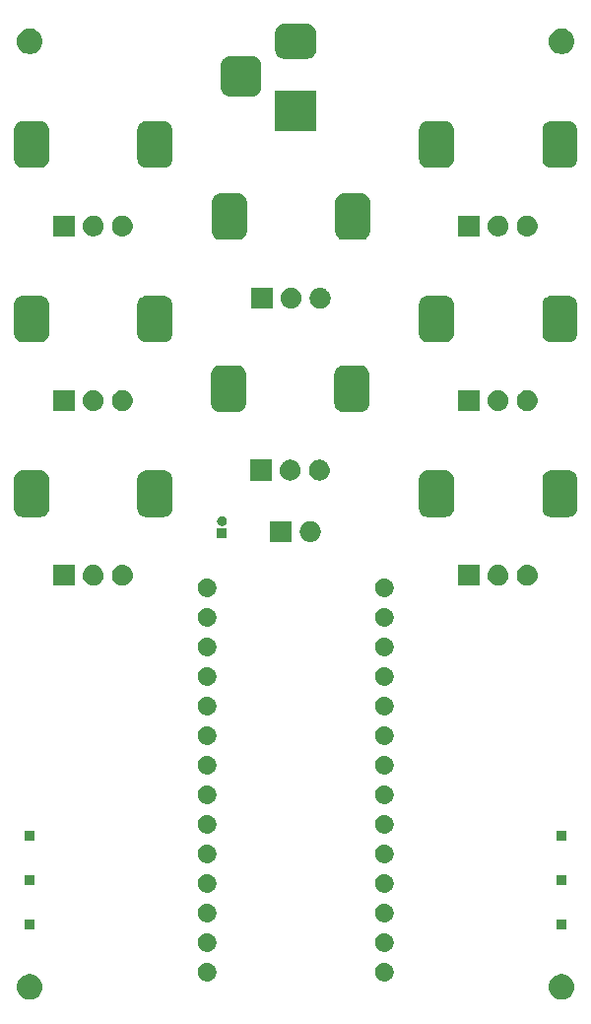
<source format=gbr>
%TF.GenerationSoftware,KiCad,Pcbnew,7.0.7*%
%TF.CreationDate,2023-12-31T15:53:54-05:00*%
%TF.ProjectId,TeenieWeenie,5465656e-6965-4576-9565-6e69652e6b69,rev?*%
%TF.SameCoordinates,Original*%
%TF.FileFunction,Soldermask,Bot*%
%TF.FilePolarity,Negative*%
%FSLAX46Y46*%
G04 Gerber Fmt 4.6, Leading zero omitted, Abs format (unit mm)*
G04 Created by KiCad (PCBNEW 7.0.7) date 2023-12-31 15:53:54*
%MOMM*%
%LPD*%
G01*
G04 APERTURE LIST*
G04 APERTURE END LIST*
G36*
X2841029Y6138008D02*
G01*
X3030312Y6064680D01*
X3202898Y5957819D01*
X3352910Y5821065D01*
X3475239Y5659075D01*
X3565719Y5477366D01*
X3621270Y5282124D01*
X3640000Y5080000D01*
X3621270Y4877876D01*
X3565719Y4682634D01*
X3475239Y4500925D01*
X3352910Y4338935D01*
X3202898Y4202181D01*
X3030312Y4095320D01*
X2841029Y4021992D01*
X2641495Y3984692D01*
X2438505Y3984692D01*
X2238971Y4021992D01*
X2049688Y4095320D01*
X1877102Y4202181D01*
X1727090Y4338935D01*
X1604761Y4500925D01*
X1514281Y4682634D01*
X1458730Y4877876D01*
X1440000Y5080000D01*
X1458730Y5282124D01*
X1514281Y5477366D01*
X1604761Y5659075D01*
X1727090Y5821065D01*
X1877102Y5957819D01*
X2049688Y6064680D01*
X2238971Y6138008D01*
X2438505Y6175308D01*
X2641495Y6175308D01*
X2841029Y6138008D01*
G37*
G36*
X48561029Y6138008D02*
G01*
X48750312Y6064680D01*
X48922898Y5957819D01*
X49072910Y5821065D01*
X49195239Y5659075D01*
X49285719Y5477366D01*
X49341270Y5282124D01*
X49360000Y5080000D01*
X49341270Y4877876D01*
X49285719Y4682634D01*
X49195239Y4500925D01*
X49072910Y4338935D01*
X48922898Y4202181D01*
X48750312Y4095320D01*
X48561029Y4021992D01*
X48361495Y3984692D01*
X48158505Y3984692D01*
X47958971Y4021992D01*
X47769688Y4095320D01*
X47597102Y4202181D01*
X47447090Y4338935D01*
X47324761Y4500925D01*
X47234281Y4682634D01*
X47178730Y4877876D01*
X47160000Y5080000D01*
X47178730Y5282124D01*
X47234281Y5477366D01*
X47324761Y5659075D01*
X47447090Y5821065D01*
X47597102Y5957819D01*
X47769688Y6064680D01*
X47958971Y6138008D01*
X48158505Y6175308D01*
X48361495Y6175308D01*
X48561029Y6138008D01*
G37*
G36*
X17821367Y7145339D02*
G01*
X17863593Y7145339D01*
X17911228Y7135214D01*
X17958017Y7129942D01*
X17992039Y7118038D01*
X18027127Y7110579D01*
X18077695Y7088065D01*
X18127107Y7070775D01*
X18152823Y7054617D01*
X18179860Y7042579D01*
X18230275Y7005950D01*
X18278792Y6975465D01*
X18296214Y6958043D01*
X18315117Y6944309D01*
X18361844Y6892413D01*
X18405465Y6848792D01*
X18415499Y6832823D01*
X18426986Y6820065D01*
X18466285Y6751997D01*
X18500775Y6697107D01*
X18505080Y6684803D01*
X18510580Y6675277D01*
X18538740Y6588608D01*
X18559942Y6528017D01*
X18560746Y6520882D01*
X18562244Y6516271D01*
X18575820Y6387096D01*
X18580000Y6350000D01*
X18575819Y6312902D01*
X18562244Y6183730D01*
X18560746Y6179121D01*
X18559942Y6171983D01*
X18538736Y6111380D01*
X18510580Y6024724D01*
X18505081Y6015201D01*
X18500775Y6002893D01*
X18466278Y5947993D01*
X18426986Y5879936D01*
X18415501Y5867182D01*
X18405465Y5851208D01*
X18361835Y5807579D01*
X18315117Y5755692D01*
X18296218Y5741962D01*
X18278792Y5724535D01*
X18230265Y5694044D01*
X18179860Y5657422D01*
X18152829Y5645388D01*
X18127107Y5629225D01*
X18077685Y5611932D01*
X18027127Y5589422D01*
X17992045Y5581965D01*
X17958017Y5570058D01*
X17911225Y5564786D01*
X17863593Y5554661D01*
X17821367Y5554661D01*
X17780000Y5550000D01*
X17738633Y5554661D01*
X17696407Y5554661D01*
X17648774Y5564786D01*
X17601983Y5570058D01*
X17567955Y5581965D01*
X17532872Y5589422D01*
X17482309Y5611934D01*
X17432893Y5629225D01*
X17407173Y5645386D01*
X17380139Y5657422D01*
X17329726Y5694049D01*
X17281208Y5724535D01*
X17263784Y5741959D01*
X17244882Y5755692D01*
X17198154Y5807589D01*
X17154535Y5851208D01*
X17144500Y5867178D01*
X17133013Y5879936D01*
X17093709Y5948013D01*
X17059225Y6002893D01*
X17054919Y6015197D01*
X17049419Y6024724D01*
X17021249Y6111420D01*
X17000058Y6171983D01*
X16999254Y6179116D01*
X16997755Y6183730D01*
X16984165Y6313034D01*
X16980000Y6350000D01*
X16984164Y6386964D01*
X16997755Y6516271D01*
X16999254Y6520887D01*
X17000058Y6528017D01*
X17021245Y6588568D01*
X17049419Y6675277D01*
X17054920Y6684807D01*
X17059225Y6697107D01*
X17093701Y6751977D01*
X17133013Y6820065D01*
X17144502Y6832826D01*
X17154535Y6848792D01*
X17198145Y6892403D01*
X17244882Y6944309D01*
X17263787Y6958045D01*
X17281208Y6975465D01*
X17329721Y7005948D01*
X17380140Y7042579D01*
X17407176Y7054617D01*
X17432893Y7070775D01*
X17482301Y7088064D01*
X17532872Y7110579D01*
X17567961Y7118038D01*
X17601983Y7129942D01*
X17648771Y7135214D01*
X17696407Y7145339D01*
X17738633Y7145339D01*
X17780000Y7150000D01*
X17821367Y7145339D01*
G37*
G36*
X33061367Y7145339D02*
G01*
X33103593Y7145339D01*
X33151228Y7135214D01*
X33198017Y7129942D01*
X33232039Y7118038D01*
X33267127Y7110579D01*
X33317695Y7088065D01*
X33367107Y7070775D01*
X33392823Y7054617D01*
X33419860Y7042579D01*
X33470275Y7005950D01*
X33518792Y6975465D01*
X33536214Y6958043D01*
X33555117Y6944309D01*
X33601844Y6892413D01*
X33645465Y6848792D01*
X33655499Y6832823D01*
X33666986Y6820065D01*
X33706285Y6751997D01*
X33740775Y6697107D01*
X33745080Y6684803D01*
X33750580Y6675277D01*
X33778740Y6588608D01*
X33799942Y6528017D01*
X33800746Y6520882D01*
X33802244Y6516271D01*
X33815820Y6387096D01*
X33820000Y6350000D01*
X33815819Y6312902D01*
X33802244Y6183730D01*
X33800746Y6179121D01*
X33799942Y6171983D01*
X33778736Y6111380D01*
X33750580Y6024724D01*
X33745081Y6015201D01*
X33740775Y6002893D01*
X33706278Y5947993D01*
X33666986Y5879936D01*
X33655501Y5867182D01*
X33645465Y5851208D01*
X33601835Y5807579D01*
X33555117Y5755692D01*
X33536218Y5741962D01*
X33518792Y5724535D01*
X33470265Y5694044D01*
X33419860Y5657422D01*
X33392829Y5645388D01*
X33367107Y5629225D01*
X33317685Y5611932D01*
X33267127Y5589422D01*
X33232045Y5581965D01*
X33198017Y5570058D01*
X33151225Y5564786D01*
X33103593Y5554661D01*
X33061367Y5554661D01*
X33020000Y5550000D01*
X32978633Y5554661D01*
X32936407Y5554661D01*
X32888774Y5564786D01*
X32841983Y5570058D01*
X32807955Y5581965D01*
X32772872Y5589422D01*
X32722309Y5611934D01*
X32672893Y5629225D01*
X32647173Y5645386D01*
X32620139Y5657422D01*
X32569726Y5694049D01*
X32521208Y5724535D01*
X32503784Y5741959D01*
X32484882Y5755692D01*
X32438154Y5807589D01*
X32394535Y5851208D01*
X32384500Y5867178D01*
X32373013Y5879936D01*
X32333709Y5948013D01*
X32299225Y6002893D01*
X32294919Y6015197D01*
X32289419Y6024724D01*
X32261249Y6111420D01*
X32240058Y6171983D01*
X32239254Y6179116D01*
X32237755Y6183730D01*
X32224165Y6313034D01*
X32220000Y6350000D01*
X32224164Y6386964D01*
X32237755Y6516271D01*
X32239254Y6520887D01*
X32240058Y6528017D01*
X32261245Y6588568D01*
X32289419Y6675277D01*
X32294920Y6684807D01*
X32299225Y6697107D01*
X32333701Y6751977D01*
X32373013Y6820065D01*
X32384502Y6832826D01*
X32394535Y6848792D01*
X32438145Y6892403D01*
X32484882Y6944309D01*
X32503787Y6958045D01*
X32521208Y6975465D01*
X32569721Y7005948D01*
X32620140Y7042579D01*
X32647176Y7054617D01*
X32672893Y7070775D01*
X32722301Y7088064D01*
X32772872Y7110579D01*
X32807961Y7118038D01*
X32841983Y7129942D01*
X32888771Y7135214D01*
X32936407Y7145339D01*
X32978633Y7145339D01*
X33020000Y7150000D01*
X33061367Y7145339D01*
G37*
G36*
X17821367Y9685339D02*
G01*
X17863593Y9685339D01*
X17911228Y9675214D01*
X17958017Y9669942D01*
X17992039Y9658038D01*
X18027127Y9650579D01*
X18077695Y9628065D01*
X18127107Y9610775D01*
X18152823Y9594617D01*
X18179860Y9582579D01*
X18230275Y9545950D01*
X18278792Y9515465D01*
X18296214Y9498043D01*
X18315117Y9484309D01*
X18361844Y9432413D01*
X18405465Y9388792D01*
X18415499Y9372823D01*
X18426986Y9360065D01*
X18466285Y9291997D01*
X18500775Y9237107D01*
X18505080Y9224803D01*
X18510580Y9215277D01*
X18538740Y9128608D01*
X18559942Y9068017D01*
X18560746Y9060882D01*
X18562244Y9056271D01*
X18575820Y8927096D01*
X18580000Y8890000D01*
X18575819Y8852902D01*
X18562244Y8723730D01*
X18560746Y8719121D01*
X18559942Y8711983D01*
X18538736Y8651380D01*
X18510580Y8564724D01*
X18505081Y8555201D01*
X18500775Y8542893D01*
X18466278Y8487993D01*
X18426986Y8419936D01*
X18415501Y8407182D01*
X18405465Y8391208D01*
X18361835Y8347579D01*
X18315117Y8295692D01*
X18296218Y8281962D01*
X18278792Y8264535D01*
X18230265Y8234044D01*
X18179860Y8197422D01*
X18152829Y8185388D01*
X18127107Y8169225D01*
X18077685Y8151932D01*
X18027127Y8129422D01*
X17992045Y8121965D01*
X17958017Y8110058D01*
X17911225Y8104786D01*
X17863593Y8094661D01*
X17821367Y8094661D01*
X17780000Y8090000D01*
X17738633Y8094661D01*
X17696407Y8094661D01*
X17648774Y8104786D01*
X17601983Y8110058D01*
X17567955Y8121965D01*
X17532872Y8129422D01*
X17482309Y8151934D01*
X17432893Y8169225D01*
X17407173Y8185386D01*
X17380139Y8197422D01*
X17329726Y8234049D01*
X17281208Y8264535D01*
X17263784Y8281959D01*
X17244882Y8295692D01*
X17198154Y8347589D01*
X17154535Y8391208D01*
X17144500Y8407178D01*
X17133013Y8419936D01*
X17093709Y8488013D01*
X17059225Y8542893D01*
X17054919Y8555197D01*
X17049419Y8564724D01*
X17021249Y8651420D01*
X17000058Y8711983D01*
X16999254Y8719116D01*
X16997755Y8723730D01*
X16984165Y8853034D01*
X16980000Y8890000D01*
X16984164Y8926964D01*
X16997755Y9056271D01*
X16999254Y9060887D01*
X17000058Y9068017D01*
X17021245Y9128568D01*
X17049419Y9215277D01*
X17054920Y9224807D01*
X17059225Y9237107D01*
X17093701Y9291977D01*
X17133013Y9360065D01*
X17144502Y9372826D01*
X17154535Y9388792D01*
X17198145Y9432403D01*
X17244882Y9484309D01*
X17263787Y9498045D01*
X17281208Y9515465D01*
X17329721Y9545948D01*
X17380140Y9582579D01*
X17407176Y9594617D01*
X17432893Y9610775D01*
X17482301Y9628064D01*
X17532872Y9650579D01*
X17567961Y9658038D01*
X17601983Y9669942D01*
X17648771Y9675214D01*
X17696407Y9685339D01*
X17738633Y9685339D01*
X17780000Y9690000D01*
X17821367Y9685339D01*
G37*
G36*
X33061367Y9685339D02*
G01*
X33103593Y9685339D01*
X33151228Y9675214D01*
X33198017Y9669942D01*
X33232039Y9658038D01*
X33267127Y9650579D01*
X33317695Y9628065D01*
X33367107Y9610775D01*
X33392823Y9594617D01*
X33419860Y9582579D01*
X33470275Y9545950D01*
X33518792Y9515465D01*
X33536214Y9498043D01*
X33555117Y9484309D01*
X33601844Y9432413D01*
X33645465Y9388792D01*
X33655499Y9372823D01*
X33666986Y9360065D01*
X33706285Y9291997D01*
X33740775Y9237107D01*
X33745080Y9224803D01*
X33750580Y9215277D01*
X33778740Y9128608D01*
X33799942Y9068017D01*
X33800746Y9060882D01*
X33802244Y9056271D01*
X33815820Y8927096D01*
X33820000Y8890000D01*
X33815819Y8852902D01*
X33802244Y8723730D01*
X33800746Y8719121D01*
X33799942Y8711983D01*
X33778736Y8651380D01*
X33750580Y8564724D01*
X33745081Y8555201D01*
X33740775Y8542893D01*
X33706278Y8487993D01*
X33666986Y8419936D01*
X33655501Y8407182D01*
X33645465Y8391208D01*
X33601835Y8347579D01*
X33555117Y8295692D01*
X33536218Y8281962D01*
X33518792Y8264535D01*
X33470265Y8234044D01*
X33419860Y8197422D01*
X33392829Y8185388D01*
X33367107Y8169225D01*
X33317685Y8151932D01*
X33267127Y8129422D01*
X33232045Y8121965D01*
X33198017Y8110058D01*
X33151225Y8104786D01*
X33103593Y8094661D01*
X33061367Y8094661D01*
X33020000Y8090000D01*
X32978633Y8094661D01*
X32936407Y8094661D01*
X32888774Y8104786D01*
X32841983Y8110058D01*
X32807955Y8121965D01*
X32772872Y8129422D01*
X32722309Y8151934D01*
X32672893Y8169225D01*
X32647173Y8185386D01*
X32620139Y8197422D01*
X32569726Y8234049D01*
X32521208Y8264535D01*
X32503784Y8281959D01*
X32484882Y8295692D01*
X32438154Y8347589D01*
X32394535Y8391208D01*
X32384500Y8407178D01*
X32373013Y8419936D01*
X32333709Y8488013D01*
X32299225Y8542893D01*
X32294919Y8555197D01*
X32289419Y8564724D01*
X32261249Y8651420D01*
X32240058Y8711983D01*
X32239254Y8719116D01*
X32237755Y8723730D01*
X32224165Y8853034D01*
X32220000Y8890000D01*
X32224164Y8926964D01*
X32237755Y9056271D01*
X32239254Y9060887D01*
X32240058Y9068017D01*
X32261245Y9128568D01*
X32289419Y9215277D01*
X32294920Y9224807D01*
X32299225Y9237107D01*
X32333701Y9291977D01*
X32373013Y9360065D01*
X32384502Y9372826D01*
X32394535Y9388792D01*
X32438145Y9432403D01*
X32484882Y9484309D01*
X32503787Y9498045D01*
X32521208Y9515465D01*
X32569721Y9545948D01*
X32620140Y9582579D01*
X32647176Y9594617D01*
X32672893Y9610775D01*
X32722301Y9628064D01*
X32772872Y9650579D01*
X32807961Y9658038D01*
X32841983Y9669942D01*
X32888771Y9675214D01*
X32936407Y9685339D01*
X32978633Y9685339D01*
X33020000Y9690000D01*
X33061367Y9685339D01*
G37*
G36*
X2965000Y9989000D02*
G01*
X2115000Y9989000D01*
X2115000Y10839000D01*
X2965000Y10839000D01*
X2965000Y9989000D01*
G37*
G36*
X48685000Y9989000D02*
G01*
X47835000Y9989000D01*
X47835000Y10839000D01*
X48685000Y10839000D01*
X48685000Y9989000D01*
G37*
G36*
X17821367Y12225339D02*
G01*
X17863593Y12225339D01*
X17911228Y12215214D01*
X17958017Y12209942D01*
X17992039Y12198038D01*
X18027127Y12190579D01*
X18077695Y12168065D01*
X18127107Y12150775D01*
X18152823Y12134617D01*
X18179860Y12122579D01*
X18230275Y12085950D01*
X18278792Y12055465D01*
X18296214Y12038043D01*
X18315117Y12024309D01*
X18361844Y11972413D01*
X18405465Y11928792D01*
X18415499Y11912823D01*
X18426986Y11900065D01*
X18466285Y11831997D01*
X18500775Y11777107D01*
X18505080Y11764803D01*
X18510580Y11755277D01*
X18538740Y11668608D01*
X18559942Y11608017D01*
X18560746Y11600882D01*
X18562244Y11596271D01*
X18575820Y11467096D01*
X18580000Y11430000D01*
X18575819Y11392902D01*
X18562244Y11263730D01*
X18560746Y11259121D01*
X18559942Y11251983D01*
X18538736Y11191380D01*
X18510580Y11104724D01*
X18505081Y11095201D01*
X18500775Y11082893D01*
X18466278Y11027993D01*
X18426986Y10959936D01*
X18415501Y10947182D01*
X18405465Y10931208D01*
X18361835Y10887579D01*
X18315117Y10835692D01*
X18296218Y10821962D01*
X18278792Y10804535D01*
X18230265Y10774044D01*
X18179860Y10737422D01*
X18152829Y10725388D01*
X18127107Y10709225D01*
X18077685Y10691932D01*
X18027127Y10669422D01*
X17992045Y10661965D01*
X17958017Y10650058D01*
X17911225Y10644786D01*
X17863593Y10634661D01*
X17821367Y10634661D01*
X17780000Y10630000D01*
X17738633Y10634661D01*
X17696407Y10634661D01*
X17648774Y10644786D01*
X17601983Y10650058D01*
X17567955Y10661965D01*
X17532872Y10669422D01*
X17482309Y10691934D01*
X17432893Y10709225D01*
X17407173Y10725386D01*
X17380139Y10737422D01*
X17329726Y10774049D01*
X17281208Y10804535D01*
X17263784Y10821959D01*
X17244882Y10835692D01*
X17198154Y10887589D01*
X17154535Y10931208D01*
X17144500Y10947178D01*
X17133013Y10959936D01*
X17093709Y11028013D01*
X17059225Y11082893D01*
X17054919Y11095197D01*
X17049419Y11104724D01*
X17021249Y11191420D01*
X17000058Y11251983D01*
X16999254Y11259116D01*
X16997755Y11263730D01*
X16984165Y11393034D01*
X16980000Y11430000D01*
X16984164Y11466964D01*
X16997755Y11596271D01*
X16999254Y11600887D01*
X17000058Y11608017D01*
X17021245Y11668568D01*
X17049419Y11755277D01*
X17054920Y11764807D01*
X17059225Y11777107D01*
X17093701Y11831977D01*
X17133013Y11900065D01*
X17144502Y11912826D01*
X17154535Y11928792D01*
X17198145Y11972403D01*
X17244882Y12024309D01*
X17263787Y12038045D01*
X17281208Y12055465D01*
X17329721Y12085948D01*
X17380140Y12122579D01*
X17407176Y12134617D01*
X17432893Y12150775D01*
X17482301Y12168064D01*
X17532872Y12190579D01*
X17567961Y12198038D01*
X17601983Y12209942D01*
X17648771Y12215214D01*
X17696407Y12225339D01*
X17738633Y12225339D01*
X17780000Y12230000D01*
X17821367Y12225339D01*
G37*
G36*
X33061367Y12225339D02*
G01*
X33103593Y12225339D01*
X33151228Y12215214D01*
X33198017Y12209942D01*
X33232039Y12198038D01*
X33267127Y12190579D01*
X33317695Y12168065D01*
X33367107Y12150775D01*
X33392823Y12134617D01*
X33419860Y12122579D01*
X33470275Y12085950D01*
X33518792Y12055465D01*
X33536214Y12038043D01*
X33555117Y12024309D01*
X33601844Y11972413D01*
X33645465Y11928792D01*
X33655499Y11912823D01*
X33666986Y11900065D01*
X33706285Y11831997D01*
X33740775Y11777107D01*
X33745080Y11764803D01*
X33750580Y11755277D01*
X33778740Y11668608D01*
X33799942Y11608017D01*
X33800746Y11600882D01*
X33802244Y11596271D01*
X33815820Y11467096D01*
X33820000Y11430000D01*
X33815819Y11392902D01*
X33802244Y11263730D01*
X33800746Y11259121D01*
X33799942Y11251983D01*
X33778736Y11191380D01*
X33750580Y11104724D01*
X33745081Y11095201D01*
X33740775Y11082893D01*
X33706278Y11027993D01*
X33666986Y10959936D01*
X33655501Y10947182D01*
X33645465Y10931208D01*
X33601835Y10887579D01*
X33555117Y10835692D01*
X33536218Y10821962D01*
X33518792Y10804535D01*
X33470265Y10774044D01*
X33419860Y10737422D01*
X33392829Y10725388D01*
X33367107Y10709225D01*
X33317685Y10691932D01*
X33267127Y10669422D01*
X33232045Y10661965D01*
X33198017Y10650058D01*
X33151225Y10644786D01*
X33103593Y10634661D01*
X33061367Y10634661D01*
X33020000Y10630000D01*
X32978633Y10634661D01*
X32936407Y10634661D01*
X32888774Y10644786D01*
X32841983Y10650058D01*
X32807955Y10661965D01*
X32772872Y10669422D01*
X32722309Y10691934D01*
X32672893Y10709225D01*
X32647173Y10725386D01*
X32620139Y10737422D01*
X32569726Y10774049D01*
X32521208Y10804535D01*
X32503784Y10821959D01*
X32484882Y10835692D01*
X32438154Y10887589D01*
X32394535Y10931208D01*
X32384500Y10947178D01*
X32373013Y10959936D01*
X32333709Y11028013D01*
X32299225Y11082893D01*
X32294919Y11095197D01*
X32289419Y11104724D01*
X32261249Y11191420D01*
X32240058Y11251983D01*
X32239254Y11259116D01*
X32237755Y11263730D01*
X32224165Y11393034D01*
X32220000Y11430000D01*
X32224164Y11466964D01*
X32237755Y11596271D01*
X32239254Y11600887D01*
X32240058Y11608017D01*
X32261245Y11668568D01*
X32289419Y11755277D01*
X32294920Y11764807D01*
X32299225Y11777107D01*
X32333701Y11831977D01*
X32373013Y11900065D01*
X32384502Y11912826D01*
X32394535Y11928792D01*
X32438145Y11972403D01*
X32484882Y12024309D01*
X32503787Y12038045D01*
X32521208Y12055465D01*
X32569721Y12085948D01*
X32620140Y12122579D01*
X32647176Y12134617D01*
X32672893Y12150775D01*
X32722301Y12168064D01*
X32772872Y12190579D01*
X32807961Y12198038D01*
X32841983Y12209942D01*
X32888771Y12215214D01*
X32936407Y12225339D01*
X32978633Y12225339D01*
X33020000Y12230000D01*
X33061367Y12225339D01*
G37*
G36*
X17821367Y14765339D02*
G01*
X17863593Y14765339D01*
X17911228Y14755214D01*
X17958017Y14749942D01*
X17992039Y14738038D01*
X18027127Y14730579D01*
X18077695Y14708065D01*
X18127107Y14690775D01*
X18152823Y14674617D01*
X18179860Y14662579D01*
X18230275Y14625950D01*
X18278792Y14595465D01*
X18296214Y14578043D01*
X18315117Y14564309D01*
X18361844Y14512413D01*
X18405465Y14468792D01*
X18415499Y14452823D01*
X18426986Y14440065D01*
X18466285Y14371997D01*
X18500775Y14317107D01*
X18505080Y14304803D01*
X18510580Y14295277D01*
X18538740Y14208608D01*
X18559942Y14148017D01*
X18560746Y14140882D01*
X18562244Y14136271D01*
X18575820Y14007096D01*
X18580000Y13970000D01*
X18575819Y13932902D01*
X18562244Y13803730D01*
X18560746Y13799121D01*
X18559942Y13791983D01*
X18538736Y13731380D01*
X18510580Y13644724D01*
X18505081Y13635201D01*
X18500775Y13622893D01*
X18466278Y13567993D01*
X18426986Y13499936D01*
X18415501Y13487182D01*
X18405465Y13471208D01*
X18361835Y13427579D01*
X18315117Y13375692D01*
X18296218Y13361962D01*
X18278792Y13344535D01*
X18230265Y13314044D01*
X18179860Y13277422D01*
X18152829Y13265388D01*
X18127107Y13249225D01*
X18077685Y13231932D01*
X18027127Y13209422D01*
X17992045Y13201965D01*
X17958017Y13190058D01*
X17911225Y13184786D01*
X17863593Y13174661D01*
X17821367Y13174661D01*
X17780000Y13170000D01*
X17738633Y13174661D01*
X17696407Y13174661D01*
X17648774Y13184786D01*
X17601983Y13190058D01*
X17567955Y13201965D01*
X17532872Y13209422D01*
X17482309Y13231934D01*
X17432893Y13249225D01*
X17407173Y13265386D01*
X17380139Y13277422D01*
X17329726Y13314049D01*
X17281208Y13344535D01*
X17263784Y13361959D01*
X17244882Y13375692D01*
X17198154Y13427589D01*
X17154535Y13471208D01*
X17144500Y13487178D01*
X17133013Y13499936D01*
X17093709Y13568013D01*
X17059225Y13622893D01*
X17054919Y13635197D01*
X17049419Y13644724D01*
X17021249Y13731420D01*
X17000058Y13791983D01*
X16999254Y13799116D01*
X16997755Y13803730D01*
X16984165Y13933034D01*
X16980000Y13970000D01*
X16984164Y14006964D01*
X16997755Y14136271D01*
X16999254Y14140887D01*
X17000058Y14148017D01*
X17021245Y14208568D01*
X17049419Y14295277D01*
X17054920Y14304807D01*
X17059225Y14317107D01*
X17093701Y14371977D01*
X17133013Y14440065D01*
X17144502Y14452826D01*
X17154535Y14468792D01*
X17198145Y14512403D01*
X17244882Y14564309D01*
X17263787Y14578045D01*
X17281208Y14595465D01*
X17329721Y14625948D01*
X17380140Y14662579D01*
X17407176Y14674617D01*
X17432893Y14690775D01*
X17482301Y14708064D01*
X17532872Y14730579D01*
X17567961Y14738038D01*
X17601983Y14749942D01*
X17648771Y14755214D01*
X17696407Y14765339D01*
X17738633Y14765339D01*
X17780000Y14770000D01*
X17821367Y14765339D01*
G37*
G36*
X33061367Y14765339D02*
G01*
X33103593Y14765339D01*
X33151228Y14755214D01*
X33198017Y14749942D01*
X33232039Y14738038D01*
X33267127Y14730579D01*
X33317695Y14708065D01*
X33367107Y14690775D01*
X33392823Y14674617D01*
X33419860Y14662579D01*
X33470275Y14625950D01*
X33518792Y14595465D01*
X33536214Y14578043D01*
X33555117Y14564309D01*
X33601844Y14512413D01*
X33645465Y14468792D01*
X33655499Y14452823D01*
X33666986Y14440065D01*
X33706285Y14371997D01*
X33740775Y14317107D01*
X33745080Y14304803D01*
X33750580Y14295277D01*
X33778740Y14208608D01*
X33799942Y14148017D01*
X33800746Y14140882D01*
X33802244Y14136271D01*
X33815820Y14007096D01*
X33820000Y13970000D01*
X33815819Y13932902D01*
X33802244Y13803730D01*
X33800746Y13799121D01*
X33799942Y13791983D01*
X33778736Y13731380D01*
X33750580Y13644724D01*
X33745081Y13635201D01*
X33740775Y13622893D01*
X33706278Y13567993D01*
X33666986Y13499936D01*
X33655501Y13487182D01*
X33645465Y13471208D01*
X33601835Y13427579D01*
X33555117Y13375692D01*
X33536218Y13361962D01*
X33518792Y13344535D01*
X33470265Y13314044D01*
X33419860Y13277422D01*
X33392829Y13265388D01*
X33367107Y13249225D01*
X33317685Y13231932D01*
X33267127Y13209422D01*
X33232045Y13201965D01*
X33198017Y13190058D01*
X33151225Y13184786D01*
X33103593Y13174661D01*
X33061367Y13174661D01*
X33020000Y13170000D01*
X32978633Y13174661D01*
X32936407Y13174661D01*
X32888774Y13184786D01*
X32841983Y13190058D01*
X32807955Y13201965D01*
X32772872Y13209422D01*
X32722309Y13231934D01*
X32672893Y13249225D01*
X32647173Y13265386D01*
X32620139Y13277422D01*
X32569726Y13314049D01*
X32521208Y13344535D01*
X32503784Y13361959D01*
X32484882Y13375692D01*
X32438154Y13427589D01*
X32394535Y13471208D01*
X32384500Y13487178D01*
X32373013Y13499936D01*
X32333709Y13568013D01*
X32299225Y13622893D01*
X32294919Y13635197D01*
X32289419Y13644724D01*
X32261249Y13731420D01*
X32240058Y13791983D01*
X32239254Y13799116D01*
X32237755Y13803730D01*
X32224165Y13933034D01*
X32220000Y13970000D01*
X32224164Y14006964D01*
X32237755Y14136271D01*
X32239254Y14140887D01*
X32240058Y14148017D01*
X32261245Y14208568D01*
X32289419Y14295277D01*
X32294920Y14304807D01*
X32299225Y14317107D01*
X32333701Y14371977D01*
X32373013Y14440065D01*
X32384502Y14452826D01*
X32394535Y14468792D01*
X32438145Y14512403D01*
X32484882Y14564309D01*
X32503787Y14578045D01*
X32521208Y14595465D01*
X32569721Y14625948D01*
X32620140Y14662579D01*
X32647176Y14674617D01*
X32672893Y14690775D01*
X32722301Y14708064D01*
X32772872Y14730579D01*
X32807961Y14738038D01*
X32841983Y14749942D01*
X32888771Y14755214D01*
X32936407Y14765339D01*
X32978633Y14765339D01*
X33020000Y14770000D01*
X33061367Y14765339D01*
G37*
G36*
X2965000Y13799000D02*
G01*
X2115000Y13799000D01*
X2115000Y14649000D01*
X2965000Y14649000D01*
X2965000Y13799000D01*
G37*
G36*
X48685000Y13799000D02*
G01*
X47835000Y13799000D01*
X47835000Y14649000D01*
X48685000Y14649000D01*
X48685000Y13799000D01*
G37*
G36*
X17821367Y17305339D02*
G01*
X17863593Y17305339D01*
X17911228Y17295214D01*
X17958017Y17289942D01*
X17992039Y17278038D01*
X18027127Y17270579D01*
X18077695Y17248065D01*
X18127107Y17230775D01*
X18152823Y17214617D01*
X18179860Y17202579D01*
X18230275Y17165950D01*
X18278792Y17135465D01*
X18296214Y17118043D01*
X18315117Y17104309D01*
X18361844Y17052413D01*
X18405465Y17008792D01*
X18415499Y16992823D01*
X18426986Y16980065D01*
X18466285Y16911997D01*
X18500775Y16857107D01*
X18505080Y16844803D01*
X18510580Y16835277D01*
X18538740Y16748608D01*
X18559942Y16688017D01*
X18560746Y16680882D01*
X18562244Y16676271D01*
X18575820Y16547096D01*
X18580000Y16510000D01*
X18575819Y16472902D01*
X18562244Y16343730D01*
X18560746Y16339121D01*
X18559942Y16331983D01*
X18538736Y16271380D01*
X18510580Y16184724D01*
X18505081Y16175201D01*
X18500775Y16162893D01*
X18466278Y16107993D01*
X18426986Y16039936D01*
X18415501Y16027182D01*
X18405465Y16011208D01*
X18361835Y15967579D01*
X18315117Y15915692D01*
X18296218Y15901962D01*
X18278792Y15884535D01*
X18230265Y15854044D01*
X18179860Y15817422D01*
X18152829Y15805388D01*
X18127107Y15789225D01*
X18077685Y15771932D01*
X18027127Y15749422D01*
X17992045Y15741965D01*
X17958017Y15730058D01*
X17911225Y15724786D01*
X17863593Y15714661D01*
X17821367Y15714661D01*
X17780000Y15710000D01*
X17738633Y15714661D01*
X17696407Y15714661D01*
X17648774Y15724786D01*
X17601983Y15730058D01*
X17567955Y15741965D01*
X17532872Y15749422D01*
X17482309Y15771934D01*
X17432893Y15789225D01*
X17407173Y15805386D01*
X17380139Y15817422D01*
X17329726Y15854049D01*
X17281208Y15884535D01*
X17263784Y15901959D01*
X17244882Y15915692D01*
X17198154Y15967589D01*
X17154535Y16011208D01*
X17144500Y16027178D01*
X17133013Y16039936D01*
X17093709Y16108013D01*
X17059225Y16162893D01*
X17054919Y16175197D01*
X17049419Y16184724D01*
X17021249Y16271420D01*
X17000058Y16331983D01*
X16999254Y16339116D01*
X16997755Y16343730D01*
X16984165Y16473034D01*
X16980000Y16510000D01*
X16984164Y16546964D01*
X16997755Y16676271D01*
X16999254Y16680887D01*
X17000058Y16688017D01*
X17021245Y16748568D01*
X17049419Y16835277D01*
X17054920Y16844807D01*
X17059225Y16857107D01*
X17093701Y16911977D01*
X17133013Y16980065D01*
X17144502Y16992826D01*
X17154535Y17008792D01*
X17198145Y17052403D01*
X17244882Y17104309D01*
X17263787Y17118045D01*
X17281208Y17135465D01*
X17329721Y17165948D01*
X17380140Y17202579D01*
X17407176Y17214617D01*
X17432893Y17230775D01*
X17482301Y17248064D01*
X17532872Y17270579D01*
X17567961Y17278038D01*
X17601983Y17289942D01*
X17648771Y17295214D01*
X17696407Y17305339D01*
X17738633Y17305339D01*
X17780000Y17310000D01*
X17821367Y17305339D01*
G37*
G36*
X33061367Y17305339D02*
G01*
X33103593Y17305339D01*
X33151228Y17295214D01*
X33198017Y17289942D01*
X33232039Y17278038D01*
X33267127Y17270579D01*
X33317695Y17248065D01*
X33367107Y17230775D01*
X33392823Y17214617D01*
X33419860Y17202579D01*
X33470275Y17165950D01*
X33518792Y17135465D01*
X33536214Y17118043D01*
X33555117Y17104309D01*
X33601844Y17052413D01*
X33645465Y17008792D01*
X33655499Y16992823D01*
X33666986Y16980065D01*
X33706285Y16911997D01*
X33740775Y16857107D01*
X33745080Y16844803D01*
X33750580Y16835277D01*
X33778740Y16748608D01*
X33799942Y16688017D01*
X33800746Y16680882D01*
X33802244Y16676271D01*
X33815820Y16547096D01*
X33820000Y16510000D01*
X33815819Y16472902D01*
X33802244Y16343730D01*
X33800746Y16339121D01*
X33799942Y16331983D01*
X33778736Y16271380D01*
X33750580Y16184724D01*
X33745081Y16175201D01*
X33740775Y16162893D01*
X33706278Y16107993D01*
X33666986Y16039936D01*
X33655501Y16027182D01*
X33645465Y16011208D01*
X33601835Y15967579D01*
X33555117Y15915692D01*
X33536218Y15901962D01*
X33518792Y15884535D01*
X33470265Y15854044D01*
X33419860Y15817422D01*
X33392829Y15805388D01*
X33367107Y15789225D01*
X33317685Y15771932D01*
X33267127Y15749422D01*
X33232045Y15741965D01*
X33198017Y15730058D01*
X33151225Y15724786D01*
X33103593Y15714661D01*
X33061367Y15714661D01*
X33020000Y15710000D01*
X32978633Y15714661D01*
X32936407Y15714661D01*
X32888774Y15724786D01*
X32841983Y15730058D01*
X32807955Y15741965D01*
X32772872Y15749422D01*
X32722309Y15771934D01*
X32672893Y15789225D01*
X32647173Y15805386D01*
X32620139Y15817422D01*
X32569726Y15854049D01*
X32521208Y15884535D01*
X32503784Y15901959D01*
X32484882Y15915692D01*
X32438154Y15967589D01*
X32394535Y16011208D01*
X32384500Y16027178D01*
X32373013Y16039936D01*
X32333709Y16108013D01*
X32299225Y16162893D01*
X32294919Y16175197D01*
X32289419Y16184724D01*
X32261249Y16271420D01*
X32240058Y16331983D01*
X32239254Y16339116D01*
X32237755Y16343730D01*
X32224165Y16473034D01*
X32220000Y16510000D01*
X32224164Y16546964D01*
X32237755Y16676271D01*
X32239254Y16680887D01*
X32240058Y16688017D01*
X32261245Y16748568D01*
X32289419Y16835277D01*
X32294920Y16844807D01*
X32299225Y16857107D01*
X32333701Y16911977D01*
X32373013Y16980065D01*
X32384502Y16992826D01*
X32394535Y17008792D01*
X32438145Y17052403D01*
X32484882Y17104309D01*
X32503787Y17118045D01*
X32521208Y17135465D01*
X32569721Y17165948D01*
X32620140Y17202579D01*
X32647176Y17214617D01*
X32672893Y17230775D01*
X32722301Y17248064D01*
X32772872Y17270579D01*
X32807961Y17278038D01*
X32841983Y17289942D01*
X32888771Y17295214D01*
X32936407Y17305339D01*
X32978633Y17305339D01*
X33020000Y17310000D01*
X33061367Y17305339D01*
G37*
G36*
X2965000Y17609000D02*
G01*
X2115000Y17609000D01*
X2115000Y18459000D01*
X2965000Y18459000D01*
X2965000Y17609000D01*
G37*
G36*
X48685000Y17609000D02*
G01*
X47835000Y17609000D01*
X47835000Y18459000D01*
X48685000Y18459000D01*
X48685000Y17609000D01*
G37*
G36*
X17821367Y19845339D02*
G01*
X17863593Y19845339D01*
X17911228Y19835214D01*
X17958017Y19829942D01*
X17992039Y19818038D01*
X18027127Y19810579D01*
X18077695Y19788065D01*
X18127107Y19770775D01*
X18152823Y19754617D01*
X18179860Y19742579D01*
X18230275Y19705950D01*
X18278792Y19675465D01*
X18296214Y19658043D01*
X18315117Y19644309D01*
X18361844Y19592413D01*
X18405465Y19548792D01*
X18415499Y19532823D01*
X18426986Y19520065D01*
X18466285Y19451997D01*
X18500775Y19397107D01*
X18505080Y19384803D01*
X18510580Y19375277D01*
X18538740Y19288608D01*
X18559942Y19228017D01*
X18560746Y19220882D01*
X18562244Y19216271D01*
X18575820Y19087096D01*
X18580000Y19050000D01*
X18575819Y19012902D01*
X18562244Y18883730D01*
X18560746Y18879121D01*
X18559942Y18871983D01*
X18538736Y18811380D01*
X18510580Y18724724D01*
X18505081Y18715201D01*
X18500775Y18702893D01*
X18466278Y18647993D01*
X18426986Y18579936D01*
X18415501Y18567182D01*
X18405465Y18551208D01*
X18361835Y18507579D01*
X18315117Y18455692D01*
X18296218Y18441962D01*
X18278792Y18424535D01*
X18230265Y18394044D01*
X18179860Y18357422D01*
X18152829Y18345388D01*
X18127107Y18329225D01*
X18077685Y18311932D01*
X18027127Y18289422D01*
X17992045Y18281965D01*
X17958017Y18270058D01*
X17911225Y18264786D01*
X17863593Y18254661D01*
X17821367Y18254661D01*
X17780000Y18250000D01*
X17738633Y18254661D01*
X17696407Y18254661D01*
X17648774Y18264786D01*
X17601983Y18270058D01*
X17567955Y18281965D01*
X17532872Y18289422D01*
X17482309Y18311934D01*
X17432893Y18329225D01*
X17407173Y18345386D01*
X17380139Y18357422D01*
X17329726Y18394049D01*
X17281208Y18424535D01*
X17263784Y18441959D01*
X17244882Y18455692D01*
X17198154Y18507589D01*
X17154535Y18551208D01*
X17144500Y18567178D01*
X17133013Y18579936D01*
X17093709Y18648013D01*
X17059225Y18702893D01*
X17054919Y18715197D01*
X17049419Y18724724D01*
X17021249Y18811420D01*
X17000058Y18871983D01*
X16999254Y18879116D01*
X16997755Y18883730D01*
X16984165Y19013034D01*
X16980000Y19050000D01*
X16984164Y19086964D01*
X16997755Y19216271D01*
X16999254Y19220887D01*
X17000058Y19228017D01*
X17021245Y19288568D01*
X17049419Y19375277D01*
X17054920Y19384807D01*
X17059225Y19397107D01*
X17093701Y19451977D01*
X17133013Y19520065D01*
X17144502Y19532826D01*
X17154535Y19548792D01*
X17198145Y19592403D01*
X17244882Y19644309D01*
X17263787Y19658045D01*
X17281208Y19675465D01*
X17329721Y19705948D01*
X17380140Y19742579D01*
X17407176Y19754617D01*
X17432893Y19770775D01*
X17482301Y19788064D01*
X17532872Y19810579D01*
X17567961Y19818038D01*
X17601983Y19829942D01*
X17648771Y19835214D01*
X17696407Y19845339D01*
X17738633Y19845339D01*
X17780000Y19850000D01*
X17821367Y19845339D01*
G37*
G36*
X33061367Y19845339D02*
G01*
X33103593Y19845339D01*
X33151228Y19835214D01*
X33198017Y19829942D01*
X33232039Y19818038D01*
X33267127Y19810579D01*
X33317695Y19788065D01*
X33367107Y19770775D01*
X33392823Y19754617D01*
X33419860Y19742579D01*
X33470275Y19705950D01*
X33518792Y19675465D01*
X33536214Y19658043D01*
X33555117Y19644309D01*
X33601844Y19592413D01*
X33645465Y19548792D01*
X33655499Y19532823D01*
X33666986Y19520065D01*
X33706285Y19451997D01*
X33740775Y19397107D01*
X33745080Y19384803D01*
X33750580Y19375277D01*
X33778740Y19288608D01*
X33799942Y19228017D01*
X33800746Y19220882D01*
X33802244Y19216271D01*
X33815820Y19087096D01*
X33820000Y19050000D01*
X33815819Y19012902D01*
X33802244Y18883730D01*
X33800746Y18879121D01*
X33799942Y18871983D01*
X33778736Y18811380D01*
X33750580Y18724724D01*
X33745081Y18715201D01*
X33740775Y18702893D01*
X33706278Y18647993D01*
X33666986Y18579936D01*
X33655501Y18567182D01*
X33645465Y18551208D01*
X33601835Y18507579D01*
X33555117Y18455692D01*
X33536218Y18441962D01*
X33518792Y18424535D01*
X33470265Y18394044D01*
X33419860Y18357422D01*
X33392829Y18345388D01*
X33367107Y18329225D01*
X33317685Y18311932D01*
X33267127Y18289422D01*
X33232045Y18281965D01*
X33198017Y18270058D01*
X33151225Y18264786D01*
X33103593Y18254661D01*
X33061367Y18254661D01*
X33020000Y18250000D01*
X32978633Y18254661D01*
X32936407Y18254661D01*
X32888774Y18264786D01*
X32841983Y18270058D01*
X32807955Y18281965D01*
X32772872Y18289422D01*
X32722309Y18311934D01*
X32672893Y18329225D01*
X32647173Y18345386D01*
X32620139Y18357422D01*
X32569726Y18394049D01*
X32521208Y18424535D01*
X32503784Y18441959D01*
X32484882Y18455692D01*
X32438154Y18507589D01*
X32394535Y18551208D01*
X32384500Y18567178D01*
X32373013Y18579936D01*
X32333709Y18648013D01*
X32299225Y18702893D01*
X32294919Y18715197D01*
X32289419Y18724724D01*
X32261249Y18811420D01*
X32240058Y18871983D01*
X32239254Y18879116D01*
X32237755Y18883730D01*
X32224165Y19013034D01*
X32220000Y19050000D01*
X32224164Y19086964D01*
X32237755Y19216271D01*
X32239254Y19220887D01*
X32240058Y19228017D01*
X32261245Y19288568D01*
X32289419Y19375277D01*
X32294920Y19384807D01*
X32299225Y19397107D01*
X32333701Y19451977D01*
X32373013Y19520065D01*
X32384502Y19532826D01*
X32394535Y19548792D01*
X32438145Y19592403D01*
X32484882Y19644309D01*
X32503787Y19658045D01*
X32521208Y19675465D01*
X32569721Y19705948D01*
X32620140Y19742579D01*
X32647176Y19754617D01*
X32672893Y19770775D01*
X32722301Y19788064D01*
X32772872Y19810579D01*
X32807961Y19818038D01*
X32841983Y19829942D01*
X32888771Y19835214D01*
X32936407Y19845339D01*
X32978633Y19845339D01*
X33020000Y19850000D01*
X33061367Y19845339D01*
G37*
G36*
X17821367Y22385339D02*
G01*
X17863593Y22385339D01*
X17911228Y22375214D01*
X17958017Y22369942D01*
X17992039Y22358038D01*
X18027127Y22350579D01*
X18077695Y22328065D01*
X18127107Y22310775D01*
X18152823Y22294617D01*
X18179860Y22282579D01*
X18230275Y22245950D01*
X18278792Y22215465D01*
X18296214Y22198043D01*
X18315117Y22184309D01*
X18361844Y22132413D01*
X18405465Y22088792D01*
X18415499Y22072823D01*
X18426986Y22060065D01*
X18466285Y21991997D01*
X18500775Y21937107D01*
X18505080Y21924803D01*
X18510580Y21915277D01*
X18538740Y21828608D01*
X18559942Y21768017D01*
X18560746Y21760882D01*
X18562244Y21756271D01*
X18575820Y21627096D01*
X18580000Y21590000D01*
X18575819Y21552902D01*
X18562244Y21423730D01*
X18560746Y21419121D01*
X18559942Y21411983D01*
X18538736Y21351380D01*
X18510580Y21264724D01*
X18505081Y21255201D01*
X18500775Y21242893D01*
X18466278Y21187993D01*
X18426986Y21119936D01*
X18415501Y21107182D01*
X18405465Y21091208D01*
X18361835Y21047579D01*
X18315117Y20995692D01*
X18296218Y20981962D01*
X18278792Y20964535D01*
X18230265Y20934044D01*
X18179860Y20897422D01*
X18152829Y20885388D01*
X18127107Y20869225D01*
X18077685Y20851932D01*
X18027127Y20829422D01*
X17992045Y20821965D01*
X17958017Y20810058D01*
X17911225Y20804786D01*
X17863593Y20794661D01*
X17821367Y20794661D01*
X17780000Y20790000D01*
X17738633Y20794661D01*
X17696407Y20794661D01*
X17648774Y20804786D01*
X17601983Y20810058D01*
X17567955Y20821965D01*
X17532872Y20829422D01*
X17482309Y20851934D01*
X17432893Y20869225D01*
X17407173Y20885386D01*
X17380139Y20897422D01*
X17329726Y20934049D01*
X17281208Y20964535D01*
X17263784Y20981959D01*
X17244882Y20995692D01*
X17198154Y21047589D01*
X17154535Y21091208D01*
X17144500Y21107178D01*
X17133013Y21119936D01*
X17093709Y21188013D01*
X17059225Y21242893D01*
X17054919Y21255197D01*
X17049419Y21264724D01*
X17021249Y21351420D01*
X17000058Y21411983D01*
X16999254Y21419116D01*
X16997755Y21423730D01*
X16984165Y21553034D01*
X16980000Y21590000D01*
X16984164Y21626964D01*
X16997755Y21756271D01*
X16999254Y21760887D01*
X17000058Y21768017D01*
X17021245Y21828568D01*
X17049419Y21915277D01*
X17054920Y21924807D01*
X17059225Y21937107D01*
X17093701Y21991977D01*
X17133013Y22060065D01*
X17144502Y22072826D01*
X17154535Y22088792D01*
X17198145Y22132403D01*
X17244882Y22184309D01*
X17263787Y22198045D01*
X17281208Y22215465D01*
X17329721Y22245948D01*
X17380140Y22282579D01*
X17407176Y22294617D01*
X17432893Y22310775D01*
X17482301Y22328064D01*
X17532872Y22350579D01*
X17567961Y22358038D01*
X17601983Y22369942D01*
X17648771Y22375214D01*
X17696407Y22385339D01*
X17738633Y22385339D01*
X17780000Y22390000D01*
X17821367Y22385339D01*
G37*
G36*
X33061367Y22385339D02*
G01*
X33103593Y22385339D01*
X33151228Y22375214D01*
X33198017Y22369942D01*
X33232039Y22358038D01*
X33267127Y22350579D01*
X33317695Y22328065D01*
X33367107Y22310775D01*
X33392823Y22294617D01*
X33419860Y22282579D01*
X33470275Y22245950D01*
X33518792Y22215465D01*
X33536214Y22198043D01*
X33555117Y22184309D01*
X33601844Y22132413D01*
X33645465Y22088792D01*
X33655499Y22072823D01*
X33666986Y22060065D01*
X33706285Y21991997D01*
X33740775Y21937107D01*
X33745080Y21924803D01*
X33750580Y21915277D01*
X33778740Y21828608D01*
X33799942Y21768017D01*
X33800746Y21760882D01*
X33802244Y21756271D01*
X33815820Y21627096D01*
X33820000Y21590000D01*
X33815819Y21552902D01*
X33802244Y21423730D01*
X33800746Y21419121D01*
X33799942Y21411983D01*
X33778736Y21351380D01*
X33750580Y21264724D01*
X33745081Y21255201D01*
X33740775Y21242893D01*
X33706278Y21187993D01*
X33666986Y21119936D01*
X33655501Y21107182D01*
X33645465Y21091208D01*
X33601835Y21047579D01*
X33555117Y20995692D01*
X33536218Y20981962D01*
X33518792Y20964535D01*
X33470265Y20934044D01*
X33419860Y20897422D01*
X33392829Y20885388D01*
X33367107Y20869225D01*
X33317685Y20851932D01*
X33267127Y20829422D01*
X33232045Y20821965D01*
X33198017Y20810058D01*
X33151225Y20804786D01*
X33103593Y20794661D01*
X33061367Y20794661D01*
X33020000Y20790000D01*
X32978633Y20794661D01*
X32936407Y20794661D01*
X32888774Y20804786D01*
X32841983Y20810058D01*
X32807955Y20821965D01*
X32772872Y20829422D01*
X32722309Y20851934D01*
X32672893Y20869225D01*
X32647173Y20885386D01*
X32620139Y20897422D01*
X32569726Y20934049D01*
X32521208Y20964535D01*
X32503784Y20981959D01*
X32484882Y20995692D01*
X32438154Y21047589D01*
X32394535Y21091208D01*
X32384500Y21107178D01*
X32373013Y21119936D01*
X32333709Y21188013D01*
X32299225Y21242893D01*
X32294919Y21255197D01*
X32289419Y21264724D01*
X32261249Y21351420D01*
X32240058Y21411983D01*
X32239254Y21419116D01*
X32237755Y21423730D01*
X32224165Y21553034D01*
X32220000Y21590000D01*
X32224164Y21626964D01*
X32237755Y21756271D01*
X32239254Y21760887D01*
X32240058Y21768017D01*
X32261245Y21828568D01*
X32289419Y21915277D01*
X32294920Y21924807D01*
X32299225Y21937107D01*
X32333701Y21991977D01*
X32373013Y22060065D01*
X32384502Y22072826D01*
X32394535Y22088792D01*
X32438145Y22132403D01*
X32484882Y22184309D01*
X32503787Y22198045D01*
X32521208Y22215465D01*
X32569721Y22245948D01*
X32620140Y22282579D01*
X32647176Y22294617D01*
X32672893Y22310775D01*
X32722301Y22328064D01*
X32772872Y22350579D01*
X32807961Y22358038D01*
X32841983Y22369942D01*
X32888771Y22375214D01*
X32936407Y22385339D01*
X32978633Y22385339D01*
X33020000Y22390000D01*
X33061367Y22385339D01*
G37*
G36*
X17821367Y24925339D02*
G01*
X17863593Y24925339D01*
X17911228Y24915214D01*
X17958017Y24909942D01*
X17992039Y24898038D01*
X18027127Y24890579D01*
X18077695Y24868065D01*
X18127107Y24850775D01*
X18152823Y24834617D01*
X18179860Y24822579D01*
X18230275Y24785950D01*
X18278792Y24755465D01*
X18296214Y24738043D01*
X18315117Y24724309D01*
X18361844Y24672413D01*
X18405465Y24628792D01*
X18415499Y24612823D01*
X18426986Y24600065D01*
X18466285Y24531997D01*
X18500775Y24477107D01*
X18505080Y24464803D01*
X18510580Y24455277D01*
X18538740Y24368608D01*
X18559942Y24308017D01*
X18560746Y24300882D01*
X18562244Y24296271D01*
X18575820Y24167096D01*
X18580000Y24130000D01*
X18575819Y24092902D01*
X18562244Y23963730D01*
X18560746Y23959121D01*
X18559942Y23951983D01*
X18538736Y23891380D01*
X18510580Y23804724D01*
X18505081Y23795201D01*
X18500775Y23782893D01*
X18466278Y23727993D01*
X18426986Y23659936D01*
X18415501Y23647182D01*
X18405465Y23631208D01*
X18361835Y23587579D01*
X18315117Y23535692D01*
X18296218Y23521962D01*
X18278792Y23504535D01*
X18230265Y23474044D01*
X18179860Y23437422D01*
X18152829Y23425388D01*
X18127107Y23409225D01*
X18077685Y23391932D01*
X18027127Y23369422D01*
X17992045Y23361965D01*
X17958017Y23350058D01*
X17911225Y23344786D01*
X17863593Y23334661D01*
X17821367Y23334661D01*
X17780000Y23330000D01*
X17738633Y23334661D01*
X17696407Y23334661D01*
X17648774Y23344786D01*
X17601983Y23350058D01*
X17567955Y23361965D01*
X17532872Y23369422D01*
X17482309Y23391934D01*
X17432893Y23409225D01*
X17407173Y23425386D01*
X17380139Y23437422D01*
X17329726Y23474049D01*
X17281208Y23504535D01*
X17263784Y23521959D01*
X17244882Y23535692D01*
X17198154Y23587589D01*
X17154535Y23631208D01*
X17144500Y23647178D01*
X17133013Y23659936D01*
X17093709Y23728013D01*
X17059225Y23782893D01*
X17054919Y23795197D01*
X17049419Y23804724D01*
X17021249Y23891420D01*
X17000058Y23951983D01*
X16999254Y23959116D01*
X16997755Y23963730D01*
X16984165Y24093034D01*
X16980000Y24130000D01*
X16984164Y24166964D01*
X16997755Y24296271D01*
X16999254Y24300887D01*
X17000058Y24308017D01*
X17021245Y24368568D01*
X17049419Y24455277D01*
X17054920Y24464807D01*
X17059225Y24477107D01*
X17093701Y24531977D01*
X17133013Y24600065D01*
X17144502Y24612826D01*
X17154535Y24628792D01*
X17198145Y24672403D01*
X17244882Y24724309D01*
X17263787Y24738045D01*
X17281208Y24755465D01*
X17329721Y24785948D01*
X17380140Y24822579D01*
X17407176Y24834617D01*
X17432893Y24850775D01*
X17482301Y24868064D01*
X17532872Y24890579D01*
X17567961Y24898038D01*
X17601983Y24909942D01*
X17648771Y24915214D01*
X17696407Y24925339D01*
X17738633Y24925339D01*
X17780000Y24930000D01*
X17821367Y24925339D01*
G37*
G36*
X33061367Y24925339D02*
G01*
X33103593Y24925339D01*
X33151228Y24915214D01*
X33198017Y24909942D01*
X33232039Y24898038D01*
X33267127Y24890579D01*
X33317695Y24868065D01*
X33367107Y24850775D01*
X33392823Y24834617D01*
X33419860Y24822579D01*
X33470275Y24785950D01*
X33518792Y24755465D01*
X33536214Y24738043D01*
X33555117Y24724309D01*
X33601844Y24672413D01*
X33645465Y24628792D01*
X33655499Y24612823D01*
X33666986Y24600065D01*
X33706285Y24531997D01*
X33740775Y24477107D01*
X33745080Y24464803D01*
X33750580Y24455277D01*
X33778740Y24368608D01*
X33799942Y24308017D01*
X33800746Y24300882D01*
X33802244Y24296271D01*
X33815820Y24167096D01*
X33820000Y24130000D01*
X33815819Y24092902D01*
X33802244Y23963730D01*
X33800746Y23959121D01*
X33799942Y23951983D01*
X33778736Y23891380D01*
X33750580Y23804724D01*
X33745081Y23795201D01*
X33740775Y23782893D01*
X33706278Y23727993D01*
X33666986Y23659936D01*
X33655501Y23647182D01*
X33645465Y23631208D01*
X33601835Y23587579D01*
X33555117Y23535692D01*
X33536218Y23521962D01*
X33518792Y23504535D01*
X33470265Y23474044D01*
X33419860Y23437422D01*
X33392829Y23425388D01*
X33367107Y23409225D01*
X33317685Y23391932D01*
X33267127Y23369422D01*
X33232045Y23361965D01*
X33198017Y23350058D01*
X33151225Y23344786D01*
X33103593Y23334661D01*
X33061367Y23334661D01*
X33020000Y23330000D01*
X32978633Y23334661D01*
X32936407Y23334661D01*
X32888774Y23344786D01*
X32841983Y23350058D01*
X32807955Y23361965D01*
X32772872Y23369422D01*
X32722309Y23391934D01*
X32672893Y23409225D01*
X32647173Y23425386D01*
X32620139Y23437422D01*
X32569726Y23474049D01*
X32521208Y23504535D01*
X32503784Y23521959D01*
X32484882Y23535692D01*
X32438154Y23587589D01*
X32394535Y23631208D01*
X32384500Y23647178D01*
X32373013Y23659936D01*
X32333709Y23728013D01*
X32299225Y23782893D01*
X32294919Y23795197D01*
X32289419Y23804724D01*
X32261249Y23891420D01*
X32240058Y23951983D01*
X32239254Y23959116D01*
X32237755Y23963730D01*
X32224165Y24093034D01*
X32220000Y24130000D01*
X32224164Y24166964D01*
X32237755Y24296271D01*
X32239254Y24300887D01*
X32240058Y24308017D01*
X32261245Y24368568D01*
X32289419Y24455277D01*
X32294920Y24464807D01*
X32299225Y24477107D01*
X32333701Y24531977D01*
X32373013Y24600065D01*
X32384502Y24612826D01*
X32394535Y24628792D01*
X32438145Y24672403D01*
X32484882Y24724309D01*
X32503787Y24738045D01*
X32521208Y24755465D01*
X32569721Y24785948D01*
X32620140Y24822579D01*
X32647176Y24834617D01*
X32672893Y24850775D01*
X32722301Y24868064D01*
X32772872Y24890579D01*
X32807961Y24898038D01*
X32841983Y24909942D01*
X32888771Y24915214D01*
X32936407Y24925339D01*
X32978633Y24925339D01*
X33020000Y24930000D01*
X33061367Y24925339D01*
G37*
G36*
X17821367Y27465339D02*
G01*
X17863593Y27465339D01*
X17911228Y27455214D01*
X17958017Y27449942D01*
X17992039Y27438038D01*
X18027127Y27430579D01*
X18077695Y27408065D01*
X18127107Y27390775D01*
X18152823Y27374617D01*
X18179860Y27362579D01*
X18230275Y27325950D01*
X18278792Y27295465D01*
X18296214Y27278043D01*
X18315117Y27264309D01*
X18361844Y27212413D01*
X18405465Y27168792D01*
X18415499Y27152823D01*
X18426986Y27140065D01*
X18466285Y27071997D01*
X18500775Y27017107D01*
X18505080Y27004803D01*
X18510580Y26995277D01*
X18538740Y26908608D01*
X18559942Y26848017D01*
X18560746Y26840882D01*
X18562244Y26836271D01*
X18575820Y26707096D01*
X18580000Y26670000D01*
X18575819Y26632902D01*
X18562244Y26503730D01*
X18560746Y26499121D01*
X18559942Y26491983D01*
X18538736Y26431380D01*
X18510580Y26344724D01*
X18505081Y26335201D01*
X18500775Y26322893D01*
X18466278Y26267993D01*
X18426986Y26199936D01*
X18415501Y26187182D01*
X18405465Y26171208D01*
X18361835Y26127579D01*
X18315117Y26075692D01*
X18296218Y26061962D01*
X18278792Y26044535D01*
X18230265Y26014044D01*
X18179860Y25977422D01*
X18152829Y25965388D01*
X18127107Y25949225D01*
X18077685Y25931932D01*
X18027127Y25909422D01*
X17992045Y25901965D01*
X17958017Y25890058D01*
X17911225Y25884786D01*
X17863593Y25874661D01*
X17821367Y25874661D01*
X17780000Y25870000D01*
X17738633Y25874661D01*
X17696407Y25874661D01*
X17648774Y25884786D01*
X17601983Y25890058D01*
X17567955Y25901965D01*
X17532872Y25909422D01*
X17482309Y25931934D01*
X17432893Y25949225D01*
X17407173Y25965386D01*
X17380139Y25977422D01*
X17329726Y26014049D01*
X17281208Y26044535D01*
X17263784Y26061959D01*
X17244882Y26075692D01*
X17198154Y26127589D01*
X17154535Y26171208D01*
X17144500Y26187178D01*
X17133013Y26199936D01*
X17093709Y26268013D01*
X17059225Y26322893D01*
X17054919Y26335197D01*
X17049419Y26344724D01*
X17021249Y26431420D01*
X17000058Y26491983D01*
X16999254Y26499116D01*
X16997755Y26503730D01*
X16984165Y26633034D01*
X16980000Y26670000D01*
X16984164Y26706964D01*
X16997755Y26836271D01*
X16999254Y26840887D01*
X17000058Y26848017D01*
X17021245Y26908568D01*
X17049419Y26995277D01*
X17054920Y27004807D01*
X17059225Y27017107D01*
X17093701Y27071977D01*
X17133013Y27140065D01*
X17144502Y27152826D01*
X17154535Y27168792D01*
X17198145Y27212403D01*
X17244882Y27264309D01*
X17263787Y27278045D01*
X17281208Y27295465D01*
X17329721Y27325948D01*
X17380140Y27362579D01*
X17407176Y27374617D01*
X17432893Y27390775D01*
X17482301Y27408064D01*
X17532872Y27430579D01*
X17567961Y27438038D01*
X17601983Y27449942D01*
X17648771Y27455214D01*
X17696407Y27465339D01*
X17738633Y27465339D01*
X17780000Y27470000D01*
X17821367Y27465339D01*
G37*
G36*
X33061367Y27465339D02*
G01*
X33103593Y27465339D01*
X33151228Y27455214D01*
X33198017Y27449942D01*
X33232039Y27438038D01*
X33267127Y27430579D01*
X33317695Y27408065D01*
X33367107Y27390775D01*
X33392823Y27374617D01*
X33419860Y27362579D01*
X33470275Y27325950D01*
X33518792Y27295465D01*
X33536214Y27278043D01*
X33555117Y27264309D01*
X33601844Y27212413D01*
X33645465Y27168792D01*
X33655499Y27152823D01*
X33666986Y27140065D01*
X33706285Y27071997D01*
X33740775Y27017107D01*
X33745080Y27004803D01*
X33750580Y26995277D01*
X33778740Y26908608D01*
X33799942Y26848017D01*
X33800746Y26840882D01*
X33802244Y26836271D01*
X33815820Y26707096D01*
X33820000Y26670000D01*
X33815819Y26632902D01*
X33802244Y26503730D01*
X33800746Y26499121D01*
X33799942Y26491983D01*
X33778736Y26431380D01*
X33750580Y26344724D01*
X33745081Y26335201D01*
X33740775Y26322893D01*
X33706278Y26267993D01*
X33666986Y26199936D01*
X33655501Y26187182D01*
X33645465Y26171208D01*
X33601835Y26127579D01*
X33555117Y26075692D01*
X33536218Y26061962D01*
X33518792Y26044535D01*
X33470265Y26014044D01*
X33419860Y25977422D01*
X33392829Y25965388D01*
X33367107Y25949225D01*
X33317685Y25931932D01*
X33267127Y25909422D01*
X33232045Y25901965D01*
X33198017Y25890058D01*
X33151225Y25884786D01*
X33103593Y25874661D01*
X33061367Y25874661D01*
X33020000Y25870000D01*
X32978633Y25874661D01*
X32936407Y25874661D01*
X32888774Y25884786D01*
X32841983Y25890058D01*
X32807955Y25901965D01*
X32772872Y25909422D01*
X32722309Y25931934D01*
X32672893Y25949225D01*
X32647173Y25965386D01*
X32620139Y25977422D01*
X32569726Y26014049D01*
X32521208Y26044535D01*
X32503784Y26061959D01*
X32484882Y26075692D01*
X32438154Y26127589D01*
X32394535Y26171208D01*
X32384500Y26187178D01*
X32373013Y26199936D01*
X32333709Y26268013D01*
X32299225Y26322893D01*
X32294919Y26335197D01*
X32289419Y26344724D01*
X32261249Y26431420D01*
X32240058Y26491983D01*
X32239254Y26499116D01*
X32237755Y26503730D01*
X32224165Y26633034D01*
X32220000Y26670000D01*
X32224164Y26706964D01*
X32237755Y26836271D01*
X32239254Y26840887D01*
X32240058Y26848017D01*
X32261245Y26908568D01*
X32289419Y26995277D01*
X32294920Y27004807D01*
X32299225Y27017107D01*
X32333701Y27071977D01*
X32373013Y27140065D01*
X32384502Y27152826D01*
X32394535Y27168792D01*
X32438145Y27212403D01*
X32484882Y27264309D01*
X32503787Y27278045D01*
X32521208Y27295465D01*
X32569721Y27325948D01*
X32620140Y27362579D01*
X32647176Y27374617D01*
X32672893Y27390775D01*
X32722301Y27408064D01*
X32772872Y27430579D01*
X32807961Y27438038D01*
X32841983Y27449942D01*
X32888771Y27455214D01*
X32936407Y27465339D01*
X32978633Y27465339D01*
X33020000Y27470000D01*
X33061367Y27465339D01*
G37*
G36*
X17821367Y30005339D02*
G01*
X17863593Y30005339D01*
X17911228Y29995214D01*
X17958017Y29989942D01*
X17992039Y29978038D01*
X18027127Y29970579D01*
X18077695Y29948065D01*
X18127107Y29930775D01*
X18152823Y29914617D01*
X18179860Y29902579D01*
X18230275Y29865950D01*
X18278792Y29835465D01*
X18296214Y29818043D01*
X18315117Y29804309D01*
X18361844Y29752413D01*
X18405465Y29708792D01*
X18415499Y29692823D01*
X18426986Y29680065D01*
X18466285Y29611997D01*
X18500775Y29557107D01*
X18505080Y29544803D01*
X18510580Y29535277D01*
X18538740Y29448608D01*
X18559942Y29388017D01*
X18560746Y29380882D01*
X18562244Y29376271D01*
X18575820Y29247096D01*
X18580000Y29210000D01*
X18575819Y29172902D01*
X18562244Y29043730D01*
X18560746Y29039121D01*
X18559942Y29031983D01*
X18538736Y28971380D01*
X18510580Y28884724D01*
X18505081Y28875201D01*
X18500775Y28862893D01*
X18466278Y28807993D01*
X18426986Y28739936D01*
X18415501Y28727182D01*
X18405465Y28711208D01*
X18361835Y28667579D01*
X18315117Y28615692D01*
X18296218Y28601962D01*
X18278792Y28584535D01*
X18230265Y28554044D01*
X18179860Y28517422D01*
X18152829Y28505388D01*
X18127107Y28489225D01*
X18077685Y28471932D01*
X18027127Y28449422D01*
X17992045Y28441965D01*
X17958017Y28430058D01*
X17911225Y28424786D01*
X17863593Y28414661D01*
X17821367Y28414661D01*
X17780000Y28410000D01*
X17738633Y28414661D01*
X17696407Y28414661D01*
X17648774Y28424786D01*
X17601983Y28430058D01*
X17567955Y28441965D01*
X17532872Y28449422D01*
X17482309Y28471934D01*
X17432893Y28489225D01*
X17407173Y28505386D01*
X17380139Y28517422D01*
X17329726Y28554049D01*
X17281208Y28584535D01*
X17263784Y28601959D01*
X17244882Y28615692D01*
X17198154Y28667589D01*
X17154535Y28711208D01*
X17144500Y28727178D01*
X17133013Y28739936D01*
X17093709Y28808013D01*
X17059225Y28862893D01*
X17054919Y28875197D01*
X17049419Y28884724D01*
X17021249Y28971420D01*
X17000058Y29031983D01*
X16999254Y29039116D01*
X16997755Y29043730D01*
X16984165Y29173034D01*
X16980000Y29210000D01*
X16984164Y29246964D01*
X16997755Y29376271D01*
X16999254Y29380887D01*
X17000058Y29388017D01*
X17021245Y29448568D01*
X17049419Y29535277D01*
X17054920Y29544807D01*
X17059225Y29557107D01*
X17093701Y29611977D01*
X17133013Y29680065D01*
X17144502Y29692826D01*
X17154535Y29708792D01*
X17198145Y29752403D01*
X17244882Y29804309D01*
X17263787Y29818045D01*
X17281208Y29835465D01*
X17329721Y29865948D01*
X17380140Y29902579D01*
X17407176Y29914617D01*
X17432893Y29930775D01*
X17482301Y29948064D01*
X17532872Y29970579D01*
X17567961Y29978038D01*
X17601983Y29989942D01*
X17648771Y29995214D01*
X17696407Y30005339D01*
X17738633Y30005339D01*
X17780000Y30010000D01*
X17821367Y30005339D01*
G37*
G36*
X33061367Y30005339D02*
G01*
X33103593Y30005339D01*
X33151228Y29995214D01*
X33198017Y29989942D01*
X33232039Y29978038D01*
X33267127Y29970579D01*
X33317695Y29948065D01*
X33367107Y29930775D01*
X33392823Y29914617D01*
X33419860Y29902579D01*
X33470275Y29865950D01*
X33518792Y29835465D01*
X33536214Y29818043D01*
X33555117Y29804309D01*
X33601844Y29752413D01*
X33645465Y29708792D01*
X33655499Y29692823D01*
X33666986Y29680065D01*
X33706285Y29611997D01*
X33740775Y29557107D01*
X33745080Y29544803D01*
X33750580Y29535277D01*
X33778740Y29448608D01*
X33799942Y29388017D01*
X33800746Y29380882D01*
X33802244Y29376271D01*
X33815820Y29247096D01*
X33820000Y29210000D01*
X33815819Y29172902D01*
X33802244Y29043730D01*
X33800746Y29039121D01*
X33799942Y29031983D01*
X33778736Y28971380D01*
X33750580Y28884724D01*
X33745081Y28875201D01*
X33740775Y28862893D01*
X33706278Y28807993D01*
X33666986Y28739936D01*
X33655501Y28727182D01*
X33645465Y28711208D01*
X33601835Y28667579D01*
X33555117Y28615692D01*
X33536218Y28601962D01*
X33518792Y28584535D01*
X33470265Y28554044D01*
X33419860Y28517422D01*
X33392829Y28505388D01*
X33367107Y28489225D01*
X33317685Y28471932D01*
X33267127Y28449422D01*
X33232045Y28441965D01*
X33198017Y28430058D01*
X33151225Y28424786D01*
X33103593Y28414661D01*
X33061367Y28414661D01*
X33020000Y28410000D01*
X32978633Y28414661D01*
X32936407Y28414661D01*
X32888774Y28424786D01*
X32841983Y28430058D01*
X32807955Y28441965D01*
X32772872Y28449422D01*
X32722309Y28471934D01*
X32672893Y28489225D01*
X32647173Y28505386D01*
X32620139Y28517422D01*
X32569726Y28554049D01*
X32521208Y28584535D01*
X32503784Y28601959D01*
X32484882Y28615692D01*
X32438154Y28667589D01*
X32394535Y28711208D01*
X32384500Y28727178D01*
X32373013Y28739936D01*
X32333709Y28808013D01*
X32299225Y28862893D01*
X32294919Y28875197D01*
X32289419Y28884724D01*
X32261249Y28971420D01*
X32240058Y29031983D01*
X32239254Y29039116D01*
X32237755Y29043730D01*
X32224165Y29173034D01*
X32220000Y29210000D01*
X32224164Y29246964D01*
X32237755Y29376271D01*
X32239254Y29380887D01*
X32240058Y29388017D01*
X32261245Y29448568D01*
X32289419Y29535277D01*
X32294920Y29544807D01*
X32299225Y29557107D01*
X32333701Y29611977D01*
X32373013Y29680065D01*
X32384502Y29692826D01*
X32394535Y29708792D01*
X32438145Y29752403D01*
X32484882Y29804309D01*
X32503787Y29818045D01*
X32521208Y29835465D01*
X32569721Y29865948D01*
X32620140Y29902579D01*
X32647176Y29914617D01*
X32672893Y29930775D01*
X32722301Y29948064D01*
X32772872Y29970579D01*
X32807961Y29978038D01*
X32841983Y29989942D01*
X32888771Y29995214D01*
X32936407Y30005339D01*
X32978633Y30005339D01*
X33020000Y30010000D01*
X33061367Y30005339D01*
G37*
G36*
X17821367Y32545339D02*
G01*
X17863593Y32545339D01*
X17911228Y32535214D01*
X17958017Y32529942D01*
X17992039Y32518038D01*
X18027127Y32510579D01*
X18077695Y32488065D01*
X18127107Y32470775D01*
X18152823Y32454617D01*
X18179860Y32442579D01*
X18230275Y32405950D01*
X18278792Y32375465D01*
X18296214Y32358043D01*
X18315117Y32344309D01*
X18361844Y32292413D01*
X18405465Y32248792D01*
X18415499Y32232823D01*
X18426986Y32220065D01*
X18466285Y32151997D01*
X18500775Y32097107D01*
X18505080Y32084803D01*
X18510580Y32075277D01*
X18538740Y31988608D01*
X18559942Y31928017D01*
X18560746Y31920882D01*
X18562244Y31916271D01*
X18575820Y31787096D01*
X18580000Y31750000D01*
X18575819Y31712902D01*
X18562244Y31583730D01*
X18560746Y31579121D01*
X18559942Y31571983D01*
X18538736Y31511380D01*
X18510580Y31424724D01*
X18505081Y31415201D01*
X18500775Y31402893D01*
X18466278Y31347993D01*
X18426986Y31279936D01*
X18415501Y31267182D01*
X18405465Y31251208D01*
X18361835Y31207579D01*
X18315117Y31155692D01*
X18296218Y31141962D01*
X18278792Y31124535D01*
X18230265Y31094044D01*
X18179860Y31057422D01*
X18152829Y31045388D01*
X18127107Y31029225D01*
X18077685Y31011932D01*
X18027127Y30989422D01*
X17992045Y30981965D01*
X17958017Y30970058D01*
X17911225Y30964786D01*
X17863593Y30954661D01*
X17821367Y30954661D01*
X17780000Y30950000D01*
X17738633Y30954661D01*
X17696407Y30954661D01*
X17648774Y30964786D01*
X17601983Y30970058D01*
X17567955Y30981965D01*
X17532872Y30989422D01*
X17482309Y31011934D01*
X17432893Y31029225D01*
X17407173Y31045386D01*
X17380139Y31057422D01*
X17329726Y31094049D01*
X17281208Y31124535D01*
X17263784Y31141959D01*
X17244882Y31155692D01*
X17198154Y31207589D01*
X17154535Y31251208D01*
X17144500Y31267178D01*
X17133013Y31279936D01*
X17093709Y31348013D01*
X17059225Y31402893D01*
X17054919Y31415197D01*
X17049419Y31424724D01*
X17021249Y31511420D01*
X17000058Y31571983D01*
X16999254Y31579116D01*
X16997755Y31583730D01*
X16984165Y31713034D01*
X16980000Y31750000D01*
X16984164Y31786964D01*
X16997755Y31916271D01*
X16999254Y31920887D01*
X17000058Y31928017D01*
X17021245Y31988568D01*
X17049419Y32075277D01*
X17054920Y32084807D01*
X17059225Y32097107D01*
X17093701Y32151977D01*
X17133013Y32220065D01*
X17144502Y32232826D01*
X17154535Y32248792D01*
X17198145Y32292403D01*
X17244882Y32344309D01*
X17263787Y32358045D01*
X17281208Y32375465D01*
X17329721Y32405948D01*
X17380140Y32442579D01*
X17407176Y32454617D01*
X17432893Y32470775D01*
X17482301Y32488064D01*
X17532872Y32510579D01*
X17567961Y32518038D01*
X17601983Y32529942D01*
X17648771Y32535214D01*
X17696407Y32545339D01*
X17738633Y32545339D01*
X17780000Y32550000D01*
X17821367Y32545339D01*
G37*
G36*
X33061367Y32545339D02*
G01*
X33103593Y32545339D01*
X33151228Y32535214D01*
X33198017Y32529942D01*
X33232039Y32518038D01*
X33267127Y32510579D01*
X33317695Y32488065D01*
X33367107Y32470775D01*
X33392823Y32454617D01*
X33419860Y32442579D01*
X33470275Y32405950D01*
X33518792Y32375465D01*
X33536214Y32358043D01*
X33555117Y32344309D01*
X33601844Y32292413D01*
X33645465Y32248792D01*
X33655499Y32232823D01*
X33666986Y32220065D01*
X33706285Y32151997D01*
X33740775Y32097107D01*
X33745080Y32084803D01*
X33750580Y32075277D01*
X33778740Y31988608D01*
X33799942Y31928017D01*
X33800746Y31920882D01*
X33802244Y31916271D01*
X33815820Y31787096D01*
X33820000Y31750000D01*
X33815819Y31712902D01*
X33802244Y31583730D01*
X33800746Y31579121D01*
X33799942Y31571983D01*
X33778736Y31511380D01*
X33750580Y31424724D01*
X33745081Y31415201D01*
X33740775Y31402893D01*
X33706278Y31347993D01*
X33666986Y31279936D01*
X33655501Y31267182D01*
X33645465Y31251208D01*
X33601835Y31207579D01*
X33555117Y31155692D01*
X33536218Y31141962D01*
X33518792Y31124535D01*
X33470265Y31094044D01*
X33419860Y31057422D01*
X33392829Y31045388D01*
X33367107Y31029225D01*
X33317685Y31011932D01*
X33267127Y30989422D01*
X33232045Y30981965D01*
X33198017Y30970058D01*
X33151225Y30964786D01*
X33103593Y30954661D01*
X33061367Y30954661D01*
X33020000Y30950000D01*
X32978633Y30954661D01*
X32936407Y30954661D01*
X32888774Y30964786D01*
X32841983Y30970058D01*
X32807955Y30981965D01*
X32772872Y30989422D01*
X32722309Y31011934D01*
X32672893Y31029225D01*
X32647173Y31045386D01*
X32620139Y31057422D01*
X32569726Y31094049D01*
X32521208Y31124535D01*
X32503784Y31141959D01*
X32484882Y31155692D01*
X32438154Y31207589D01*
X32394535Y31251208D01*
X32384500Y31267178D01*
X32373013Y31279936D01*
X32333709Y31348013D01*
X32299225Y31402893D01*
X32294919Y31415197D01*
X32289419Y31424724D01*
X32261249Y31511420D01*
X32240058Y31571983D01*
X32239254Y31579116D01*
X32237755Y31583730D01*
X32224165Y31713034D01*
X32220000Y31750000D01*
X32224164Y31786964D01*
X32237755Y31916271D01*
X32239254Y31920887D01*
X32240058Y31928017D01*
X32261245Y31988568D01*
X32289419Y32075277D01*
X32294920Y32084807D01*
X32299225Y32097107D01*
X32333701Y32151977D01*
X32373013Y32220065D01*
X32384502Y32232826D01*
X32394535Y32248792D01*
X32438145Y32292403D01*
X32484882Y32344309D01*
X32503787Y32358045D01*
X32521208Y32375465D01*
X32569721Y32405948D01*
X32620140Y32442579D01*
X32647176Y32454617D01*
X32672893Y32470775D01*
X32722301Y32488064D01*
X32772872Y32510579D01*
X32807961Y32518038D01*
X32841983Y32529942D01*
X32888771Y32535214D01*
X32936407Y32545339D01*
X32978633Y32545339D01*
X33020000Y32550000D01*
X33061367Y32545339D01*
G37*
G36*
X17821367Y35085339D02*
G01*
X17863593Y35085339D01*
X17911228Y35075214D01*
X17958017Y35069942D01*
X17992039Y35058038D01*
X18027127Y35050579D01*
X18077695Y35028065D01*
X18127107Y35010775D01*
X18152823Y34994617D01*
X18179860Y34982579D01*
X18230275Y34945950D01*
X18278792Y34915465D01*
X18296214Y34898043D01*
X18315117Y34884309D01*
X18361844Y34832413D01*
X18405465Y34788792D01*
X18415499Y34772823D01*
X18426986Y34760065D01*
X18466285Y34691997D01*
X18500775Y34637107D01*
X18505080Y34624803D01*
X18510580Y34615277D01*
X18538740Y34528608D01*
X18559942Y34468017D01*
X18560746Y34460882D01*
X18562244Y34456271D01*
X18575820Y34327096D01*
X18580000Y34290000D01*
X18575819Y34252902D01*
X18562244Y34123730D01*
X18560746Y34119121D01*
X18559942Y34111983D01*
X18538736Y34051380D01*
X18510580Y33964724D01*
X18505081Y33955201D01*
X18500775Y33942893D01*
X18466278Y33887993D01*
X18426986Y33819936D01*
X18415501Y33807182D01*
X18405465Y33791208D01*
X18361835Y33747579D01*
X18315117Y33695692D01*
X18296218Y33681962D01*
X18278792Y33664535D01*
X18230265Y33634044D01*
X18179860Y33597422D01*
X18152829Y33585388D01*
X18127107Y33569225D01*
X18077685Y33551932D01*
X18027127Y33529422D01*
X17992045Y33521965D01*
X17958017Y33510058D01*
X17911225Y33504786D01*
X17863593Y33494661D01*
X17821367Y33494661D01*
X17780000Y33490000D01*
X17738633Y33494661D01*
X17696407Y33494661D01*
X17648774Y33504786D01*
X17601983Y33510058D01*
X17567955Y33521965D01*
X17532872Y33529422D01*
X17482309Y33551934D01*
X17432893Y33569225D01*
X17407173Y33585386D01*
X17380139Y33597422D01*
X17329726Y33634049D01*
X17281208Y33664535D01*
X17263784Y33681959D01*
X17244882Y33695692D01*
X17198154Y33747589D01*
X17154535Y33791208D01*
X17144500Y33807178D01*
X17133013Y33819936D01*
X17093709Y33888013D01*
X17059225Y33942893D01*
X17054919Y33955197D01*
X17049419Y33964724D01*
X17021249Y34051420D01*
X17000058Y34111983D01*
X16999254Y34119116D01*
X16997755Y34123730D01*
X16984165Y34253034D01*
X16980000Y34290000D01*
X16984164Y34326964D01*
X16997755Y34456271D01*
X16999254Y34460887D01*
X17000058Y34468017D01*
X17021245Y34528568D01*
X17049419Y34615277D01*
X17054920Y34624807D01*
X17059225Y34637107D01*
X17093701Y34691977D01*
X17133013Y34760065D01*
X17144502Y34772826D01*
X17154535Y34788792D01*
X17198145Y34832403D01*
X17244882Y34884309D01*
X17263787Y34898045D01*
X17281208Y34915465D01*
X17329721Y34945948D01*
X17380140Y34982579D01*
X17407176Y34994617D01*
X17432893Y35010775D01*
X17482301Y35028064D01*
X17532872Y35050579D01*
X17567961Y35058038D01*
X17601983Y35069942D01*
X17648771Y35075214D01*
X17696407Y35085339D01*
X17738633Y35085339D01*
X17780000Y35090000D01*
X17821367Y35085339D01*
G37*
G36*
X33061367Y35085339D02*
G01*
X33103593Y35085339D01*
X33151228Y35075214D01*
X33198017Y35069942D01*
X33232039Y35058038D01*
X33267127Y35050579D01*
X33317695Y35028065D01*
X33367107Y35010775D01*
X33392823Y34994617D01*
X33419860Y34982579D01*
X33470275Y34945950D01*
X33518792Y34915465D01*
X33536214Y34898043D01*
X33555117Y34884309D01*
X33601844Y34832413D01*
X33645465Y34788792D01*
X33655499Y34772823D01*
X33666986Y34760065D01*
X33706285Y34691997D01*
X33740775Y34637107D01*
X33745080Y34624803D01*
X33750580Y34615277D01*
X33778740Y34528608D01*
X33799942Y34468017D01*
X33800746Y34460882D01*
X33802244Y34456271D01*
X33815820Y34327096D01*
X33820000Y34290000D01*
X33815819Y34252902D01*
X33802244Y34123730D01*
X33800746Y34119121D01*
X33799942Y34111983D01*
X33778736Y34051380D01*
X33750580Y33964724D01*
X33745081Y33955201D01*
X33740775Y33942893D01*
X33706278Y33887993D01*
X33666986Y33819936D01*
X33655501Y33807182D01*
X33645465Y33791208D01*
X33601835Y33747579D01*
X33555117Y33695692D01*
X33536218Y33681962D01*
X33518792Y33664535D01*
X33470265Y33634044D01*
X33419860Y33597422D01*
X33392829Y33585388D01*
X33367107Y33569225D01*
X33317685Y33551932D01*
X33267127Y33529422D01*
X33232045Y33521965D01*
X33198017Y33510058D01*
X33151225Y33504786D01*
X33103593Y33494661D01*
X33061367Y33494661D01*
X33020000Y33490000D01*
X32978633Y33494661D01*
X32936407Y33494661D01*
X32888774Y33504786D01*
X32841983Y33510058D01*
X32807955Y33521965D01*
X32772872Y33529422D01*
X32722309Y33551934D01*
X32672893Y33569225D01*
X32647173Y33585386D01*
X32620139Y33597422D01*
X32569726Y33634049D01*
X32521208Y33664535D01*
X32503784Y33681959D01*
X32484882Y33695692D01*
X32438154Y33747589D01*
X32394535Y33791208D01*
X32384500Y33807178D01*
X32373013Y33819936D01*
X32333709Y33888013D01*
X32299225Y33942893D01*
X32294919Y33955197D01*
X32289419Y33964724D01*
X32261249Y34051420D01*
X32240058Y34111983D01*
X32239254Y34119116D01*
X32237755Y34123730D01*
X32224165Y34253034D01*
X32220000Y34290000D01*
X32224164Y34326964D01*
X32237755Y34456271D01*
X32239254Y34460887D01*
X32240058Y34468017D01*
X32261245Y34528568D01*
X32289419Y34615277D01*
X32294920Y34624807D01*
X32299225Y34637107D01*
X32333701Y34691977D01*
X32373013Y34760065D01*
X32384502Y34772826D01*
X32394535Y34788792D01*
X32438145Y34832403D01*
X32484882Y34884309D01*
X32503787Y34898045D01*
X32521208Y34915465D01*
X32569721Y34945948D01*
X32620140Y34982579D01*
X32647176Y34994617D01*
X32672893Y35010775D01*
X32722301Y35028064D01*
X32772872Y35050579D01*
X32807961Y35058038D01*
X32841983Y35069942D01*
X32888771Y35075214D01*
X32936407Y35085339D01*
X32978633Y35085339D01*
X33020000Y35090000D01*
X33061367Y35085339D01*
G37*
G36*
X17821367Y37625339D02*
G01*
X17863593Y37625339D01*
X17911228Y37615214D01*
X17958017Y37609942D01*
X17992039Y37598038D01*
X18027127Y37590579D01*
X18077695Y37568065D01*
X18127107Y37550775D01*
X18152823Y37534617D01*
X18179860Y37522579D01*
X18230275Y37485950D01*
X18278792Y37455465D01*
X18296214Y37438043D01*
X18315117Y37424309D01*
X18361844Y37372413D01*
X18405465Y37328792D01*
X18415499Y37312823D01*
X18426986Y37300065D01*
X18466285Y37231997D01*
X18500775Y37177107D01*
X18505080Y37164803D01*
X18510580Y37155277D01*
X18538740Y37068608D01*
X18559942Y37008017D01*
X18560746Y37000882D01*
X18562244Y36996271D01*
X18575820Y36867096D01*
X18580000Y36830000D01*
X18575819Y36792902D01*
X18562244Y36663730D01*
X18560746Y36659121D01*
X18559942Y36651983D01*
X18538736Y36591380D01*
X18510580Y36504724D01*
X18505081Y36495201D01*
X18500775Y36482893D01*
X18466278Y36427993D01*
X18426986Y36359936D01*
X18415501Y36347182D01*
X18405465Y36331208D01*
X18361835Y36287579D01*
X18315117Y36235692D01*
X18296218Y36221962D01*
X18278792Y36204535D01*
X18230265Y36174044D01*
X18179860Y36137422D01*
X18152829Y36125388D01*
X18127107Y36109225D01*
X18077685Y36091932D01*
X18027127Y36069422D01*
X17992045Y36061965D01*
X17958017Y36050058D01*
X17911225Y36044786D01*
X17863593Y36034661D01*
X17821367Y36034661D01*
X17780000Y36030000D01*
X17738633Y36034661D01*
X17696407Y36034661D01*
X17648774Y36044786D01*
X17601983Y36050058D01*
X17567955Y36061965D01*
X17532872Y36069422D01*
X17482309Y36091934D01*
X17432893Y36109225D01*
X17407173Y36125386D01*
X17380139Y36137422D01*
X17329726Y36174049D01*
X17281208Y36204535D01*
X17263784Y36221959D01*
X17244882Y36235692D01*
X17198154Y36287589D01*
X17154535Y36331208D01*
X17144500Y36347178D01*
X17133013Y36359936D01*
X17093709Y36428013D01*
X17059225Y36482893D01*
X17054919Y36495197D01*
X17049419Y36504724D01*
X17021249Y36591420D01*
X17000058Y36651983D01*
X16999254Y36659116D01*
X16997755Y36663730D01*
X16984165Y36793034D01*
X16980000Y36830000D01*
X16984164Y36866964D01*
X16997755Y36996271D01*
X16999254Y37000887D01*
X17000058Y37008017D01*
X17021245Y37068568D01*
X17049419Y37155277D01*
X17054920Y37164807D01*
X17059225Y37177107D01*
X17093701Y37231977D01*
X17133013Y37300065D01*
X17144502Y37312826D01*
X17154535Y37328792D01*
X17198145Y37372403D01*
X17244882Y37424309D01*
X17263787Y37438045D01*
X17281208Y37455465D01*
X17329721Y37485948D01*
X17380140Y37522579D01*
X17407176Y37534617D01*
X17432893Y37550775D01*
X17482301Y37568064D01*
X17532872Y37590579D01*
X17567961Y37598038D01*
X17601983Y37609942D01*
X17648771Y37615214D01*
X17696407Y37625339D01*
X17738633Y37625339D01*
X17780000Y37630000D01*
X17821367Y37625339D01*
G37*
G36*
X33061367Y37625339D02*
G01*
X33103593Y37625339D01*
X33151228Y37615214D01*
X33198017Y37609942D01*
X33232039Y37598038D01*
X33267127Y37590579D01*
X33317695Y37568065D01*
X33367107Y37550775D01*
X33392823Y37534617D01*
X33419860Y37522579D01*
X33470275Y37485950D01*
X33518792Y37455465D01*
X33536214Y37438043D01*
X33555117Y37424309D01*
X33601844Y37372413D01*
X33645465Y37328792D01*
X33655499Y37312823D01*
X33666986Y37300065D01*
X33706285Y37231997D01*
X33740775Y37177107D01*
X33745080Y37164803D01*
X33750580Y37155277D01*
X33778740Y37068608D01*
X33799942Y37008017D01*
X33800746Y37000882D01*
X33802244Y36996271D01*
X33815820Y36867096D01*
X33820000Y36830000D01*
X33815819Y36792902D01*
X33802244Y36663730D01*
X33800746Y36659121D01*
X33799942Y36651983D01*
X33778736Y36591380D01*
X33750580Y36504724D01*
X33745081Y36495201D01*
X33740775Y36482893D01*
X33706278Y36427993D01*
X33666986Y36359936D01*
X33655501Y36347182D01*
X33645465Y36331208D01*
X33601835Y36287579D01*
X33555117Y36235692D01*
X33536218Y36221962D01*
X33518792Y36204535D01*
X33470265Y36174044D01*
X33419860Y36137422D01*
X33392829Y36125388D01*
X33367107Y36109225D01*
X33317685Y36091932D01*
X33267127Y36069422D01*
X33232045Y36061965D01*
X33198017Y36050058D01*
X33151225Y36044786D01*
X33103593Y36034661D01*
X33061367Y36034661D01*
X33020000Y36030000D01*
X32978633Y36034661D01*
X32936407Y36034661D01*
X32888774Y36044786D01*
X32841983Y36050058D01*
X32807955Y36061965D01*
X32772872Y36069422D01*
X32722309Y36091934D01*
X32672893Y36109225D01*
X32647173Y36125386D01*
X32620139Y36137422D01*
X32569726Y36174049D01*
X32521208Y36204535D01*
X32503784Y36221959D01*
X32484882Y36235692D01*
X32438154Y36287589D01*
X32394535Y36331208D01*
X32384500Y36347178D01*
X32373013Y36359936D01*
X32333709Y36428013D01*
X32299225Y36482893D01*
X32294919Y36495197D01*
X32289419Y36504724D01*
X32261249Y36591420D01*
X32240058Y36651983D01*
X32239254Y36659116D01*
X32237755Y36663730D01*
X32224165Y36793034D01*
X32220000Y36830000D01*
X32224164Y36866964D01*
X32237755Y36996271D01*
X32239254Y37000887D01*
X32240058Y37008017D01*
X32261245Y37068568D01*
X32289419Y37155277D01*
X32294920Y37164807D01*
X32299225Y37177107D01*
X32333701Y37231977D01*
X32373013Y37300065D01*
X32384502Y37312826D01*
X32394535Y37328792D01*
X32438145Y37372403D01*
X32484882Y37424309D01*
X32503787Y37438045D01*
X32521208Y37455465D01*
X32569721Y37485948D01*
X32620140Y37522579D01*
X32647176Y37534617D01*
X32672893Y37550775D01*
X32722301Y37568064D01*
X32772872Y37590579D01*
X32807961Y37598038D01*
X32841983Y37609942D01*
X32888771Y37615214D01*
X32936407Y37625339D01*
X32978633Y37625339D01*
X33020000Y37630000D01*
X33061367Y37625339D01*
G37*
G36*
X17821367Y40165339D02*
G01*
X17863593Y40165339D01*
X17911228Y40155214D01*
X17958017Y40149942D01*
X17992039Y40138038D01*
X18027127Y40130579D01*
X18077695Y40108065D01*
X18127107Y40090775D01*
X18152823Y40074617D01*
X18179860Y40062579D01*
X18230275Y40025950D01*
X18278792Y39995465D01*
X18296214Y39978043D01*
X18315117Y39964309D01*
X18361844Y39912413D01*
X18405465Y39868792D01*
X18415499Y39852823D01*
X18426986Y39840065D01*
X18466285Y39771997D01*
X18500775Y39717107D01*
X18505080Y39704803D01*
X18510580Y39695277D01*
X18538740Y39608608D01*
X18559942Y39548017D01*
X18560746Y39540882D01*
X18562244Y39536271D01*
X18575820Y39407096D01*
X18580000Y39370000D01*
X18575819Y39332902D01*
X18562244Y39203730D01*
X18560746Y39199121D01*
X18559942Y39191983D01*
X18538736Y39131380D01*
X18510580Y39044724D01*
X18505081Y39035201D01*
X18500775Y39022893D01*
X18466278Y38967993D01*
X18426986Y38899936D01*
X18415501Y38887182D01*
X18405465Y38871208D01*
X18361835Y38827579D01*
X18315117Y38775692D01*
X18296218Y38761962D01*
X18278792Y38744535D01*
X18230265Y38714044D01*
X18179860Y38677422D01*
X18152829Y38665388D01*
X18127107Y38649225D01*
X18077685Y38631932D01*
X18027127Y38609422D01*
X17992045Y38601965D01*
X17958017Y38590058D01*
X17911225Y38584786D01*
X17863593Y38574661D01*
X17821367Y38574661D01*
X17780000Y38570000D01*
X17738633Y38574661D01*
X17696407Y38574661D01*
X17648774Y38584786D01*
X17601983Y38590058D01*
X17567955Y38601965D01*
X17532872Y38609422D01*
X17482309Y38631934D01*
X17432893Y38649225D01*
X17407173Y38665386D01*
X17380139Y38677422D01*
X17329726Y38714049D01*
X17281208Y38744535D01*
X17263784Y38761959D01*
X17244882Y38775692D01*
X17198154Y38827589D01*
X17154535Y38871208D01*
X17144500Y38887178D01*
X17133013Y38899936D01*
X17093709Y38968013D01*
X17059225Y39022893D01*
X17054919Y39035197D01*
X17049419Y39044724D01*
X17021249Y39131420D01*
X17000058Y39191983D01*
X16999254Y39199116D01*
X16997755Y39203730D01*
X16984165Y39333034D01*
X16980000Y39370000D01*
X16984164Y39406964D01*
X16997755Y39536271D01*
X16999254Y39540887D01*
X17000058Y39548017D01*
X17021245Y39608568D01*
X17049419Y39695277D01*
X17054920Y39704807D01*
X17059225Y39717107D01*
X17093701Y39771977D01*
X17133013Y39840065D01*
X17144502Y39852826D01*
X17154535Y39868792D01*
X17198145Y39912403D01*
X17244882Y39964309D01*
X17263787Y39978045D01*
X17281208Y39995465D01*
X17329721Y40025948D01*
X17380140Y40062579D01*
X17407176Y40074617D01*
X17432893Y40090775D01*
X17482301Y40108064D01*
X17532872Y40130579D01*
X17567961Y40138038D01*
X17601983Y40149942D01*
X17648771Y40155214D01*
X17696407Y40165339D01*
X17738633Y40165339D01*
X17780000Y40170000D01*
X17821367Y40165339D01*
G37*
G36*
X33061367Y40165339D02*
G01*
X33103593Y40165339D01*
X33151228Y40155214D01*
X33198017Y40149942D01*
X33232039Y40138038D01*
X33267127Y40130579D01*
X33317695Y40108065D01*
X33367107Y40090775D01*
X33392823Y40074617D01*
X33419860Y40062579D01*
X33470275Y40025950D01*
X33518792Y39995465D01*
X33536214Y39978043D01*
X33555117Y39964309D01*
X33601844Y39912413D01*
X33645465Y39868792D01*
X33655499Y39852823D01*
X33666986Y39840065D01*
X33706285Y39771997D01*
X33740775Y39717107D01*
X33745080Y39704803D01*
X33750580Y39695277D01*
X33778740Y39608608D01*
X33799942Y39548017D01*
X33800746Y39540882D01*
X33802244Y39536271D01*
X33815820Y39407096D01*
X33820000Y39370000D01*
X33815819Y39332902D01*
X33802244Y39203730D01*
X33800746Y39199121D01*
X33799942Y39191983D01*
X33778736Y39131380D01*
X33750580Y39044724D01*
X33745081Y39035201D01*
X33740775Y39022893D01*
X33706278Y38967993D01*
X33666986Y38899936D01*
X33655501Y38887182D01*
X33645465Y38871208D01*
X33601835Y38827579D01*
X33555117Y38775692D01*
X33536218Y38761962D01*
X33518792Y38744535D01*
X33470265Y38714044D01*
X33419860Y38677422D01*
X33392829Y38665388D01*
X33367107Y38649225D01*
X33317685Y38631932D01*
X33267127Y38609422D01*
X33232045Y38601965D01*
X33198017Y38590058D01*
X33151225Y38584786D01*
X33103593Y38574661D01*
X33061367Y38574661D01*
X33020000Y38570000D01*
X32978633Y38574661D01*
X32936407Y38574661D01*
X32888774Y38584786D01*
X32841983Y38590058D01*
X32807955Y38601965D01*
X32772872Y38609422D01*
X32722309Y38631934D01*
X32672893Y38649225D01*
X32647173Y38665386D01*
X32620139Y38677422D01*
X32569726Y38714049D01*
X32521208Y38744535D01*
X32503784Y38761959D01*
X32484882Y38775692D01*
X32438154Y38827589D01*
X32394535Y38871208D01*
X32384500Y38887178D01*
X32373013Y38899936D01*
X32333709Y38968013D01*
X32299225Y39022893D01*
X32294919Y39035197D01*
X32289419Y39044724D01*
X32261249Y39131420D01*
X32240058Y39191983D01*
X32239254Y39199116D01*
X32237755Y39203730D01*
X32224165Y39333034D01*
X32220000Y39370000D01*
X32224164Y39406964D01*
X32237755Y39536271D01*
X32239254Y39540887D01*
X32240058Y39548017D01*
X32261245Y39608568D01*
X32289419Y39695277D01*
X32294920Y39704807D01*
X32299225Y39717107D01*
X32333701Y39771977D01*
X32373013Y39840065D01*
X32384502Y39852826D01*
X32394535Y39868792D01*
X32438145Y39912403D01*
X32484882Y39964309D01*
X32503787Y39978045D01*
X32521208Y39995465D01*
X32569721Y40025948D01*
X32620140Y40062579D01*
X32647176Y40074617D01*
X32672893Y40090775D01*
X32722301Y40108064D01*
X32772872Y40130579D01*
X32807961Y40138038D01*
X32841983Y40149942D01*
X32888771Y40155214D01*
X32936407Y40165339D01*
X32978633Y40165339D01*
X33020000Y40170000D01*
X33061367Y40165339D01*
G37*
G36*
X6400000Y39547000D02*
G01*
X4600000Y39547000D01*
X4600000Y41347000D01*
X6400000Y41347000D01*
X6400000Y39547000D01*
G37*
G36*
X41200000Y39547000D02*
G01*
X39400000Y39547000D01*
X39400000Y41347000D01*
X41200000Y41347000D01*
X41200000Y39547000D01*
G37*
G36*
X8047567Y41342070D02*
G01*
X8094076Y41342070D01*
X8134232Y41333535D01*
X8175530Y41329467D01*
X8227415Y41313728D01*
X8278115Y41302951D01*
X8310558Y41288507D01*
X8344319Y41278265D01*
X8397967Y41249590D01*
X8450000Y41226423D01*
X8474192Y41208847D01*
X8499878Y41195117D01*
X8552271Y41152119D01*
X8602218Y41115830D01*
X8618436Y41097818D01*
X8636221Y41083222D01*
X8684018Y41024982D01*
X8728115Y40976007D01*
X8737377Y40959964D01*
X8748116Y40946879D01*
X8787840Y40872560D01*
X8822191Y40813063D01*
X8826142Y40800902D01*
X8831264Y40791320D01*
X8859504Y40698225D01*
X8880333Y40634121D01*
X8881066Y40627146D01*
X8882466Y40622531D01*
X8896091Y40484186D01*
X8900000Y40447000D01*
X8896088Y40409788D01*
X8882466Y40271470D01*
X8881066Y40266856D01*
X8880333Y40259879D01*
X8859500Y40195762D01*
X8831264Y40102681D01*
X8826143Y40093101D01*
X8822191Y40080937D01*
X8787833Y40021428D01*
X8748116Y39947122D01*
X8737379Y39934040D01*
X8728115Y39917993D01*
X8684009Y39869009D01*
X8636221Y39810779D01*
X8618439Y39796187D01*
X8602218Y39778170D01*
X8552260Y39741874D01*
X8499878Y39698884D01*
X8474197Y39685158D01*
X8450000Y39667577D01*
X8397955Y39644406D01*
X8344319Y39615736D01*
X8310565Y39605497D01*
X8278115Y39591049D01*
X8227404Y39580271D01*
X8175530Y39564534D01*
X8134241Y39560468D01*
X8094076Y39551930D01*
X8047558Y39551930D01*
X8000000Y39547246D01*
X7952442Y39551930D01*
X7905924Y39551930D01*
X7865759Y39560468D01*
X7824469Y39564534D01*
X7772592Y39580271D01*
X7721885Y39591049D01*
X7689436Y39605497D01*
X7655680Y39615736D01*
X7602038Y39644409D01*
X7550000Y39667577D01*
X7525805Y39685156D01*
X7500121Y39698884D01*
X7447730Y39741881D01*
X7397782Y39778170D01*
X7381562Y39796184D01*
X7363778Y39810779D01*
X7315979Y39869022D01*
X7271885Y39917993D01*
X7262622Y39934036D01*
X7251883Y39947122D01*
X7212153Y40021452D01*
X7177809Y40080937D01*
X7173858Y40093097D01*
X7168735Y40102681D01*
X7140484Y40195809D01*
X7119667Y40259879D01*
X7118934Y40266851D01*
X7117533Y40271470D01*
X7103895Y40409940D01*
X7100000Y40447000D01*
X7103892Y40484035D01*
X7117533Y40622531D01*
X7118934Y40627151D01*
X7119667Y40634121D01*
X7140480Y40698178D01*
X7168735Y40791320D01*
X7173859Y40800907D01*
X7177809Y40813063D01*
X7212145Y40872537D01*
X7251883Y40946879D01*
X7262624Y40959968D01*
X7271885Y40976007D01*
X7315970Y41024969D01*
X7363778Y41083222D01*
X7381566Y41097821D01*
X7397782Y41115830D01*
X7447719Y41152112D01*
X7500121Y41195117D01*
X7525810Y41208849D01*
X7550000Y41226423D01*
X7602026Y41249587D01*
X7655680Y41278265D01*
X7689443Y41288508D01*
X7721885Y41302951D01*
X7772581Y41313727D01*
X7824469Y41329467D01*
X7865768Y41333535D01*
X7905924Y41342070D01*
X7952431Y41342070D01*
X7999999Y41346755D01*
X8047567Y41342070D01*
G37*
G36*
X10547568Y41342070D02*
G01*
X10594076Y41342070D01*
X10634232Y41333535D01*
X10675530Y41329467D01*
X10727415Y41313728D01*
X10778115Y41302951D01*
X10810558Y41288507D01*
X10844319Y41278265D01*
X10897967Y41249590D01*
X10950000Y41226423D01*
X10974192Y41208847D01*
X10999878Y41195117D01*
X11052271Y41152119D01*
X11102218Y41115830D01*
X11118436Y41097818D01*
X11136221Y41083222D01*
X11184018Y41024982D01*
X11228115Y40976007D01*
X11237377Y40959964D01*
X11248116Y40946879D01*
X11287840Y40872560D01*
X11322191Y40813063D01*
X11326142Y40800902D01*
X11331264Y40791320D01*
X11359504Y40698225D01*
X11380333Y40634121D01*
X11381066Y40627146D01*
X11382466Y40622531D01*
X11396091Y40484186D01*
X11400000Y40447000D01*
X11396088Y40409788D01*
X11382466Y40271470D01*
X11381066Y40266856D01*
X11380333Y40259879D01*
X11359500Y40195762D01*
X11331264Y40102681D01*
X11326143Y40093101D01*
X11322191Y40080937D01*
X11287833Y40021428D01*
X11248116Y39947122D01*
X11237379Y39934040D01*
X11228115Y39917993D01*
X11184009Y39869009D01*
X11136221Y39810779D01*
X11118439Y39796187D01*
X11102218Y39778170D01*
X11052260Y39741874D01*
X10999878Y39698884D01*
X10974197Y39685158D01*
X10950000Y39667577D01*
X10897955Y39644406D01*
X10844319Y39615736D01*
X10810565Y39605497D01*
X10778115Y39591049D01*
X10727404Y39580271D01*
X10675530Y39564534D01*
X10634241Y39560468D01*
X10594076Y39551930D01*
X10547558Y39551930D01*
X10500000Y39547246D01*
X10452442Y39551930D01*
X10405924Y39551930D01*
X10365759Y39560468D01*
X10324469Y39564534D01*
X10272592Y39580271D01*
X10221885Y39591049D01*
X10189436Y39605497D01*
X10155680Y39615736D01*
X10102038Y39644409D01*
X10050000Y39667577D01*
X10025805Y39685156D01*
X10000121Y39698884D01*
X9947730Y39741881D01*
X9897782Y39778170D01*
X9881562Y39796184D01*
X9863778Y39810779D01*
X9815979Y39869022D01*
X9771885Y39917993D01*
X9762622Y39934036D01*
X9751883Y39947122D01*
X9712153Y40021452D01*
X9677809Y40080937D01*
X9673858Y40093097D01*
X9668735Y40102681D01*
X9640484Y40195809D01*
X9619667Y40259879D01*
X9618934Y40266851D01*
X9617533Y40271470D01*
X9603895Y40409940D01*
X9600000Y40447000D01*
X9603892Y40484035D01*
X9617533Y40622531D01*
X9618934Y40627151D01*
X9619667Y40634121D01*
X9640480Y40698178D01*
X9668735Y40791320D01*
X9673859Y40800907D01*
X9677809Y40813063D01*
X9712145Y40872537D01*
X9751883Y40946879D01*
X9762624Y40959968D01*
X9771885Y40976007D01*
X9815970Y41024969D01*
X9863778Y41083222D01*
X9881566Y41097821D01*
X9897782Y41115830D01*
X9947719Y41152112D01*
X10000121Y41195117D01*
X10025810Y41208849D01*
X10050000Y41226423D01*
X10102026Y41249587D01*
X10155680Y41278265D01*
X10189443Y41288508D01*
X10221885Y41302951D01*
X10272581Y41313727D01*
X10324469Y41329467D01*
X10365768Y41333535D01*
X10405924Y41342070D01*
X10452432Y41342070D01*
X10500000Y41346755D01*
X10547568Y41342070D01*
G37*
G36*
X42847567Y41342070D02*
G01*
X42894076Y41342070D01*
X42934232Y41333535D01*
X42975530Y41329467D01*
X43027415Y41313728D01*
X43078115Y41302951D01*
X43110558Y41288507D01*
X43144319Y41278265D01*
X43197967Y41249590D01*
X43250000Y41226423D01*
X43274192Y41208847D01*
X43299878Y41195117D01*
X43352271Y41152119D01*
X43402218Y41115830D01*
X43418436Y41097818D01*
X43436221Y41083222D01*
X43484018Y41024982D01*
X43528115Y40976007D01*
X43537377Y40959964D01*
X43548116Y40946879D01*
X43587840Y40872560D01*
X43622191Y40813063D01*
X43626142Y40800902D01*
X43631264Y40791320D01*
X43659504Y40698225D01*
X43680333Y40634121D01*
X43681066Y40627146D01*
X43682466Y40622531D01*
X43696091Y40484186D01*
X43700000Y40447000D01*
X43696088Y40409788D01*
X43682466Y40271470D01*
X43681066Y40266856D01*
X43680333Y40259879D01*
X43659500Y40195762D01*
X43631264Y40102681D01*
X43626143Y40093101D01*
X43622191Y40080937D01*
X43587833Y40021428D01*
X43548116Y39947122D01*
X43537379Y39934040D01*
X43528115Y39917993D01*
X43484009Y39869009D01*
X43436221Y39810779D01*
X43418439Y39796187D01*
X43402218Y39778170D01*
X43352260Y39741874D01*
X43299878Y39698884D01*
X43274197Y39685158D01*
X43250000Y39667577D01*
X43197955Y39644406D01*
X43144319Y39615736D01*
X43110565Y39605497D01*
X43078115Y39591049D01*
X43027404Y39580271D01*
X42975530Y39564534D01*
X42934241Y39560468D01*
X42894076Y39551930D01*
X42847558Y39551930D01*
X42800000Y39547246D01*
X42752442Y39551930D01*
X42705924Y39551930D01*
X42665759Y39560468D01*
X42624469Y39564534D01*
X42572592Y39580271D01*
X42521885Y39591049D01*
X42489436Y39605497D01*
X42455680Y39615736D01*
X42402038Y39644409D01*
X42350000Y39667577D01*
X42325805Y39685156D01*
X42300121Y39698884D01*
X42247730Y39741881D01*
X42197782Y39778170D01*
X42181562Y39796184D01*
X42163778Y39810779D01*
X42115979Y39869022D01*
X42071885Y39917993D01*
X42062622Y39934036D01*
X42051883Y39947122D01*
X42012153Y40021452D01*
X41977809Y40080937D01*
X41973858Y40093097D01*
X41968735Y40102681D01*
X41940484Y40195809D01*
X41919667Y40259879D01*
X41918934Y40266851D01*
X41917533Y40271470D01*
X41903895Y40409940D01*
X41900000Y40447000D01*
X41903892Y40484035D01*
X41917533Y40622531D01*
X41918934Y40627151D01*
X41919667Y40634121D01*
X41940480Y40698178D01*
X41968735Y40791320D01*
X41973859Y40800907D01*
X41977809Y40813063D01*
X42012145Y40872537D01*
X42051883Y40946879D01*
X42062624Y40959968D01*
X42071885Y40976007D01*
X42115970Y41024969D01*
X42163778Y41083222D01*
X42181566Y41097821D01*
X42197782Y41115830D01*
X42247719Y41152112D01*
X42300121Y41195117D01*
X42325810Y41208849D01*
X42350000Y41226423D01*
X42402026Y41249587D01*
X42455680Y41278265D01*
X42489443Y41288508D01*
X42521885Y41302951D01*
X42572581Y41313727D01*
X42624469Y41329467D01*
X42665768Y41333535D01*
X42705924Y41342070D01*
X42752431Y41342070D01*
X42799999Y41346755D01*
X42847567Y41342070D01*
G37*
G36*
X45347568Y41342070D02*
G01*
X45394076Y41342070D01*
X45434232Y41333535D01*
X45475530Y41329467D01*
X45527415Y41313728D01*
X45578115Y41302951D01*
X45610558Y41288507D01*
X45644319Y41278265D01*
X45697967Y41249590D01*
X45750000Y41226423D01*
X45774192Y41208847D01*
X45799878Y41195117D01*
X45852271Y41152119D01*
X45902218Y41115830D01*
X45918436Y41097818D01*
X45936221Y41083222D01*
X45984018Y41024982D01*
X46028115Y40976007D01*
X46037377Y40959964D01*
X46048116Y40946879D01*
X46087840Y40872560D01*
X46122191Y40813063D01*
X46126142Y40800902D01*
X46131264Y40791320D01*
X46159504Y40698225D01*
X46180333Y40634121D01*
X46181066Y40627146D01*
X46182466Y40622531D01*
X46196090Y40484198D01*
X46200000Y40447000D01*
X46196090Y40409800D01*
X46182466Y40271470D01*
X46181066Y40266856D01*
X46180333Y40259879D01*
X46159500Y40195762D01*
X46131264Y40102681D01*
X46126143Y40093101D01*
X46122191Y40080937D01*
X46087833Y40021428D01*
X46048116Y39947122D01*
X46037379Y39934040D01*
X46028115Y39917993D01*
X45984009Y39869009D01*
X45936221Y39810779D01*
X45918439Y39796187D01*
X45902218Y39778170D01*
X45852260Y39741874D01*
X45799878Y39698884D01*
X45774197Y39685158D01*
X45750000Y39667577D01*
X45697955Y39644406D01*
X45644319Y39615736D01*
X45610565Y39605497D01*
X45578115Y39591049D01*
X45527404Y39580271D01*
X45475530Y39564534D01*
X45434241Y39560468D01*
X45394076Y39551930D01*
X45347558Y39551930D01*
X45300000Y39547246D01*
X45252442Y39551930D01*
X45205924Y39551930D01*
X45165759Y39560468D01*
X45124469Y39564534D01*
X45072592Y39580271D01*
X45021885Y39591049D01*
X44989436Y39605497D01*
X44955680Y39615736D01*
X44902038Y39644409D01*
X44850000Y39667577D01*
X44825805Y39685156D01*
X44800121Y39698884D01*
X44747730Y39741881D01*
X44697782Y39778170D01*
X44681562Y39796184D01*
X44663778Y39810779D01*
X44615979Y39869022D01*
X44571885Y39917993D01*
X44562622Y39934036D01*
X44551883Y39947122D01*
X44512153Y40021452D01*
X44477809Y40080937D01*
X44473858Y40093097D01*
X44468735Y40102681D01*
X44440484Y40195809D01*
X44419667Y40259879D01*
X44418934Y40266851D01*
X44417533Y40271470D01*
X44403895Y40409940D01*
X44400000Y40447000D01*
X44403892Y40484035D01*
X44417533Y40622531D01*
X44418934Y40627151D01*
X44419667Y40634121D01*
X44440480Y40698178D01*
X44468735Y40791320D01*
X44473859Y40800907D01*
X44477809Y40813063D01*
X44512145Y40872537D01*
X44551883Y40946879D01*
X44562624Y40959968D01*
X44571885Y40976007D01*
X44615970Y41024969D01*
X44663778Y41083222D01*
X44681566Y41097821D01*
X44697782Y41115830D01*
X44747719Y41152112D01*
X44800121Y41195117D01*
X44825810Y41208849D01*
X44850000Y41226423D01*
X44902026Y41249587D01*
X44955680Y41278265D01*
X44989443Y41288508D01*
X45021885Y41302951D01*
X45072581Y41313727D01*
X45124469Y41329467D01*
X45165768Y41333535D01*
X45205924Y41342070D01*
X45252432Y41342070D01*
X45300000Y41346755D01*
X45347568Y41342070D01*
G37*
G36*
X25025000Y43296000D02*
G01*
X23225000Y43296000D01*
X23225000Y45096000D01*
X25025000Y45096000D01*
X25025000Y43296000D01*
G37*
G36*
X26712567Y45091070D02*
G01*
X26759076Y45091070D01*
X26799232Y45082535D01*
X26840530Y45078467D01*
X26892415Y45062728D01*
X26943115Y45051951D01*
X26975558Y45037507D01*
X27009319Y45027265D01*
X27062967Y44998590D01*
X27115000Y44975423D01*
X27139192Y44957847D01*
X27164878Y44944117D01*
X27217271Y44901119D01*
X27267218Y44864830D01*
X27283436Y44846818D01*
X27301221Y44832222D01*
X27349018Y44773982D01*
X27393115Y44725007D01*
X27402377Y44708964D01*
X27413116Y44695879D01*
X27452840Y44621560D01*
X27487191Y44562063D01*
X27491142Y44549902D01*
X27496264Y44540320D01*
X27524504Y44447225D01*
X27545333Y44383121D01*
X27546066Y44376146D01*
X27547466Y44371531D01*
X27561090Y44233198D01*
X27565000Y44196000D01*
X27561090Y44158800D01*
X27547466Y44020470D01*
X27546066Y44015856D01*
X27545333Y44008879D01*
X27524500Y43944762D01*
X27496264Y43851681D01*
X27491143Y43842101D01*
X27487191Y43829937D01*
X27452833Y43770428D01*
X27413116Y43696122D01*
X27402379Y43683040D01*
X27393115Y43666993D01*
X27349009Y43618009D01*
X27301221Y43559779D01*
X27283439Y43545187D01*
X27267218Y43527170D01*
X27217260Y43490874D01*
X27164878Y43447884D01*
X27139197Y43434158D01*
X27115000Y43416577D01*
X27062955Y43393406D01*
X27009319Y43364736D01*
X26975565Y43354497D01*
X26943115Y43340049D01*
X26892404Y43329271D01*
X26840530Y43313534D01*
X26799241Y43309468D01*
X26759076Y43300930D01*
X26712557Y43300930D01*
X26664999Y43296246D01*
X26617441Y43300930D01*
X26570924Y43300930D01*
X26530759Y43309468D01*
X26489469Y43313534D01*
X26437592Y43329271D01*
X26386885Y43340049D01*
X26354436Y43354497D01*
X26320680Y43364736D01*
X26267038Y43393409D01*
X26215000Y43416577D01*
X26190805Y43434156D01*
X26165121Y43447884D01*
X26112730Y43490881D01*
X26062782Y43527170D01*
X26046562Y43545184D01*
X26028778Y43559779D01*
X25980979Y43618022D01*
X25936885Y43666993D01*
X25927622Y43683036D01*
X25916883Y43696122D01*
X25877153Y43770452D01*
X25842809Y43829937D01*
X25838858Y43842097D01*
X25833735Y43851681D01*
X25805484Y43944809D01*
X25784667Y44008879D01*
X25783934Y44015851D01*
X25782533Y44020470D01*
X25768893Y44158951D01*
X25765000Y44196000D01*
X25768893Y44233047D01*
X25782533Y44371531D01*
X25783934Y44376151D01*
X25784667Y44383121D01*
X25805480Y44447178D01*
X25833735Y44540320D01*
X25838859Y44549907D01*
X25842809Y44562063D01*
X25877145Y44621537D01*
X25916883Y44695879D01*
X25927624Y44708968D01*
X25936885Y44725007D01*
X25980970Y44773969D01*
X26028778Y44832222D01*
X26046566Y44846821D01*
X26062782Y44864830D01*
X26112719Y44901112D01*
X26165121Y44944117D01*
X26190810Y44957849D01*
X26215000Y44975423D01*
X26267026Y44998587D01*
X26320680Y45027265D01*
X26354443Y45037508D01*
X26386885Y45051951D01*
X26437581Y45062727D01*
X26489469Y45078467D01*
X26530768Y45082535D01*
X26570924Y45091070D01*
X26617431Y45091070D01*
X26664999Y45095755D01*
X26712567Y45091070D01*
G37*
G36*
X19500400Y43660000D02*
G01*
X18650400Y43660000D01*
X18650400Y44510000D01*
X19500400Y44510000D01*
X19500400Y43660000D01*
G37*
G36*
X19105977Y45505157D02*
G01*
X19135810Y45505157D01*
X19170747Y45494899D01*
X19206732Y45489199D01*
X19229272Y45477714D01*
X19251733Y45471119D01*
X19288156Y45447712D01*
X19325209Y45428832D01*
X19339013Y45415028D01*
X19353375Y45405798D01*
X19386686Y45367355D01*
X19419232Y45334809D01*
X19425433Y45322639D01*
X19432493Y45314491D01*
X19457629Y45259450D01*
X19479599Y45216332D01*
X19480808Y45208695D01*
X19482683Y45204590D01*
X19494730Y45120797D01*
X19500400Y45085000D01*
X19494729Y45049201D01*
X19482683Y44965411D01*
X19480808Y44961308D01*
X19479599Y44953668D01*
X19457625Y44910542D01*
X19432493Y44855510D01*
X19425434Y44847365D01*
X19419232Y44835191D01*
X19386679Y44802639D01*
X19353375Y44764203D01*
X19339016Y44754976D01*
X19325209Y44741168D01*
X19288148Y44722285D01*
X19251733Y44698882D01*
X19229276Y44692289D01*
X19206732Y44680801D01*
X19170745Y44675102D01*
X19135810Y44664843D01*
X19105977Y44664843D01*
X19075400Y44660000D01*
X19044823Y44664843D01*
X19014990Y44664843D01*
X18980053Y44675102D01*
X18944068Y44680801D01*
X18921524Y44692288D01*
X18899066Y44698882D01*
X18862646Y44722288D01*
X18825591Y44741168D01*
X18811785Y44754974D01*
X18797424Y44764203D01*
X18764112Y44802647D01*
X18731568Y44835191D01*
X18725366Y44847362D01*
X18718306Y44855510D01*
X18693165Y44910561D01*
X18671201Y44953668D01*
X18669991Y44961305D01*
X18668116Y44965411D01*
X18656059Y45049269D01*
X18650400Y45085000D01*
X18656058Y45120729D01*
X18668116Y45204590D01*
X18669991Y45208698D01*
X18671201Y45216332D01*
X18693160Y45259431D01*
X18718306Y45314491D01*
X18725368Y45322642D01*
X18731568Y45334809D01*
X18764106Y45367348D01*
X18797424Y45405798D01*
X18811788Y45415030D01*
X18825591Y45428832D01*
X18862638Y45447709D01*
X18899066Y45471119D01*
X18921528Y45477715D01*
X18944068Y45489199D01*
X18980051Y45494899D01*
X19014990Y45505157D01*
X19044823Y45505157D01*
X19075400Y45510000D01*
X19105977Y45505157D01*
G37*
G36*
X3601663Y49431505D02*
G01*
X3610419Y49428604D01*
X3616822Y49427882D01*
X3692291Y49401475D01*
X3766964Y49376731D01*
X3772154Y49373530D01*
X3775271Y49372439D01*
X3847372Y49327135D01*
X3915177Y49285312D01*
X3917281Y49283208D01*
X3917419Y49283121D01*
X4036120Y49164420D01*
X4036206Y49164283D01*
X4038312Y49162177D01*
X4080154Y49094341D01*
X4125438Y49022272D01*
X4126528Y49019157D01*
X4129731Y49013964D01*
X4154486Y48939257D01*
X4180881Y48863823D01*
X4181601Y48857424D01*
X4184505Y48848663D01*
X4200000Y48697000D01*
X4200000Y46197000D01*
X4184505Y46045337D01*
X4181601Y46036576D01*
X4180881Y46030178D01*
X4154492Y45954763D01*
X4129731Y45880036D01*
X4126527Y45874842D01*
X4125438Y45871729D01*
X4080187Y45799715D01*
X4038312Y45731823D01*
X4036204Y45729716D01*
X4036120Y45729581D01*
X3917419Y45610880D01*
X3917284Y45610796D01*
X3915177Y45608688D01*
X3847285Y45566813D01*
X3775271Y45521562D01*
X3772158Y45520473D01*
X3766964Y45517269D01*
X3692237Y45492508D01*
X3616822Y45466119D01*
X3610424Y45465399D01*
X3601663Y45462495D01*
X3450000Y45447000D01*
X1950000Y45447000D01*
X1798337Y45462495D01*
X1789576Y45465399D01*
X1783177Y45466119D01*
X1707743Y45492514D01*
X1633036Y45517269D01*
X1627843Y45520472D01*
X1624728Y45521562D01*
X1552659Y45566846D01*
X1484823Y45608688D01*
X1482717Y45610794D01*
X1482580Y45610880D01*
X1363879Y45729581D01*
X1363792Y45729719D01*
X1361688Y45731823D01*
X1319865Y45799628D01*
X1274561Y45871729D01*
X1273470Y45874846D01*
X1270269Y45880036D01*
X1245525Y45954709D01*
X1219118Y46030178D01*
X1218396Y46036581D01*
X1215495Y46045337D01*
X1200000Y46197000D01*
X1200000Y48697000D01*
X1215495Y48848663D01*
X1218396Y48857420D01*
X1219118Y48863823D01*
X1245531Y48939311D01*
X1270269Y49013964D01*
X1273469Y49019154D01*
X1274561Y49022272D01*
X1319899Y49094428D01*
X1361688Y49162177D01*
X1363791Y49164281D01*
X1363879Y49164420D01*
X1482580Y49283121D01*
X1482719Y49283209D01*
X1484823Y49285312D01*
X1552572Y49327101D01*
X1624728Y49372439D01*
X1627846Y49373531D01*
X1633036Y49376731D01*
X1707689Y49401469D01*
X1783177Y49427882D01*
X1789580Y49428604D01*
X1798337Y49431505D01*
X1950000Y49447000D01*
X3450000Y49447000D01*
X3601663Y49431505D01*
G37*
G36*
X14201663Y49431505D02*
G01*
X14210419Y49428604D01*
X14216822Y49427882D01*
X14292291Y49401475D01*
X14366964Y49376731D01*
X14372154Y49373530D01*
X14375271Y49372439D01*
X14447372Y49327135D01*
X14515177Y49285312D01*
X14517281Y49283208D01*
X14517419Y49283121D01*
X14636120Y49164420D01*
X14636206Y49164283D01*
X14638312Y49162177D01*
X14680154Y49094341D01*
X14725438Y49022272D01*
X14726528Y49019157D01*
X14729731Y49013964D01*
X14754486Y48939257D01*
X14780881Y48863823D01*
X14781601Y48857424D01*
X14784505Y48848663D01*
X14800000Y48697000D01*
X14800000Y46197000D01*
X14784505Y46045337D01*
X14781601Y46036576D01*
X14780881Y46030178D01*
X14754492Y45954763D01*
X14729731Y45880036D01*
X14726527Y45874842D01*
X14725438Y45871729D01*
X14680187Y45799715D01*
X14638312Y45731823D01*
X14636204Y45729716D01*
X14636120Y45729581D01*
X14517419Y45610880D01*
X14517284Y45610796D01*
X14515177Y45608688D01*
X14447285Y45566813D01*
X14375271Y45521562D01*
X14372158Y45520473D01*
X14366964Y45517269D01*
X14292237Y45492508D01*
X14216822Y45466119D01*
X14210424Y45465399D01*
X14201663Y45462495D01*
X14050000Y45447000D01*
X12550000Y45447000D01*
X12398337Y45462495D01*
X12389576Y45465399D01*
X12383177Y45466119D01*
X12307743Y45492514D01*
X12233036Y45517269D01*
X12227843Y45520472D01*
X12224728Y45521562D01*
X12152659Y45566846D01*
X12084823Y45608688D01*
X12082717Y45610794D01*
X12082580Y45610880D01*
X11963879Y45729581D01*
X11963792Y45729719D01*
X11961688Y45731823D01*
X11919865Y45799628D01*
X11874561Y45871729D01*
X11873470Y45874846D01*
X11870269Y45880036D01*
X11845525Y45954709D01*
X11819118Y46030178D01*
X11818396Y46036581D01*
X11815495Y46045337D01*
X11800000Y46197000D01*
X11800000Y48697000D01*
X11815495Y48848663D01*
X11818396Y48857420D01*
X11819118Y48863823D01*
X11845531Y48939311D01*
X11870269Y49013964D01*
X11873469Y49019154D01*
X11874561Y49022272D01*
X11919899Y49094428D01*
X11961688Y49162177D01*
X11963791Y49164281D01*
X11963879Y49164420D01*
X12082580Y49283121D01*
X12082719Y49283209D01*
X12084823Y49285312D01*
X12152572Y49327101D01*
X12224728Y49372439D01*
X12227846Y49373531D01*
X12233036Y49376731D01*
X12307689Y49401469D01*
X12383177Y49427882D01*
X12389580Y49428604D01*
X12398337Y49431505D01*
X12550000Y49447000D01*
X14050000Y49447000D01*
X14201663Y49431505D01*
G37*
G36*
X38401663Y49431505D02*
G01*
X38410419Y49428604D01*
X38416822Y49427882D01*
X38492291Y49401475D01*
X38566964Y49376731D01*
X38572154Y49373530D01*
X38575271Y49372439D01*
X38647372Y49327135D01*
X38715177Y49285312D01*
X38717281Y49283208D01*
X38717419Y49283121D01*
X38836120Y49164420D01*
X38836206Y49164283D01*
X38838312Y49162177D01*
X38880154Y49094341D01*
X38925438Y49022272D01*
X38926528Y49019157D01*
X38929731Y49013964D01*
X38954486Y48939257D01*
X38980881Y48863823D01*
X38981601Y48857424D01*
X38984505Y48848663D01*
X39000000Y48697000D01*
X39000000Y46197000D01*
X38984505Y46045337D01*
X38981601Y46036576D01*
X38980881Y46030178D01*
X38954492Y45954763D01*
X38929731Y45880036D01*
X38926527Y45874842D01*
X38925438Y45871729D01*
X38880187Y45799715D01*
X38838312Y45731823D01*
X38836204Y45729716D01*
X38836120Y45729581D01*
X38717419Y45610880D01*
X38717284Y45610796D01*
X38715177Y45608688D01*
X38647285Y45566813D01*
X38575271Y45521562D01*
X38572158Y45520473D01*
X38566964Y45517269D01*
X38492237Y45492508D01*
X38416822Y45466119D01*
X38410424Y45465399D01*
X38401663Y45462495D01*
X38250000Y45447000D01*
X36750000Y45447000D01*
X36598337Y45462495D01*
X36589576Y45465399D01*
X36583177Y45466119D01*
X36507743Y45492514D01*
X36433036Y45517269D01*
X36427843Y45520472D01*
X36424728Y45521562D01*
X36352659Y45566846D01*
X36284823Y45608688D01*
X36282717Y45610794D01*
X36282580Y45610880D01*
X36163879Y45729581D01*
X36163792Y45729719D01*
X36161688Y45731823D01*
X36119865Y45799628D01*
X36074561Y45871729D01*
X36073470Y45874846D01*
X36070269Y45880036D01*
X36045525Y45954709D01*
X36019118Y46030178D01*
X36018396Y46036581D01*
X36015495Y46045337D01*
X36000000Y46197000D01*
X36000000Y48697000D01*
X36015495Y48848663D01*
X36018396Y48857420D01*
X36019118Y48863823D01*
X36045531Y48939311D01*
X36070269Y49013964D01*
X36073469Y49019154D01*
X36074561Y49022272D01*
X36119899Y49094428D01*
X36161688Y49162177D01*
X36163791Y49164281D01*
X36163879Y49164420D01*
X36282580Y49283121D01*
X36282719Y49283209D01*
X36284823Y49285312D01*
X36352572Y49327101D01*
X36424728Y49372439D01*
X36427846Y49373531D01*
X36433036Y49376731D01*
X36507689Y49401469D01*
X36583177Y49427882D01*
X36589580Y49428604D01*
X36598337Y49431505D01*
X36750000Y49447000D01*
X38250000Y49447000D01*
X38401663Y49431505D01*
G37*
G36*
X49001663Y49431505D02*
G01*
X49010419Y49428604D01*
X49016822Y49427882D01*
X49092291Y49401475D01*
X49166964Y49376731D01*
X49172154Y49373530D01*
X49175271Y49372439D01*
X49247372Y49327135D01*
X49315177Y49285312D01*
X49317281Y49283208D01*
X49317419Y49283121D01*
X49436120Y49164420D01*
X49436206Y49164283D01*
X49438312Y49162177D01*
X49480154Y49094341D01*
X49525438Y49022272D01*
X49526528Y49019157D01*
X49529731Y49013964D01*
X49554486Y48939257D01*
X49580881Y48863823D01*
X49581601Y48857424D01*
X49584505Y48848663D01*
X49600000Y48697000D01*
X49600000Y46197000D01*
X49584505Y46045337D01*
X49581601Y46036576D01*
X49580881Y46030178D01*
X49554492Y45954763D01*
X49529731Y45880036D01*
X49526527Y45874842D01*
X49525438Y45871729D01*
X49480187Y45799715D01*
X49438312Y45731823D01*
X49436204Y45729716D01*
X49436120Y45729581D01*
X49317419Y45610880D01*
X49317284Y45610796D01*
X49315177Y45608688D01*
X49247285Y45566813D01*
X49175271Y45521562D01*
X49172158Y45520473D01*
X49166964Y45517269D01*
X49092237Y45492508D01*
X49016822Y45466119D01*
X49010424Y45465399D01*
X49001663Y45462495D01*
X48850000Y45447000D01*
X47350000Y45447000D01*
X47198337Y45462495D01*
X47189576Y45465399D01*
X47183177Y45466119D01*
X47107743Y45492514D01*
X47033036Y45517269D01*
X47027843Y45520472D01*
X47024728Y45521562D01*
X46952659Y45566846D01*
X46884823Y45608688D01*
X46882717Y45610794D01*
X46882580Y45610880D01*
X46763879Y45729581D01*
X46763792Y45729719D01*
X46761688Y45731823D01*
X46719865Y45799628D01*
X46674561Y45871729D01*
X46673470Y45874846D01*
X46670269Y45880036D01*
X46645525Y45954709D01*
X46619118Y46030178D01*
X46618396Y46036581D01*
X46615495Y46045337D01*
X46600000Y46197000D01*
X46600000Y48697000D01*
X46615495Y48848663D01*
X46618396Y48857420D01*
X46619118Y48863823D01*
X46645531Y48939311D01*
X46670269Y49013964D01*
X46673469Y49019154D01*
X46674561Y49022272D01*
X46719899Y49094428D01*
X46761688Y49162177D01*
X46763791Y49164281D01*
X46763879Y49164420D01*
X46882580Y49283121D01*
X46882719Y49283209D01*
X46884823Y49285312D01*
X46952572Y49327101D01*
X47024728Y49372439D01*
X47027846Y49373531D01*
X47033036Y49376731D01*
X47107689Y49401469D01*
X47183177Y49427882D01*
X47189580Y49428604D01*
X47198337Y49431505D01*
X47350000Y49447000D01*
X48850000Y49447000D01*
X49001663Y49431505D01*
G37*
G36*
X23332000Y48577000D02*
G01*
X21532000Y48577000D01*
X21532000Y50377000D01*
X23332000Y50377000D01*
X23332000Y48577000D01*
G37*
G36*
X24979568Y50372070D02*
G01*
X25026076Y50372070D01*
X25066232Y50363535D01*
X25107530Y50359467D01*
X25159415Y50343728D01*
X25210115Y50332951D01*
X25242558Y50318507D01*
X25276319Y50308265D01*
X25329967Y50279590D01*
X25382000Y50256423D01*
X25406192Y50238847D01*
X25431878Y50225117D01*
X25484271Y50182119D01*
X25534218Y50145830D01*
X25550436Y50127818D01*
X25568221Y50113222D01*
X25616018Y50054982D01*
X25660115Y50006007D01*
X25669377Y49989964D01*
X25680116Y49976879D01*
X25719840Y49902560D01*
X25754191Y49843063D01*
X25758142Y49830902D01*
X25763264Y49821320D01*
X25791504Y49728225D01*
X25812333Y49664121D01*
X25813066Y49657146D01*
X25814466Y49652531D01*
X25828090Y49514198D01*
X25832000Y49477000D01*
X25828090Y49439800D01*
X25814466Y49301470D01*
X25813066Y49296856D01*
X25812333Y49289879D01*
X25791500Y49225762D01*
X25763264Y49132681D01*
X25758143Y49123101D01*
X25754191Y49110937D01*
X25719833Y49051428D01*
X25680116Y48977122D01*
X25669379Y48964040D01*
X25660115Y48947993D01*
X25616009Y48899009D01*
X25568221Y48840779D01*
X25550439Y48826187D01*
X25534218Y48808170D01*
X25484260Y48771874D01*
X25431878Y48728884D01*
X25406197Y48715158D01*
X25382000Y48697577D01*
X25329955Y48674406D01*
X25276319Y48645736D01*
X25242565Y48635497D01*
X25210115Y48621049D01*
X25159404Y48610271D01*
X25107530Y48594534D01*
X25066241Y48590468D01*
X25026076Y48581930D01*
X24979558Y48581930D01*
X24932000Y48577246D01*
X24884442Y48581930D01*
X24837924Y48581930D01*
X24797759Y48590468D01*
X24756469Y48594534D01*
X24704592Y48610271D01*
X24653885Y48621049D01*
X24621436Y48635497D01*
X24587680Y48645736D01*
X24534038Y48674409D01*
X24482000Y48697577D01*
X24457805Y48715156D01*
X24432121Y48728884D01*
X24379730Y48771881D01*
X24329782Y48808170D01*
X24313562Y48826184D01*
X24295778Y48840779D01*
X24247979Y48899022D01*
X24203885Y48947993D01*
X24194622Y48964036D01*
X24183883Y48977122D01*
X24144153Y49051452D01*
X24109809Y49110937D01*
X24105858Y49123097D01*
X24100735Y49132681D01*
X24072484Y49225809D01*
X24051667Y49289879D01*
X24050934Y49296851D01*
X24049533Y49301470D01*
X24035893Y49439951D01*
X24032000Y49477000D01*
X24035893Y49514047D01*
X24049533Y49652531D01*
X24050934Y49657151D01*
X24051667Y49664121D01*
X24072480Y49728178D01*
X24100735Y49821320D01*
X24105859Y49830907D01*
X24109809Y49843063D01*
X24144145Y49902537D01*
X24183883Y49976879D01*
X24194624Y49989968D01*
X24203885Y50006007D01*
X24247970Y50054969D01*
X24295778Y50113222D01*
X24313566Y50127821D01*
X24329782Y50145830D01*
X24379719Y50182112D01*
X24432121Y50225117D01*
X24457810Y50238849D01*
X24482000Y50256423D01*
X24534026Y50279587D01*
X24587680Y50308265D01*
X24621443Y50318508D01*
X24653885Y50332951D01*
X24704581Y50343727D01*
X24756469Y50359467D01*
X24797768Y50363535D01*
X24837924Y50372070D01*
X24884432Y50372070D01*
X24932000Y50376755D01*
X24979568Y50372070D01*
G37*
G36*
X27479568Y50372070D02*
G01*
X27526076Y50372070D01*
X27566232Y50363535D01*
X27607530Y50359467D01*
X27659415Y50343728D01*
X27710115Y50332951D01*
X27742558Y50318507D01*
X27776319Y50308265D01*
X27829967Y50279590D01*
X27882000Y50256423D01*
X27906192Y50238847D01*
X27931878Y50225117D01*
X27984271Y50182119D01*
X28034218Y50145830D01*
X28050436Y50127818D01*
X28068221Y50113222D01*
X28116018Y50054982D01*
X28160115Y50006007D01*
X28169377Y49989964D01*
X28180116Y49976879D01*
X28219840Y49902560D01*
X28254191Y49843063D01*
X28258142Y49830902D01*
X28263264Y49821320D01*
X28291504Y49728225D01*
X28312333Y49664121D01*
X28313066Y49657146D01*
X28314466Y49652531D01*
X28328090Y49514198D01*
X28332000Y49477000D01*
X28328090Y49439800D01*
X28314466Y49301470D01*
X28313066Y49296856D01*
X28312333Y49289879D01*
X28291500Y49225762D01*
X28263264Y49132681D01*
X28258143Y49123101D01*
X28254191Y49110937D01*
X28219833Y49051428D01*
X28180116Y48977122D01*
X28169379Y48964040D01*
X28160115Y48947993D01*
X28116009Y48899009D01*
X28068221Y48840779D01*
X28050439Y48826187D01*
X28034218Y48808170D01*
X27984260Y48771874D01*
X27931878Y48728884D01*
X27906197Y48715158D01*
X27882000Y48697577D01*
X27829955Y48674406D01*
X27776319Y48645736D01*
X27742565Y48635497D01*
X27710115Y48621049D01*
X27659404Y48610271D01*
X27607530Y48594534D01*
X27566241Y48590468D01*
X27526076Y48581930D01*
X27479558Y48581930D01*
X27432000Y48577246D01*
X27384442Y48581930D01*
X27337924Y48581930D01*
X27297759Y48590468D01*
X27256469Y48594534D01*
X27204592Y48610271D01*
X27153885Y48621049D01*
X27121436Y48635497D01*
X27087680Y48645736D01*
X27034038Y48674409D01*
X26982000Y48697577D01*
X26957805Y48715156D01*
X26932121Y48728884D01*
X26879730Y48771881D01*
X26829782Y48808170D01*
X26813562Y48826184D01*
X26795778Y48840779D01*
X26747979Y48899022D01*
X26703885Y48947993D01*
X26694622Y48964036D01*
X26683883Y48977122D01*
X26644153Y49051452D01*
X26609809Y49110937D01*
X26605858Y49123097D01*
X26600735Y49132681D01*
X26572484Y49225809D01*
X26551667Y49289879D01*
X26550934Y49296851D01*
X26549533Y49301470D01*
X26535893Y49439951D01*
X26532000Y49477000D01*
X26535893Y49514047D01*
X26549533Y49652531D01*
X26550934Y49657151D01*
X26551667Y49664121D01*
X26572480Y49728178D01*
X26600735Y49821320D01*
X26605859Y49830907D01*
X26609809Y49843063D01*
X26644145Y49902537D01*
X26683883Y49976879D01*
X26694624Y49989968D01*
X26703885Y50006007D01*
X26747970Y50054969D01*
X26795778Y50113222D01*
X26813566Y50127821D01*
X26829782Y50145830D01*
X26879719Y50182112D01*
X26932121Y50225117D01*
X26957810Y50238849D01*
X26982000Y50256423D01*
X27034026Y50279587D01*
X27087680Y50308265D01*
X27121443Y50318508D01*
X27153885Y50332951D01*
X27204581Y50343727D01*
X27256469Y50359467D01*
X27297768Y50363535D01*
X27337924Y50372070D01*
X27384432Y50372070D01*
X27432000Y50376755D01*
X27479568Y50372070D01*
G37*
G36*
X20533663Y58461505D02*
G01*
X20542419Y58458604D01*
X20548822Y58457882D01*
X20624291Y58431475D01*
X20698964Y58406731D01*
X20704154Y58403530D01*
X20707271Y58402439D01*
X20779372Y58357135D01*
X20847177Y58315312D01*
X20849281Y58313208D01*
X20849419Y58313121D01*
X20968120Y58194420D01*
X20968206Y58194283D01*
X20970312Y58192177D01*
X21012154Y58124341D01*
X21057438Y58052272D01*
X21058528Y58049157D01*
X21061731Y58043964D01*
X21086486Y57969257D01*
X21112881Y57893823D01*
X21113601Y57887424D01*
X21116505Y57878663D01*
X21132000Y57727000D01*
X21132000Y55227000D01*
X21116505Y55075337D01*
X21113601Y55066576D01*
X21112881Y55060178D01*
X21086492Y54984763D01*
X21061731Y54910036D01*
X21058527Y54904842D01*
X21057438Y54901729D01*
X21012187Y54829715D01*
X20970312Y54761823D01*
X20968204Y54759716D01*
X20968120Y54759581D01*
X20849419Y54640880D01*
X20849284Y54640796D01*
X20847177Y54638688D01*
X20779285Y54596813D01*
X20707271Y54551562D01*
X20704158Y54550473D01*
X20698964Y54547269D01*
X20624237Y54522508D01*
X20548822Y54496119D01*
X20542424Y54495399D01*
X20533663Y54492495D01*
X20382000Y54477000D01*
X18882000Y54477000D01*
X18730337Y54492495D01*
X18721576Y54495399D01*
X18715177Y54496119D01*
X18639743Y54522514D01*
X18565036Y54547269D01*
X18559843Y54550472D01*
X18556728Y54551562D01*
X18484659Y54596846D01*
X18416823Y54638688D01*
X18414717Y54640794D01*
X18414580Y54640880D01*
X18295879Y54759581D01*
X18295792Y54759719D01*
X18293688Y54761823D01*
X18251865Y54829628D01*
X18206561Y54901729D01*
X18205470Y54904846D01*
X18202269Y54910036D01*
X18177525Y54984709D01*
X18151118Y55060178D01*
X18150396Y55066581D01*
X18147495Y55075337D01*
X18132000Y55227000D01*
X18132000Y57727000D01*
X18147495Y57878663D01*
X18150396Y57887420D01*
X18151118Y57893823D01*
X18177531Y57969311D01*
X18202269Y58043964D01*
X18205469Y58049154D01*
X18206561Y58052272D01*
X18251899Y58124428D01*
X18293688Y58192177D01*
X18295791Y58194281D01*
X18295879Y58194420D01*
X18414580Y58313121D01*
X18414719Y58313209D01*
X18416823Y58315312D01*
X18484572Y58357101D01*
X18556728Y58402439D01*
X18559846Y58403531D01*
X18565036Y58406731D01*
X18639689Y58431469D01*
X18715177Y58457882D01*
X18721580Y58458604D01*
X18730337Y58461505D01*
X18882000Y58477000D01*
X20382000Y58477000D01*
X20533663Y58461505D01*
G37*
G36*
X31133663Y58461505D02*
G01*
X31142419Y58458604D01*
X31148822Y58457882D01*
X31224291Y58431475D01*
X31298964Y58406731D01*
X31304154Y58403530D01*
X31307271Y58402439D01*
X31379372Y58357135D01*
X31447177Y58315312D01*
X31449281Y58313208D01*
X31449419Y58313121D01*
X31568120Y58194420D01*
X31568206Y58194283D01*
X31570312Y58192177D01*
X31612154Y58124341D01*
X31657438Y58052272D01*
X31658528Y58049157D01*
X31661731Y58043964D01*
X31686486Y57969257D01*
X31712881Y57893823D01*
X31713601Y57887424D01*
X31716505Y57878663D01*
X31732000Y57727000D01*
X31732000Y55227000D01*
X31716505Y55075337D01*
X31713601Y55066576D01*
X31712881Y55060178D01*
X31686492Y54984763D01*
X31661731Y54910036D01*
X31658527Y54904842D01*
X31657438Y54901729D01*
X31612187Y54829715D01*
X31570312Y54761823D01*
X31568204Y54759716D01*
X31568120Y54759581D01*
X31449419Y54640880D01*
X31449284Y54640796D01*
X31447177Y54638688D01*
X31379285Y54596813D01*
X31307271Y54551562D01*
X31304158Y54550473D01*
X31298964Y54547269D01*
X31224237Y54522508D01*
X31148822Y54496119D01*
X31142424Y54495399D01*
X31133663Y54492495D01*
X30982000Y54477000D01*
X29482000Y54477000D01*
X29330337Y54492495D01*
X29321576Y54495399D01*
X29315177Y54496119D01*
X29239743Y54522514D01*
X29165036Y54547269D01*
X29159843Y54550472D01*
X29156728Y54551562D01*
X29084659Y54596846D01*
X29016823Y54638688D01*
X29014717Y54640794D01*
X29014580Y54640880D01*
X28895879Y54759581D01*
X28895792Y54759719D01*
X28893688Y54761823D01*
X28851865Y54829628D01*
X28806561Y54901729D01*
X28805470Y54904846D01*
X28802269Y54910036D01*
X28777525Y54984709D01*
X28751118Y55060178D01*
X28750396Y55066581D01*
X28747495Y55075337D01*
X28732000Y55227000D01*
X28732000Y57727000D01*
X28747495Y57878663D01*
X28750396Y57887420D01*
X28751118Y57893823D01*
X28777531Y57969311D01*
X28802269Y58043964D01*
X28805469Y58049154D01*
X28806561Y58052272D01*
X28851899Y58124428D01*
X28893688Y58192177D01*
X28895791Y58194281D01*
X28895879Y58194420D01*
X29014580Y58313121D01*
X29014719Y58313209D01*
X29016823Y58315312D01*
X29084572Y58357101D01*
X29156728Y58402439D01*
X29159846Y58403531D01*
X29165036Y58406731D01*
X29239689Y58431469D01*
X29315177Y58457882D01*
X29321580Y58458604D01*
X29330337Y58461505D01*
X29482000Y58477000D01*
X30982000Y58477000D01*
X31133663Y58461505D01*
G37*
G36*
X6400000Y54547000D02*
G01*
X4600000Y54547000D01*
X4600000Y56347000D01*
X6400000Y56347000D01*
X6400000Y54547000D01*
G37*
G36*
X41200000Y54547000D02*
G01*
X39400000Y54547000D01*
X39400000Y56347000D01*
X41200000Y56347000D01*
X41200000Y54547000D01*
G37*
G36*
X8047568Y56342070D02*
G01*
X8094076Y56342070D01*
X8134232Y56333535D01*
X8175530Y56329467D01*
X8227415Y56313728D01*
X8278115Y56302951D01*
X8310558Y56288507D01*
X8344319Y56278265D01*
X8397967Y56249590D01*
X8450000Y56226423D01*
X8474192Y56208847D01*
X8499878Y56195117D01*
X8552271Y56152119D01*
X8602218Y56115830D01*
X8618436Y56097818D01*
X8636221Y56083222D01*
X8684018Y56024982D01*
X8728115Y55976007D01*
X8737377Y55959964D01*
X8748116Y55946879D01*
X8787840Y55872560D01*
X8822191Y55813063D01*
X8826142Y55800902D01*
X8831264Y55791320D01*
X8859504Y55698225D01*
X8880333Y55634121D01*
X8881066Y55627146D01*
X8882466Y55622531D01*
X8896091Y55484186D01*
X8900000Y55447000D01*
X8896088Y55409788D01*
X8882466Y55271470D01*
X8881066Y55266856D01*
X8880333Y55259879D01*
X8859500Y55195762D01*
X8831264Y55102681D01*
X8826143Y55093101D01*
X8822191Y55080937D01*
X8787833Y55021428D01*
X8748116Y54947122D01*
X8737379Y54934040D01*
X8728115Y54917993D01*
X8684009Y54869009D01*
X8636221Y54810779D01*
X8618439Y54796187D01*
X8602218Y54778170D01*
X8552260Y54741874D01*
X8499878Y54698884D01*
X8474197Y54685158D01*
X8450000Y54667577D01*
X8397955Y54644406D01*
X8344319Y54615736D01*
X8310565Y54605497D01*
X8278115Y54591049D01*
X8227404Y54580271D01*
X8175530Y54564534D01*
X8134241Y54560468D01*
X8094076Y54551930D01*
X8047558Y54551930D01*
X8000000Y54547246D01*
X7952442Y54551930D01*
X7905924Y54551930D01*
X7865759Y54560468D01*
X7824469Y54564534D01*
X7772592Y54580271D01*
X7721885Y54591049D01*
X7689436Y54605497D01*
X7655680Y54615736D01*
X7602038Y54644409D01*
X7550000Y54667577D01*
X7525805Y54685156D01*
X7500121Y54698884D01*
X7447730Y54741881D01*
X7397782Y54778170D01*
X7381562Y54796184D01*
X7363778Y54810779D01*
X7315979Y54869022D01*
X7271885Y54917993D01*
X7262622Y54934036D01*
X7251883Y54947122D01*
X7212153Y55021452D01*
X7177809Y55080937D01*
X7173858Y55093097D01*
X7168735Y55102681D01*
X7140484Y55195809D01*
X7119667Y55259879D01*
X7118934Y55266851D01*
X7117533Y55271470D01*
X7103895Y55409940D01*
X7100000Y55447000D01*
X7103892Y55484035D01*
X7117533Y55622531D01*
X7118934Y55627151D01*
X7119667Y55634121D01*
X7140480Y55698178D01*
X7168735Y55791320D01*
X7173859Y55800907D01*
X7177809Y55813063D01*
X7212145Y55872537D01*
X7251883Y55946879D01*
X7262624Y55959968D01*
X7271885Y55976007D01*
X7315970Y56024969D01*
X7363778Y56083222D01*
X7381566Y56097821D01*
X7397782Y56115830D01*
X7447719Y56152112D01*
X7500121Y56195117D01*
X7525810Y56208849D01*
X7550000Y56226423D01*
X7602026Y56249587D01*
X7655680Y56278265D01*
X7689443Y56288508D01*
X7721885Y56302951D01*
X7772581Y56313727D01*
X7824469Y56329467D01*
X7865768Y56333535D01*
X7905924Y56342070D01*
X7952432Y56342070D01*
X8000000Y56346755D01*
X8047568Y56342070D01*
G37*
G36*
X10547567Y56342070D02*
G01*
X10594076Y56342070D01*
X10634232Y56333535D01*
X10675530Y56329467D01*
X10727415Y56313728D01*
X10778115Y56302951D01*
X10810558Y56288507D01*
X10844319Y56278265D01*
X10897967Y56249590D01*
X10950000Y56226423D01*
X10974192Y56208847D01*
X10999878Y56195117D01*
X11052271Y56152119D01*
X11102218Y56115830D01*
X11118436Y56097818D01*
X11136221Y56083222D01*
X11184018Y56024982D01*
X11228115Y55976007D01*
X11237377Y55959964D01*
X11248116Y55946879D01*
X11287840Y55872560D01*
X11322191Y55813063D01*
X11326142Y55800902D01*
X11331264Y55791320D01*
X11359504Y55698225D01*
X11380333Y55634121D01*
X11381066Y55627146D01*
X11382466Y55622531D01*
X11396091Y55484186D01*
X11400000Y55447000D01*
X11396088Y55409788D01*
X11382466Y55271470D01*
X11381066Y55266856D01*
X11380333Y55259879D01*
X11359500Y55195762D01*
X11331264Y55102681D01*
X11326143Y55093101D01*
X11322191Y55080937D01*
X11287833Y55021428D01*
X11248116Y54947122D01*
X11237379Y54934040D01*
X11228115Y54917993D01*
X11184009Y54869009D01*
X11136221Y54810779D01*
X11118439Y54796187D01*
X11102218Y54778170D01*
X11052260Y54741874D01*
X10999878Y54698884D01*
X10974197Y54685158D01*
X10950000Y54667577D01*
X10897955Y54644406D01*
X10844319Y54615736D01*
X10810565Y54605497D01*
X10778115Y54591049D01*
X10727404Y54580271D01*
X10675530Y54564534D01*
X10634241Y54560468D01*
X10594076Y54551930D01*
X10547558Y54551930D01*
X10500000Y54547246D01*
X10452442Y54551930D01*
X10405924Y54551930D01*
X10365759Y54560468D01*
X10324469Y54564534D01*
X10272592Y54580271D01*
X10221885Y54591049D01*
X10189436Y54605497D01*
X10155680Y54615736D01*
X10102038Y54644409D01*
X10050000Y54667577D01*
X10025805Y54685156D01*
X10000121Y54698884D01*
X9947730Y54741881D01*
X9897782Y54778170D01*
X9881562Y54796184D01*
X9863778Y54810779D01*
X9815979Y54869022D01*
X9771885Y54917993D01*
X9762622Y54934036D01*
X9751883Y54947122D01*
X9712153Y55021452D01*
X9677809Y55080937D01*
X9673858Y55093097D01*
X9668735Y55102681D01*
X9640484Y55195809D01*
X9619667Y55259879D01*
X9618934Y55266851D01*
X9617533Y55271470D01*
X9603895Y55409940D01*
X9600000Y55447000D01*
X9603892Y55484035D01*
X9617533Y55622531D01*
X9618934Y55627151D01*
X9619667Y55634121D01*
X9640480Y55698178D01*
X9668735Y55791320D01*
X9673859Y55800907D01*
X9677809Y55813063D01*
X9712145Y55872537D01*
X9751883Y55946879D01*
X9762624Y55959968D01*
X9771885Y55976007D01*
X9815970Y56024969D01*
X9863778Y56083222D01*
X9881566Y56097821D01*
X9897782Y56115830D01*
X9947719Y56152112D01*
X10000121Y56195117D01*
X10025810Y56208849D01*
X10050000Y56226423D01*
X10102026Y56249587D01*
X10155680Y56278265D01*
X10189443Y56288508D01*
X10221885Y56302951D01*
X10272581Y56313727D01*
X10324469Y56329467D01*
X10365768Y56333535D01*
X10405924Y56342070D01*
X10452431Y56342070D01*
X10499999Y56346755D01*
X10547567Y56342070D01*
G37*
G36*
X42847568Y56342070D02*
G01*
X42894076Y56342070D01*
X42934232Y56333535D01*
X42975530Y56329467D01*
X43027415Y56313728D01*
X43078115Y56302951D01*
X43110558Y56288507D01*
X43144319Y56278265D01*
X43197967Y56249590D01*
X43250000Y56226423D01*
X43274192Y56208847D01*
X43299878Y56195117D01*
X43352271Y56152119D01*
X43402218Y56115830D01*
X43418436Y56097818D01*
X43436221Y56083222D01*
X43484018Y56024982D01*
X43528115Y55976007D01*
X43537377Y55959964D01*
X43548116Y55946879D01*
X43587840Y55872560D01*
X43622191Y55813063D01*
X43626142Y55800902D01*
X43631264Y55791320D01*
X43659504Y55698225D01*
X43680333Y55634121D01*
X43681066Y55627146D01*
X43682466Y55622531D01*
X43696091Y55484186D01*
X43700000Y55447000D01*
X43696088Y55409788D01*
X43682466Y55271470D01*
X43681066Y55266856D01*
X43680333Y55259879D01*
X43659500Y55195762D01*
X43631264Y55102681D01*
X43626143Y55093101D01*
X43622191Y55080937D01*
X43587833Y55021428D01*
X43548116Y54947122D01*
X43537379Y54934040D01*
X43528115Y54917993D01*
X43484009Y54869009D01*
X43436221Y54810779D01*
X43418439Y54796187D01*
X43402218Y54778170D01*
X43352260Y54741874D01*
X43299878Y54698884D01*
X43274197Y54685158D01*
X43250000Y54667577D01*
X43197955Y54644406D01*
X43144319Y54615736D01*
X43110565Y54605497D01*
X43078115Y54591049D01*
X43027404Y54580271D01*
X42975530Y54564534D01*
X42934241Y54560468D01*
X42894076Y54551930D01*
X42847558Y54551930D01*
X42800000Y54547246D01*
X42752442Y54551930D01*
X42705924Y54551930D01*
X42665759Y54560468D01*
X42624469Y54564534D01*
X42572592Y54580271D01*
X42521885Y54591049D01*
X42489436Y54605497D01*
X42455680Y54615736D01*
X42402038Y54644409D01*
X42350000Y54667577D01*
X42325805Y54685156D01*
X42300121Y54698884D01*
X42247730Y54741881D01*
X42197782Y54778170D01*
X42181562Y54796184D01*
X42163778Y54810779D01*
X42115979Y54869022D01*
X42071885Y54917993D01*
X42062622Y54934036D01*
X42051883Y54947122D01*
X42012153Y55021452D01*
X41977809Y55080937D01*
X41973858Y55093097D01*
X41968735Y55102681D01*
X41940484Y55195809D01*
X41919667Y55259879D01*
X41918934Y55266851D01*
X41917533Y55271470D01*
X41903893Y55409951D01*
X41900000Y55447000D01*
X41903893Y55484047D01*
X41917533Y55622531D01*
X41918934Y55627151D01*
X41919667Y55634121D01*
X41940480Y55698178D01*
X41968735Y55791320D01*
X41973859Y55800907D01*
X41977809Y55813063D01*
X42012145Y55872537D01*
X42051883Y55946879D01*
X42062624Y55959968D01*
X42071885Y55976007D01*
X42115970Y56024969D01*
X42163778Y56083222D01*
X42181566Y56097821D01*
X42197782Y56115830D01*
X42247719Y56152112D01*
X42300121Y56195117D01*
X42325810Y56208849D01*
X42350000Y56226423D01*
X42402026Y56249587D01*
X42455680Y56278265D01*
X42489443Y56288508D01*
X42521885Y56302951D01*
X42572581Y56313727D01*
X42624469Y56329467D01*
X42665768Y56333535D01*
X42705924Y56342070D01*
X42752432Y56342070D01*
X42800000Y56346755D01*
X42847568Y56342070D01*
G37*
G36*
X45347567Y56342070D02*
G01*
X45394076Y56342070D01*
X45434232Y56333535D01*
X45475530Y56329467D01*
X45527415Y56313728D01*
X45578115Y56302951D01*
X45610558Y56288507D01*
X45644319Y56278265D01*
X45697967Y56249590D01*
X45750000Y56226423D01*
X45774192Y56208847D01*
X45799878Y56195117D01*
X45852271Y56152119D01*
X45902218Y56115830D01*
X45918436Y56097818D01*
X45936221Y56083222D01*
X45984018Y56024982D01*
X46028115Y55976007D01*
X46037377Y55959964D01*
X46048116Y55946879D01*
X46087840Y55872560D01*
X46122191Y55813063D01*
X46126142Y55800902D01*
X46131264Y55791320D01*
X46159504Y55698225D01*
X46180333Y55634121D01*
X46181066Y55627146D01*
X46182466Y55622531D01*
X46196091Y55484186D01*
X46200000Y55447000D01*
X46196088Y55409788D01*
X46182466Y55271470D01*
X46181066Y55266856D01*
X46180333Y55259879D01*
X46159500Y55195762D01*
X46131264Y55102681D01*
X46126143Y55093101D01*
X46122191Y55080937D01*
X46087833Y55021428D01*
X46048116Y54947122D01*
X46037379Y54934040D01*
X46028115Y54917993D01*
X45984009Y54869009D01*
X45936221Y54810779D01*
X45918439Y54796187D01*
X45902218Y54778170D01*
X45852260Y54741874D01*
X45799878Y54698884D01*
X45774197Y54685158D01*
X45750000Y54667577D01*
X45697955Y54644406D01*
X45644319Y54615736D01*
X45610565Y54605497D01*
X45578115Y54591049D01*
X45527404Y54580271D01*
X45475530Y54564534D01*
X45434241Y54560468D01*
X45394076Y54551930D01*
X45347558Y54551930D01*
X45300000Y54547246D01*
X45252442Y54551930D01*
X45205924Y54551930D01*
X45165759Y54560468D01*
X45124469Y54564534D01*
X45072592Y54580271D01*
X45021885Y54591049D01*
X44989436Y54605497D01*
X44955680Y54615736D01*
X44902038Y54644409D01*
X44850000Y54667577D01*
X44825805Y54685156D01*
X44800121Y54698884D01*
X44747730Y54741881D01*
X44697782Y54778170D01*
X44681562Y54796184D01*
X44663778Y54810779D01*
X44615979Y54869022D01*
X44571885Y54917993D01*
X44562622Y54934036D01*
X44551883Y54947122D01*
X44512153Y55021452D01*
X44477809Y55080937D01*
X44473858Y55093097D01*
X44468735Y55102681D01*
X44440484Y55195809D01*
X44419667Y55259879D01*
X44418934Y55266851D01*
X44417533Y55271470D01*
X44403895Y55409940D01*
X44400000Y55447000D01*
X44403892Y55484035D01*
X44417533Y55622531D01*
X44418934Y55627151D01*
X44419667Y55634121D01*
X44440480Y55698178D01*
X44468735Y55791320D01*
X44473859Y55800907D01*
X44477809Y55813063D01*
X44512145Y55872537D01*
X44551883Y55946879D01*
X44562624Y55959968D01*
X44571885Y55976007D01*
X44615970Y56024969D01*
X44663778Y56083222D01*
X44681566Y56097821D01*
X44697782Y56115830D01*
X44747719Y56152112D01*
X44800121Y56195117D01*
X44825810Y56208849D01*
X44850000Y56226423D01*
X44902026Y56249587D01*
X44955680Y56278265D01*
X44989443Y56288508D01*
X45021885Y56302951D01*
X45072581Y56313727D01*
X45124469Y56329467D01*
X45165768Y56333535D01*
X45205924Y56342070D01*
X45252431Y56342070D01*
X45299999Y56346755D01*
X45347567Y56342070D01*
G37*
G36*
X3601663Y64431505D02*
G01*
X3610419Y64428604D01*
X3616822Y64427882D01*
X3692291Y64401475D01*
X3766964Y64376731D01*
X3772154Y64373530D01*
X3775271Y64372439D01*
X3847372Y64327135D01*
X3915177Y64285312D01*
X3917281Y64283208D01*
X3917419Y64283121D01*
X4036120Y64164420D01*
X4036206Y64164283D01*
X4038312Y64162177D01*
X4080154Y64094341D01*
X4125438Y64022272D01*
X4126528Y64019157D01*
X4129731Y64013964D01*
X4154486Y63939257D01*
X4180881Y63863823D01*
X4181601Y63857424D01*
X4184505Y63848663D01*
X4200000Y63697000D01*
X4200000Y61197000D01*
X4184505Y61045337D01*
X4181601Y61036576D01*
X4180881Y61030178D01*
X4154492Y60954763D01*
X4129731Y60880036D01*
X4126527Y60874842D01*
X4125438Y60871729D01*
X4080187Y60799715D01*
X4038312Y60731823D01*
X4036204Y60729716D01*
X4036120Y60729581D01*
X3917419Y60610880D01*
X3917284Y60610796D01*
X3915177Y60608688D01*
X3847285Y60566813D01*
X3775271Y60521562D01*
X3772158Y60520473D01*
X3766964Y60517269D01*
X3692237Y60492508D01*
X3616822Y60466119D01*
X3610424Y60465399D01*
X3601663Y60462495D01*
X3450000Y60447000D01*
X1950000Y60447000D01*
X1798337Y60462495D01*
X1789576Y60465399D01*
X1783177Y60466119D01*
X1707743Y60492514D01*
X1633036Y60517269D01*
X1627843Y60520472D01*
X1624728Y60521562D01*
X1552659Y60566846D01*
X1484823Y60608688D01*
X1482717Y60610794D01*
X1482580Y60610880D01*
X1363879Y60729581D01*
X1363792Y60729719D01*
X1361688Y60731823D01*
X1319865Y60799628D01*
X1274561Y60871729D01*
X1273470Y60874846D01*
X1270269Y60880036D01*
X1245525Y60954709D01*
X1219118Y61030178D01*
X1218396Y61036581D01*
X1215495Y61045337D01*
X1200000Y61197000D01*
X1200000Y63697000D01*
X1215495Y63848663D01*
X1218396Y63857420D01*
X1219118Y63863823D01*
X1245531Y63939311D01*
X1270269Y64013964D01*
X1273469Y64019154D01*
X1274561Y64022272D01*
X1319899Y64094428D01*
X1361688Y64162177D01*
X1363791Y64164281D01*
X1363879Y64164420D01*
X1482580Y64283121D01*
X1482719Y64283209D01*
X1484823Y64285312D01*
X1552572Y64327101D01*
X1624728Y64372439D01*
X1627846Y64373531D01*
X1633036Y64376731D01*
X1707689Y64401469D01*
X1783177Y64427882D01*
X1789580Y64428604D01*
X1798337Y64431505D01*
X1950000Y64447000D01*
X3450000Y64447000D01*
X3601663Y64431505D01*
G37*
G36*
X14201663Y64431505D02*
G01*
X14210419Y64428604D01*
X14216822Y64427882D01*
X14292291Y64401475D01*
X14366964Y64376731D01*
X14372154Y64373530D01*
X14375271Y64372439D01*
X14447372Y64327135D01*
X14515177Y64285312D01*
X14517281Y64283208D01*
X14517419Y64283121D01*
X14636120Y64164420D01*
X14636206Y64164283D01*
X14638312Y64162177D01*
X14680154Y64094341D01*
X14725438Y64022272D01*
X14726528Y64019157D01*
X14729731Y64013964D01*
X14754486Y63939257D01*
X14780881Y63863823D01*
X14781601Y63857424D01*
X14784505Y63848663D01*
X14800000Y63697000D01*
X14800000Y61197000D01*
X14784505Y61045337D01*
X14781601Y61036576D01*
X14780881Y61030178D01*
X14754492Y60954763D01*
X14729731Y60880036D01*
X14726527Y60874842D01*
X14725438Y60871729D01*
X14680187Y60799715D01*
X14638312Y60731823D01*
X14636204Y60729716D01*
X14636120Y60729581D01*
X14517419Y60610880D01*
X14517284Y60610796D01*
X14515177Y60608688D01*
X14447285Y60566813D01*
X14375271Y60521562D01*
X14372158Y60520473D01*
X14366964Y60517269D01*
X14292237Y60492508D01*
X14216822Y60466119D01*
X14210424Y60465399D01*
X14201663Y60462495D01*
X14050000Y60447000D01*
X12550000Y60447000D01*
X12398337Y60462495D01*
X12389576Y60465399D01*
X12383177Y60466119D01*
X12307743Y60492514D01*
X12233036Y60517269D01*
X12227843Y60520472D01*
X12224728Y60521562D01*
X12152659Y60566846D01*
X12084823Y60608688D01*
X12082717Y60610794D01*
X12082580Y60610880D01*
X11963879Y60729581D01*
X11963792Y60729719D01*
X11961688Y60731823D01*
X11919865Y60799628D01*
X11874561Y60871729D01*
X11873470Y60874846D01*
X11870269Y60880036D01*
X11845525Y60954709D01*
X11819118Y61030178D01*
X11818396Y61036581D01*
X11815495Y61045337D01*
X11800000Y61197000D01*
X11800000Y63697000D01*
X11815495Y63848663D01*
X11818396Y63857420D01*
X11819118Y63863823D01*
X11845531Y63939311D01*
X11870269Y64013964D01*
X11873469Y64019154D01*
X11874561Y64022272D01*
X11919899Y64094428D01*
X11961688Y64162177D01*
X11963791Y64164281D01*
X11963879Y64164420D01*
X12082580Y64283121D01*
X12082719Y64283209D01*
X12084823Y64285312D01*
X12152572Y64327101D01*
X12224728Y64372439D01*
X12227846Y64373531D01*
X12233036Y64376731D01*
X12307689Y64401469D01*
X12383177Y64427882D01*
X12389580Y64428604D01*
X12398337Y64431505D01*
X12550000Y64447000D01*
X14050000Y64447000D01*
X14201663Y64431505D01*
G37*
G36*
X38401663Y64431505D02*
G01*
X38410419Y64428604D01*
X38416822Y64427882D01*
X38492291Y64401475D01*
X38566964Y64376731D01*
X38572154Y64373530D01*
X38575271Y64372439D01*
X38647372Y64327135D01*
X38715177Y64285312D01*
X38717281Y64283208D01*
X38717419Y64283121D01*
X38836120Y64164420D01*
X38836206Y64164283D01*
X38838312Y64162177D01*
X38880154Y64094341D01*
X38925438Y64022272D01*
X38926528Y64019157D01*
X38929731Y64013964D01*
X38954486Y63939257D01*
X38980881Y63863823D01*
X38981601Y63857424D01*
X38984505Y63848663D01*
X39000000Y63697000D01*
X39000000Y61197000D01*
X38984505Y61045337D01*
X38981601Y61036576D01*
X38980881Y61030178D01*
X38954492Y60954763D01*
X38929731Y60880036D01*
X38926527Y60874842D01*
X38925438Y60871729D01*
X38880187Y60799715D01*
X38838312Y60731823D01*
X38836204Y60729716D01*
X38836120Y60729581D01*
X38717419Y60610880D01*
X38717284Y60610796D01*
X38715177Y60608688D01*
X38647285Y60566813D01*
X38575271Y60521562D01*
X38572158Y60520473D01*
X38566964Y60517269D01*
X38492237Y60492508D01*
X38416822Y60466119D01*
X38410424Y60465399D01*
X38401663Y60462495D01*
X38250000Y60447000D01*
X36750000Y60447000D01*
X36598337Y60462495D01*
X36589576Y60465399D01*
X36583177Y60466119D01*
X36507743Y60492514D01*
X36433036Y60517269D01*
X36427843Y60520472D01*
X36424728Y60521562D01*
X36352659Y60566846D01*
X36284823Y60608688D01*
X36282717Y60610794D01*
X36282580Y60610880D01*
X36163879Y60729581D01*
X36163792Y60729719D01*
X36161688Y60731823D01*
X36119865Y60799628D01*
X36074561Y60871729D01*
X36073470Y60874846D01*
X36070269Y60880036D01*
X36045525Y60954709D01*
X36019118Y61030178D01*
X36018396Y61036581D01*
X36015495Y61045337D01*
X36000000Y61197000D01*
X36000000Y63697000D01*
X36015495Y63848663D01*
X36018396Y63857420D01*
X36019118Y63863823D01*
X36045531Y63939311D01*
X36070269Y64013964D01*
X36073469Y64019154D01*
X36074561Y64022272D01*
X36119899Y64094428D01*
X36161688Y64162177D01*
X36163791Y64164281D01*
X36163879Y64164420D01*
X36282580Y64283121D01*
X36282719Y64283209D01*
X36284823Y64285312D01*
X36352572Y64327101D01*
X36424728Y64372439D01*
X36427846Y64373531D01*
X36433036Y64376731D01*
X36507689Y64401469D01*
X36583177Y64427882D01*
X36589580Y64428604D01*
X36598337Y64431505D01*
X36750000Y64447000D01*
X38250000Y64447000D01*
X38401663Y64431505D01*
G37*
G36*
X49001663Y64431505D02*
G01*
X49010419Y64428604D01*
X49016822Y64427882D01*
X49092291Y64401475D01*
X49166964Y64376731D01*
X49172154Y64373530D01*
X49175271Y64372439D01*
X49247372Y64327135D01*
X49315177Y64285312D01*
X49317281Y64283208D01*
X49317419Y64283121D01*
X49436120Y64164420D01*
X49436206Y64164283D01*
X49438312Y64162177D01*
X49480154Y64094341D01*
X49525438Y64022272D01*
X49526528Y64019157D01*
X49529731Y64013964D01*
X49554486Y63939257D01*
X49580881Y63863823D01*
X49581601Y63857424D01*
X49584505Y63848663D01*
X49600000Y63697000D01*
X49600000Y61197000D01*
X49584505Y61045337D01*
X49581601Y61036576D01*
X49580881Y61030178D01*
X49554492Y60954763D01*
X49529731Y60880036D01*
X49526527Y60874842D01*
X49525438Y60871729D01*
X49480187Y60799715D01*
X49438312Y60731823D01*
X49436204Y60729716D01*
X49436120Y60729581D01*
X49317419Y60610880D01*
X49317284Y60610796D01*
X49315177Y60608688D01*
X49247285Y60566813D01*
X49175271Y60521562D01*
X49172158Y60520473D01*
X49166964Y60517269D01*
X49092237Y60492508D01*
X49016822Y60466119D01*
X49010424Y60465399D01*
X49001663Y60462495D01*
X48850000Y60447000D01*
X47350000Y60447000D01*
X47198337Y60462495D01*
X47189576Y60465399D01*
X47183177Y60466119D01*
X47107743Y60492514D01*
X47033036Y60517269D01*
X47027843Y60520472D01*
X47024728Y60521562D01*
X46952659Y60566846D01*
X46884823Y60608688D01*
X46882717Y60610794D01*
X46882580Y60610880D01*
X46763879Y60729581D01*
X46763792Y60729719D01*
X46761688Y60731823D01*
X46719865Y60799628D01*
X46674561Y60871729D01*
X46673470Y60874846D01*
X46670269Y60880036D01*
X46645525Y60954709D01*
X46619118Y61030178D01*
X46618396Y61036581D01*
X46615495Y61045337D01*
X46600000Y61197000D01*
X46600000Y63697000D01*
X46615495Y63848663D01*
X46618396Y63857420D01*
X46619118Y63863823D01*
X46645531Y63939311D01*
X46670269Y64013964D01*
X46673469Y64019154D01*
X46674561Y64022272D01*
X46719899Y64094428D01*
X46761688Y64162177D01*
X46763791Y64164281D01*
X46763879Y64164420D01*
X46882580Y64283121D01*
X46882719Y64283209D01*
X46884823Y64285312D01*
X46952572Y64327101D01*
X47024728Y64372439D01*
X47027846Y64373531D01*
X47033036Y64376731D01*
X47107689Y64401469D01*
X47183177Y64427882D01*
X47189580Y64428604D01*
X47198337Y64431505D01*
X47350000Y64447000D01*
X48850000Y64447000D01*
X49001663Y64431505D01*
G37*
G36*
X23400000Y63347000D02*
G01*
X21600000Y63347000D01*
X21600000Y65147000D01*
X23400000Y65147000D01*
X23400000Y63347000D01*
G37*
G36*
X25047568Y65142070D02*
G01*
X25094076Y65142070D01*
X25134232Y65133535D01*
X25175530Y65129467D01*
X25227415Y65113728D01*
X25278115Y65102951D01*
X25310558Y65088507D01*
X25344319Y65078265D01*
X25397967Y65049590D01*
X25450000Y65026423D01*
X25474192Y65008847D01*
X25499878Y64995117D01*
X25552271Y64952119D01*
X25602218Y64915830D01*
X25618436Y64897818D01*
X25636221Y64883222D01*
X25684018Y64824982D01*
X25728115Y64776007D01*
X25737377Y64759964D01*
X25748116Y64746879D01*
X25787840Y64672560D01*
X25822191Y64613063D01*
X25826142Y64600902D01*
X25831264Y64591320D01*
X25859504Y64498225D01*
X25880333Y64434121D01*
X25881066Y64427146D01*
X25882466Y64422531D01*
X25896091Y64284186D01*
X25900000Y64247000D01*
X25896088Y64209788D01*
X25882466Y64071470D01*
X25881066Y64066856D01*
X25880333Y64059879D01*
X25859500Y63995762D01*
X25831264Y63902681D01*
X25826143Y63893101D01*
X25822191Y63880937D01*
X25787833Y63821428D01*
X25748116Y63747122D01*
X25737379Y63734040D01*
X25728115Y63717993D01*
X25684009Y63669009D01*
X25636221Y63610779D01*
X25618439Y63596187D01*
X25602218Y63578170D01*
X25552260Y63541874D01*
X25499878Y63498884D01*
X25474197Y63485158D01*
X25450000Y63467577D01*
X25397955Y63444406D01*
X25344319Y63415736D01*
X25310565Y63405497D01*
X25278115Y63391049D01*
X25227404Y63380271D01*
X25175530Y63364534D01*
X25134241Y63360468D01*
X25094076Y63351930D01*
X25047557Y63351930D01*
X24999999Y63347246D01*
X24952441Y63351930D01*
X24905924Y63351930D01*
X24865759Y63360468D01*
X24824469Y63364534D01*
X24772592Y63380271D01*
X24721885Y63391049D01*
X24689436Y63405497D01*
X24655680Y63415736D01*
X24602038Y63444409D01*
X24550000Y63467577D01*
X24525805Y63485156D01*
X24500121Y63498884D01*
X24447730Y63541881D01*
X24397782Y63578170D01*
X24381562Y63596184D01*
X24363778Y63610779D01*
X24315979Y63669022D01*
X24271885Y63717993D01*
X24262622Y63734036D01*
X24251883Y63747122D01*
X24212153Y63821452D01*
X24177809Y63880937D01*
X24173858Y63893097D01*
X24168735Y63902681D01*
X24140484Y63995809D01*
X24119667Y64059879D01*
X24118934Y64066851D01*
X24117533Y64071470D01*
X24103895Y64209940D01*
X24100000Y64247000D01*
X24103892Y64284035D01*
X24117533Y64422531D01*
X24118934Y64427151D01*
X24119667Y64434121D01*
X24140480Y64498178D01*
X24168735Y64591320D01*
X24173859Y64600907D01*
X24177809Y64613063D01*
X24212145Y64672537D01*
X24251883Y64746879D01*
X24262624Y64759968D01*
X24271885Y64776007D01*
X24315970Y64824969D01*
X24363778Y64883222D01*
X24381566Y64897821D01*
X24397782Y64915830D01*
X24447719Y64952112D01*
X24500121Y64995117D01*
X24525810Y65008849D01*
X24550000Y65026423D01*
X24602026Y65049587D01*
X24655680Y65078265D01*
X24689443Y65088508D01*
X24721885Y65102951D01*
X24772581Y65113727D01*
X24824469Y65129467D01*
X24865768Y65133535D01*
X24905924Y65142070D01*
X24952432Y65142070D01*
X25000000Y65146755D01*
X25047568Y65142070D01*
G37*
G36*
X27547568Y65142070D02*
G01*
X27594076Y65142070D01*
X27634232Y65133535D01*
X27675530Y65129467D01*
X27727415Y65113728D01*
X27778115Y65102951D01*
X27810558Y65088507D01*
X27844319Y65078265D01*
X27897967Y65049590D01*
X27950000Y65026423D01*
X27974192Y65008847D01*
X27999878Y64995117D01*
X28052271Y64952119D01*
X28102218Y64915830D01*
X28118436Y64897818D01*
X28136221Y64883222D01*
X28184018Y64824982D01*
X28228115Y64776007D01*
X28237377Y64759964D01*
X28248116Y64746879D01*
X28287840Y64672560D01*
X28322191Y64613063D01*
X28326142Y64600902D01*
X28331264Y64591320D01*
X28359504Y64498225D01*
X28380333Y64434121D01*
X28381066Y64427146D01*
X28382466Y64422531D01*
X28396091Y64284186D01*
X28400000Y64247000D01*
X28396088Y64209788D01*
X28382466Y64071470D01*
X28381066Y64066856D01*
X28380333Y64059879D01*
X28359500Y63995762D01*
X28331264Y63902681D01*
X28326143Y63893101D01*
X28322191Y63880937D01*
X28287833Y63821428D01*
X28248116Y63747122D01*
X28237379Y63734040D01*
X28228115Y63717993D01*
X28184009Y63669009D01*
X28136221Y63610779D01*
X28118439Y63596187D01*
X28102218Y63578170D01*
X28052260Y63541874D01*
X27999878Y63498884D01*
X27974197Y63485158D01*
X27950000Y63467577D01*
X27897955Y63444406D01*
X27844319Y63415736D01*
X27810565Y63405497D01*
X27778115Y63391049D01*
X27727404Y63380271D01*
X27675530Y63364534D01*
X27634241Y63360468D01*
X27594076Y63351930D01*
X27547558Y63351930D01*
X27500000Y63347246D01*
X27452442Y63351930D01*
X27405924Y63351930D01*
X27365759Y63360468D01*
X27324469Y63364534D01*
X27272592Y63380271D01*
X27221885Y63391049D01*
X27189436Y63405497D01*
X27155680Y63415736D01*
X27102038Y63444409D01*
X27050000Y63467577D01*
X27025805Y63485156D01*
X27000121Y63498884D01*
X26947730Y63541881D01*
X26897782Y63578170D01*
X26881562Y63596184D01*
X26863778Y63610779D01*
X26815979Y63669022D01*
X26771885Y63717993D01*
X26762622Y63734036D01*
X26751883Y63747122D01*
X26712153Y63821452D01*
X26677809Y63880937D01*
X26673858Y63893097D01*
X26668735Y63902681D01*
X26640484Y63995809D01*
X26619667Y64059879D01*
X26618934Y64066851D01*
X26617533Y64071470D01*
X26603895Y64209940D01*
X26600000Y64247000D01*
X26603892Y64284035D01*
X26617533Y64422531D01*
X26618934Y64427151D01*
X26619667Y64434121D01*
X26640480Y64498178D01*
X26668735Y64591320D01*
X26673859Y64600907D01*
X26677809Y64613063D01*
X26712145Y64672537D01*
X26751883Y64746879D01*
X26762624Y64759968D01*
X26771885Y64776007D01*
X26815970Y64824969D01*
X26863778Y64883222D01*
X26881566Y64897821D01*
X26897782Y64915830D01*
X26947719Y64952112D01*
X27000121Y64995117D01*
X27025810Y65008849D01*
X27050000Y65026423D01*
X27102026Y65049587D01*
X27155680Y65078265D01*
X27189443Y65088508D01*
X27221885Y65102951D01*
X27272581Y65113727D01*
X27324469Y65129467D01*
X27365768Y65133535D01*
X27405924Y65142070D01*
X27452432Y65142070D01*
X27500000Y65146755D01*
X27547568Y65142070D01*
G37*
G36*
X20601663Y73231505D02*
G01*
X20610419Y73228604D01*
X20616822Y73227882D01*
X20692291Y73201475D01*
X20766964Y73176731D01*
X20772154Y73173530D01*
X20775271Y73172439D01*
X20847372Y73127135D01*
X20915177Y73085312D01*
X20917281Y73083208D01*
X20917419Y73083121D01*
X21036120Y72964420D01*
X21036206Y72964283D01*
X21038312Y72962177D01*
X21080154Y72894341D01*
X21125438Y72822272D01*
X21126528Y72819157D01*
X21129731Y72813964D01*
X21154486Y72739257D01*
X21180881Y72663823D01*
X21181601Y72657424D01*
X21184505Y72648663D01*
X21200000Y72497000D01*
X21200000Y69997000D01*
X21184505Y69845337D01*
X21181601Y69836576D01*
X21180881Y69830178D01*
X21154492Y69754763D01*
X21129731Y69680036D01*
X21126527Y69674842D01*
X21125438Y69671729D01*
X21080187Y69599715D01*
X21038312Y69531823D01*
X21036204Y69529716D01*
X21036120Y69529581D01*
X20917419Y69410880D01*
X20917284Y69410796D01*
X20915177Y69408688D01*
X20847285Y69366813D01*
X20775271Y69321562D01*
X20772158Y69320473D01*
X20766964Y69317269D01*
X20692237Y69292508D01*
X20616822Y69266119D01*
X20610424Y69265399D01*
X20601663Y69262495D01*
X20450000Y69247000D01*
X18950000Y69247000D01*
X18798337Y69262495D01*
X18789576Y69265399D01*
X18783177Y69266119D01*
X18707743Y69292514D01*
X18633036Y69317269D01*
X18627843Y69320472D01*
X18624728Y69321562D01*
X18552659Y69366846D01*
X18484823Y69408688D01*
X18482717Y69410794D01*
X18482580Y69410880D01*
X18363879Y69529581D01*
X18363792Y69529719D01*
X18361688Y69531823D01*
X18319865Y69599628D01*
X18274561Y69671729D01*
X18273470Y69674846D01*
X18270269Y69680036D01*
X18245525Y69754709D01*
X18219118Y69830178D01*
X18218396Y69836581D01*
X18215495Y69845337D01*
X18200000Y69997000D01*
X18200000Y72497000D01*
X18215495Y72648663D01*
X18218396Y72657420D01*
X18219118Y72663823D01*
X18245531Y72739311D01*
X18270269Y72813964D01*
X18273469Y72819154D01*
X18274561Y72822272D01*
X18319899Y72894428D01*
X18361688Y72962177D01*
X18363791Y72964281D01*
X18363879Y72964420D01*
X18482580Y73083121D01*
X18482719Y73083209D01*
X18484823Y73085312D01*
X18552572Y73127101D01*
X18624728Y73172439D01*
X18627846Y73173531D01*
X18633036Y73176731D01*
X18707689Y73201469D01*
X18783177Y73227882D01*
X18789580Y73228604D01*
X18798337Y73231505D01*
X18950000Y73247000D01*
X20450000Y73247000D01*
X20601663Y73231505D01*
G37*
G36*
X31201663Y73231505D02*
G01*
X31210419Y73228604D01*
X31216822Y73227882D01*
X31292291Y73201475D01*
X31366964Y73176731D01*
X31372154Y73173530D01*
X31375271Y73172439D01*
X31447372Y73127135D01*
X31515177Y73085312D01*
X31517281Y73083208D01*
X31517419Y73083121D01*
X31636120Y72964420D01*
X31636206Y72964283D01*
X31638312Y72962177D01*
X31680154Y72894341D01*
X31725438Y72822272D01*
X31726528Y72819157D01*
X31729731Y72813964D01*
X31754486Y72739257D01*
X31780881Y72663823D01*
X31781601Y72657424D01*
X31784505Y72648663D01*
X31800000Y72497000D01*
X31800000Y69997000D01*
X31784505Y69845337D01*
X31781601Y69836576D01*
X31780881Y69830178D01*
X31754492Y69754763D01*
X31729731Y69680036D01*
X31726527Y69674842D01*
X31725438Y69671729D01*
X31680187Y69599715D01*
X31638312Y69531823D01*
X31636204Y69529716D01*
X31636120Y69529581D01*
X31517419Y69410880D01*
X31517284Y69410796D01*
X31515177Y69408688D01*
X31447285Y69366813D01*
X31375271Y69321562D01*
X31372158Y69320473D01*
X31366964Y69317269D01*
X31292237Y69292508D01*
X31216822Y69266119D01*
X31210424Y69265399D01*
X31201663Y69262495D01*
X31050000Y69247000D01*
X29550000Y69247000D01*
X29398337Y69262495D01*
X29389576Y69265399D01*
X29383177Y69266119D01*
X29307743Y69292514D01*
X29233036Y69317269D01*
X29227843Y69320472D01*
X29224728Y69321562D01*
X29152659Y69366846D01*
X29084823Y69408688D01*
X29082717Y69410794D01*
X29082580Y69410880D01*
X28963879Y69529581D01*
X28963792Y69529719D01*
X28961688Y69531823D01*
X28919865Y69599628D01*
X28874561Y69671729D01*
X28873470Y69674846D01*
X28870269Y69680036D01*
X28845525Y69754709D01*
X28819118Y69830178D01*
X28818396Y69836581D01*
X28815495Y69845337D01*
X28800000Y69997000D01*
X28800000Y72497000D01*
X28815495Y72648663D01*
X28818396Y72657420D01*
X28819118Y72663823D01*
X28845531Y72739311D01*
X28870269Y72813964D01*
X28873469Y72819154D01*
X28874561Y72822272D01*
X28919899Y72894428D01*
X28961688Y72962177D01*
X28963791Y72964281D01*
X28963879Y72964420D01*
X29082580Y73083121D01*
X29082719Y73083209D01*
X29084823Y73085312D01*
X29152572Y73127101D01*
X29224728Y73172439D01*
X29227846Y73173531D01*
X29233036Y73176731D01*
X29307689Y73201469D01*
X29383177Y73227882D01*
X29389580Y73228604D01*
X29398337Y73231505D01*
X29550000Y73247000D01*
X31050000Y73247000D01*
X31201663Y73231505D01*
G37*
G36*
X6400000Y69547000D02*
G01*
X4600000Y69547000D01*
X4600000Y71347000D01*
X6400000Y71347000D01*
X6400000Y69547000D01*
G37*
G36*
X41200000Y69547000D02*
G01*
X39400000Y69547000D01*
X39400000Y71347000D01*
X41200000Y71347000D01*
X41200000Y69547000D01*
G37*
G36*
X8047568Y71342070D02*
G01*
X8094076Y71342070D01*
X8134232Y71333535D01*
X8175530Y71329467D01*
X8227415Y71313728D01*
X8278115Y71302951D01*
X8310558Y71288507D01*
X8344319Y71278265D01*
X8397967Y71249590D01*
X8450000Y71226423D01*
X8474192Y71208847D01*
X8499878Y71195117D01*
X8552271Y71152119D01*
X8602218Y71115830D01*
X8618436Y71097818D01*
X8636221Y71083222D01*
X8684018Y71024982D01*
X8728115Y70976007D01*
X8737377Y70959964D01*
X8748116Y70946879D01*
X8787840Y70872560D01*
X8822191Y70813063D01*
X8826142Y70800902D01*
X8831264Y70791320D01*
X8859504Y70698225D01*
X8880333Y70634121D01*
X8881066Y70627146D01*
X8882466Y70622531D01*
X8896091Y70484186D01*
X8900000Y70447000D01*
X8896088Y70409788D01*
X8882466Y70271470D01*
X8881066Y70266856D01*
X8880333Y70259879D01*
X8859500Y70195762D01*
X8831264Y70102681D01*
X8826143Y70093101D01*
X8822191Y70080937D01*
X8787833Y70021428D01*
X8748116Y69947122D01*
X8737379Y69934040D01*
X8728115Y69917993D01*
X8684009Y69869009D01*
X8636221Y69810779D01*
X8618439Y69796187D01*
X8602218Y69778170D01*
X8552260Y69741874D01*
X8499878Y69698884D01*
X8474197Y69685158D01*
X8450000Y69667577D01*
X8397955Y69644406D01*
X8344319Y69615736D01*
X8310565Y69605497D01*
X8278115Y69591049D01*
X8227404Y69580271D01*
X8175530Y69564534D01*
X8134241Y69560468D01*
X8094076Y69551930D01*
X8047558Y69551930D01*
X8000000Y69547246D01*
X7952442Y69551930D01*
X7905924Y69551930D01*
X7865759Y69560468D01*
X7824469Y69564534D01*
X7772592Y69580271D01*
X7721885Y69591049D01*
X7689436Y69605497D01*
X7655680Y69615736D01*
X7602038Y69644409D01*
X7550000Y69667577D01*
X7525805Y69685156D01*
X7500121Y69698884D01*
X7447730Y69741881D01*
X7397782Y69778170D01*
X7381562Y69796184D01*
X7363778Y69810779D01*
X7315979Y69869022D01*
X7271885Y69917993D01*
X7262622Y69934036D01*
X7251883Y69947122D01*
X7212153Y70021452D01*
X7177809Y70080937D01*
X7173858Y70093097D01*
X7168735Y70102681D01*
X7140484Y70195809D01*
X7119667Y70259879D01*
X7118934Y70266851D01*
X7117533Y70271470D01*
X7103895Y70409940D01*
X7100000Y70447000D01*
X7103892Y70484035D01*
X7117533Y70622531D01*
X7118934Y70627151D01*
X7119667Y70634121D01*
X7140480Y70698178D01*
X7168735Y70791320D01*
X7173859Y70800907D01*
X7177809Y70813063D01*
X7212145Y70872537D01*
X7251883Y70946879D01*
X7262624Y70959968D01*
X7271885Y70976007D01*
X7315970Y71024969D01*
X7363778Y71083222D01*
X7381566Y71097821D01*
X7397782Y71115830D01*
X7447719Y71152112D01*
X7500121Y71195117D01*
X7525810Y71208849D01*
X7550000Y71226423D01*
X7602026Y71249587D01*
X7655680Y71278265D01*
X7689443Y71288508D01*
X7721885Y71302951D01*
X7772581Y71313727D01*
X7824469Y71329467D01*
X7865768Y71333535D01*
X7905924Y71342070D01*
X7952432Y71342070D01*
X8000000Y71346755D01*
X8047568Y71342070D01*
G37*
G36*
X10547568Y71342070D02*
G01*
X10594076Y71342070D01*
X10634232Y71333535D01*
X10675530Y71329467D01*
X10727415Y71313728D01*
X10778115Y71302951D01*
X10810558Y71288507D01*
X10844319Y71278265D01*
X10897967Y71249590D01*
X10950000Y71226423D01*
X10974192Y71208847D01*
X10999878Y71195117D01*
X11052271Y71152119D01*
X11102218Y71115830D01*
X11118436Y71097818D01*
X11136221Y71083222D01*
X11184018Y71024982D01*
X11228115Y70976007D01*
X11237377Y70959964D01*
X11248116Y70946879D01*
X11287840Y70872560D01*
X11322191Y70813063D01*
X11326142Y70800902D01*
X11331264Y70791320D01*
X11359504Y70698225D01*
X11380333Y70634121D01*
X11381066Y70627146D01*
X11382466Y70622531D01*
X11396091Y70484186D01*
X11400000Y70447000D01*
X11396088Y70409788D01*
X11382466Y70271470D01*
X11381066Y70266856D01*
X11380333Y70259879D01*
X11359500Y70195762D01*
X11331264Y70102681D01*
X11326143Y70093101D01*
X11322191Y70080937D01*
X11287833Y70021428D01*
X11248116Y69947122D01*
X11237379Y69934040D01*
X11228115Y69917993D01*
X11184009Y69869009D01*
X11136221Y69810779D01*
X11118439Y69796187D01*
X11102218Y69778170D01*
X11052260Y69741874D01*
X10999878Y69698884D01*
X10974197Y69685158D01*
X10950000Y69667577D01*
X10897955Y69644406D01*
X10844319Y69615736D01*
X10810565Y69605497D01*
X10778115Y69591049D01*
X10727404Y69580271D01*
X10675530Y69564534D01*
X10634241Y69560468D01*
X10594076Y69551930D01*
X10547558Y69551930D01*
X10500000Y69547246D01*
X10452442Y69551930D01*
X10405924Y69551930D01*
X10365759Y69560468D01*
X10324469Y69564534D01*
X10272592Y69580271D01*
X10221885Y69591049D01*
X10189436Y69605497D01*
X10155680Y69615736D01*
X10102038Y69644409D01*
X10050000Y69667577D01*
X10025805Y69685156D01*
X10000121Y69698884D01*
X9947730Y69741881D01*
X9897782Y69778170D01*
X9881562Y69796184D01*
X9863778Y69810779D01*
X9815979Y69869022D01*
X9771885Y69917993D01*
X9762622Y69934036D01*
X9751883Y69947122D01*
X9712153Y70021452D01*
X9677809Y70080937D01*
X9673858Y70093097D01*
X9668735Y70102681D01*
X9640484Y70195809D01*
X9619667Y70259879D01*
X9618934Y70266851D01*
X9617533Y70271470D01*
X9603895Y70409940D01*
X9600000Y70447000D01*
X9603892Y70484035D01*
X9617533Y70622531D01*
X9618934Y70627151D01*
X9619667Y70634121D01*
X9640480Y70698178D01*
X9668735Y70791320D01*
X9673859Y70800907D01*
X9677809Y70813063D01*
X9712145Y70872537D01*
X9751883Y70946879D01*
X9762624Y70959968D01*
X9771885Y70976007D01*
X9815970Y71024969D01*
X9863778Y71083222D01*
X9881566Y71097821D01*
X9897782Y71115830D01*
X9947719Y71152112D01*
X10000121Y71195117D01*
X10025810Y71208849D01*
X10050000Y71226423D01*
X10102026Y71249587D01*
X10155680Y71278265D01*
X10189443Y71288508D01*
X10221885Y71302951D01*
X10272581Y71313727D01*
X10324469Y71329467D01*
X10365768Y71333535D01*
X10405924Y71342070D01*
X10452432Y71342070D01*
X10500000Y71346755D01*
X10547568Y71342070D01*
G37*
G36*
X42847568Y71342070D02*
G01*
X42894076Y71342070D01*
X42934232Y71333535D01*
X42975530Y71329467D01*
X43027415Y71313728D01*
X43078115Y71302951D01*
X43110558Y71288507D01*
X43144319Y71278265D01*
X43197967Y71249590D01*
X43250000Y71226423D01*
X43274192Y71208847D01*
X43299878Y71195117D01*
X43352271Y71152119D01*
X43402218Y71115830D01*
X43418436Y71097818D01*
X43436221Y71083222D01*
X43484018Y71024982D01*
X43528115Y70976007D01*
X43537377Y70959964D01*
X43548116Y70946879D01*
X43587840Y70872560D01*
X43622191Y70813063D01*
X43626142Y70800902D01*
X43631264Y70791320D01*
X43659504Y70698225D01*
X43680333Y70634121D01*
X43681066Y70627146D01*
X43682466Y70622531D01*
X43696090Y70484198D01*
X43700000Y70447000D01*
X43696090Y70409800D01*
X43682466Y70271470D01*
X43681066Y70266856D01*
X43680333Y70259879D01*
X43659500Y70195762D01*
X43631264Y70102681D01*
X43626143Y70093101D01*
X43622191Y70080937D01*
X43587833Y70021428D01*
X43548116Y69947122D01*
X43537379Y69934040D01*
X43528115Y69917993D01*
X43484009Y69869009D01*
X43436221Y69810779D01*
X43418439Y69796187D01*
X43402218Y69778170D01*
X43352260Y69741874D01*
X43299878Y69698884D01*
X43274197Y69685158D01*
X43250000Y69667577D01*
X43197955Y69644406D01*
X43144319Y69615736D01*
X43110565Y69605497D01*
X43078115Y69591049D01*
X43027404Y69580271D01*
X42975530Y69564534D01*
X42934241Y69560468D01*
X42894076Y69551930D01*
X42847558Y69551930D01*
X42800000Y69547246D01*
X42752442Y69551930D01*
X42705924Y69551930D01*
X42665759Y69560468D01*
X42624469Y69564534D01*
X42572592Y69580271D01*
X42521885Y69591049D01*
X42489436Y69605497D01*
X42455680Y69615736D01*
X42402038Y69644409D01*
X42350000Y69667577D01*
X42325805Y69685156D01*
X42300121Y69698884D01*
X42247730Y69741881D01*
X42197782Y69778170D01*
X42181562Y69796184D01*
X42163778Y69810779D01*
X42115979Y69869022D01*
X42071885Y69917993D01*
X42062622Y69934036D01*
X42051883Y69947122D01*
X42012153Y70021452D01*
X41977809Y70080937D01*
X41973858Y70093097D01*
X41968735Y70102681D01*
X41940484Y70195809D01*
X41919667Y70259879D01*
X41918934Y70266851D01*
X41917533Y70271470D01*
X41903895Y70409940D01*
X41900000Y70447000D01*
X41903892Y70484035D01*
X41917533Y70622531D01*
X41918934Y70627151D01*
X41919667Y70634121D01*
X41940480Y70698178D01*
X41968735Y70791320D01*
X41973859Y70800907D01*
X41977809Y70813063D01*
X42012145Y70872537D01*
X42051883Y70946879D01*
X42062624Y70959968D01*
X42071885Y70976007D01*
X42115970Y71024969D01*
X42163778Y71083222D01*
X42181566Y71097821D01*
X42197782Y71115830D01*
X42247719Y71152112D01*
X42300121Y71195117D01*
X42325810Y71208849D01*
X42350000Y71226423D01*
X42402026Y71249587D01*
X42455680Y71278265D01*
X42489443Y71288508D01*
X42521885Y71302951D01*
X42572581Y71313727D01*
X42624469Y71329467D01*
X42665768Y71333535D01*
X42705924Y71342070D01*
X42752432Y71342070D01*
X42800000Y71346755D01*
X42847568Y71342070D01*
G37*
G36*
X45347568Y71342070D02*
G01*
X45394076Y71342070D01*
X45434232Y71333535D01*
X45475530Y71329467D01*
X45527415Y71313728D01*
X45578115Y71302951D01*
X45610558Y71288507D01*
X45644319Y71278265D01*
X45697967Y71249590D01*
X45750000Y71226423D01*
X45774192Y71208847D01*
X45799878Y71195117D01*
X45852271Y71152119D01*
X45902218Y71115830D01*
X45918436Y71097818D01*
X45936221Y71083222D01*
X45984018Y71024982D01*
X46028115Y70976007D01*
X46037377Y70959964D01*
X46048116Y70946879D01*
X46087840Y70872560D01*
X46122191Y70813063D01*
X46126142Y70800902D01*
X46131264Y70791320D01*
X46159504Y70698225D01*
X46180333Y70634121D01*
X46181066Y70627146D01*
X46182466Y70622531D01*
X46196091Y70484186D01*
X46200000Y70447000D01*
X46196088Y70409788D01*
X46182466Y70271470D01*
X46181066Y70266856D01*
X46180333Y70259879D01*
X46159500Y70195762D01*
X46131264Y70102681D01*
X46126143Y70093101D01*
X46122191Y70080937D01*
X46087833Y70021428D01*
X46048116Y69947122D01*
X46037379Y69934040D01*
X46028115Y69917993D01*
X45984009Y69869009D01*
X45936221Y69810779D01*
X45918439Y69796187D01*
X45902218Y69778170D01*
X45852260Y69741874D01*
X45799878Y69698884D01*
X45774197Y69685158D01*
X45750000Y69667577D01*
X45697955Y69644406D01*
X45644319Y69615736D01*
X45610565Y69605497D01*
X45578115Y69591049D01*
X45527404Y69580271D01*
X45475530Y69564534D01*
X45434241Y69560468D01*
X45394076Y69551930D01*
X45347558Y69551930D01*
X45300000Y69547246D01*
X45252442Y69551930D01*
X45205924Y69551930D01*
X45165759Y69560468D01*
X45124469Y69564534D01*
X45072592Y69580271D01*
X45021885Y69591049D01*
X44989436Y69605497D01*
X44955680Y69615736D01*
X44902038Y69644409D01*
X44850000Y69667577D01*
X44825805Y69685156D01*
X44800121Y69698884D01*
X44747730Y69741881D01*
X44697782Y69778170D01*
X44681562Y69796184D01*
X44663778Y69810779D01*
X44615979Y69869022D01*
X44571885Y69917993D01*
X44562622Y69934036D01*
X44551883Y69947122D01*
X44512153Y70021452D01*
X44477809Y70080937D01*
X44473858Y70093097D01*
X44468735Y70102681D01*
X44440484Y70195809D01*
X44419667Y70259879D01*
X44418934Y70266851D01*
X44417533Y70271470D01*
X44403895Y70409940D01*
X44400000Y70447000D01*
X44403892Y70484035D01*
X44417533Y70622531D01*
X44418934Y70627151D01*
X44419667Y70634121D01*
X44440480Y70698178D01*
X44468735Y70791320D01*
X44473859Y70800907D01*
X44477809Y70813063D01*
X44512145Y70872537D01*
X44551883Y70946879D01*
X44562624Y70959968D01*
X44571885Y70976007D01*
X44615970Y71024969D01*
X44663778Y71083222D01*
X44681566Y71097821D01*
X44697782Y71115830D01*
X44747719Y71152112D01*
X44800121Y71195117D01*
X44825810Y71208849D01*
X44850000Y71226423D01*
X44902026Y71249587D01*
X44955680Y71278265D01*
X44989443Y71288508D01*
X45021885Y71302951D01*
X45072581Y71313727D01*
X45124469Y71329467D01*
X45165768Y71333535D01*
X45205924Y71342070D01*
X45252432Y71342070D01*
X45300000Y71346755D01*
X45347568Y71342070D01*
G37*
G36*
X3601663Y79431505D02*
G01*
X3610419Y79428604D01*
X3616822Y79427882D01*
X3692291Y79401475D01*
X3766964Y79376731D01*
X3772154Y79373530D01*
X3775271Y79372439D01*
X3847372Y79327135D01*
X3915177Y79285312D01*
X3917281Y79283208D01*
X3917419Y79283121D01*
X4036120Y79164420D01*
X4036206Y79164283D01*
X4038312Y79162177D01*
X4080154Y79094341D01*
X4125438Y79022272D01*
X4126528Y79019157D01*
X4129731Y79013964D01*
X4154486Y78939257D01*
X4180881Y78863823D01*
X4181601Y78857424D01*
X4184505Y78848663D01*
X4200000Y78697000D01*
X4200000Y76197000D01*
X4184505Y76045337D01*
X4181601Y76036576D01*
X4180881Y76030178D01*
X4154492Y75954763D01*
X4129731Y75880036D01*
X4126527Y75874842D01*
X4125438Y75871729D01*
X4080187Y75799715D01*
X4038312Y75731823D01*
X4036204Y75729716D01*
X4036120Y75729581D01*
X3917419Y75610880D01*
X3917284Y75610796D01*
X3915177Y75608688D01*
X3847285Y75566813D01*
X3775271Y75521562D01*
X3772158Y75520473D01*
X3766964Y75517269D01*
X3692237Y75492508D01*
X3616822Y75466119D01*
X3610424Y75465399D01*
X3601663Y75462495D01*
X3450000Y75447000D01*
X1950000Y75447000D01*
X1798337Y75462495D01*
X1789576Y75465399D01*
X1783177Y75466119D01*
X1707743Y75492514D01*
X1633036Y75517269D01*
X1627843Y75520472D01*
X1624728Y75521562D01*
X1552659Y75566846D01*
X1484823Y75608688D01*
X1482717Y75610794D01*
X1482580Y75610880D01*
X1363879Y75729581D01*
X1363792Y75729719D01*
X1361688Y75731823D01*
X1319865Y75799628D01*
X1274561Y75871729D01*
X1273470Y75874846D01*
X1270269Y75880036D01*
X1245525Y75954709D01*
X1219118Y76030178D01*
X1218396Y76036581D01*
X1215495Y76045337D01*
X1200000Y76197000D01*
X1200000Y78697000D01*
X1215495Y78848663D01*
X1218396Y78857420D01*
X1219118Y78863823D01*
X1245531Y78939311D01*
X1270269Y79013964D01*
X1273469Y79019154D01*
X1274561Y79022272D01*
X1319899Y79094428D01*
X1361688Y79162177D01*
X1363791Y79164281D01*
X1363879Y79164420D01*
X1482580Y79283121D01*
X1482719Y79283209D01*
X1484823Y79285312D01*
X1552572Y79327101D01*
X1624728Y79372439D01*
X1627846Y79373531D01*
X1633036Y79376731D01*
X1707689Y79401469D01*
X1783177Y79427882D01*
X1789580Y79428604D01*
X1798337Y79431505D01*
X1950000Y79447000D01*
X3450000Y79447000D01*
X3601663Y79431505D01*
G37*
G36*
X14201663Y79431505D02*
G01*
X14210419Y79428604D01*
X14216822Y79427882D01*
X14292291Y79401475D01*
X14366964Y79376731D01*
X14372154Y79373530D01*
X14375271Y79372439D01*
X14447372Y79327135D01*
X14515177Y79285312D01*
X14517281Y79283208D01*
X14517419Y79283121D01*
X14636120Y79164420D01*
X14636206Y79164283D01*
X14638312Y79162177D01*
X14680154Y79094341D01*
X14725438Y79022272D01*
X14726528Y79019157D01*
X14729731Y79013964D01*
X14754486Y78939257D01*
X14780881Y78863823D01*
X14781601Y78857424D01*
X14784505Y78848663D01*
X14800000Y78697000D01*
X14800000Y76197000D01*
X14784505Y76045337D01*
X14781601Y76036576D01*
X14780881Y76030178D01*
X14754492Y75954763D01*
X14729731Y75880036D01*
X14726527Y75874842D01*
X14725438Y75871729D01*
X14680187Y75799715D01*
X14638312Y75731823D01*
X14636204Y75729716D01*
X14636120Y75729581D01*
X14517419Y75610880D01*
X14517284Y75610796D01*
X14515177Y75608688D01*
X14447285Y75566813D01*
X14375271Y75521562D01*
X14372158Y75520473D01*
X14366964Y75517269D01*
X14292237Y75492508D01*
X14216822Y75466119D01*
X14210424Y75465399D01*
X14201663Y75462495D01*
X14050000Y75447000D01*
X12550000Y75447000D01*
X12398337Y75462495D01*
X12389576Y75465399D01*
X12383177Y75466119D01*
X12307743Y75492514D01*
X12233036Y75517269D01*
X12227843Y75520472D01*
X12224728Y75521562D01*
X12152659Y75566846D01*
X12084823Y75608688D01*
X12082717Y75610794D01*
X12082580Y75610880D01*
X11963879Y75729581D01*
X11963792Y75729719D01*
X11961688Y75731823D01*
X11919865Y75799628D01*
X11874561Y75871729D01*
X11873470Y75874846D01*
X11870269Y75880036D01*
X11845525Y75954709D01*
X11819118Y76030178D01*
X11818396Y76036581D01*
X11815495Y76045337D01*
X11800000Y76197000D01*
X11800000Y78697000D01*
X11815495Y78848663D01*
X11818396Y78857420D01*
X11819118Y78863823D01*
X11845531Y78939311D01*
X11870269Y79013964D01*
X11873469Y79019154D01*
X11874561Y79022272D01*
X11919899Y79094428D01*
X11961688Y79162177D01*
X11963791Y79164281D01*
X11963879Y79164420D01*
X12082580Y79283121D01*
X12082719Y79283209D01*
X12084823Y79285312D01*
X12152572Y79327101D01*
X12224728Y79372439D01*
X12227846Y79373531D01*
X12233036Y79376731D01*
X12307689Y79401469D01*
X12383177Y79427882D01*
X12389580Y79428604D01*
X12398337Y79431505D01*
X12550000Y79447000D01*
X14050000Y79447000D01*
X14201663Y79431505D01*
G37*
G36*
X38401663Y79431505D02*
G01*
X38410419Y79428604D01*
X38416822Y79427882D01*
X38492291Y79401475D01*
X38566964Y79376731D01*
X38572154Y79373530D01*
X38575271Y79372439D01*
X38647372Y79327135D01*
X38715177Y79285312D01*
X38717281Y79283208D01*
X38717419Y79283121D01*
X38836120Y79164420D01*
X38836206Y79164283D01*
X38838312Y79162177D01*
X38880154Y79094341D01*
X38925438Y79022272D01*
X38926528Y79019157D01*
X38929731Y79013964D01*
X38954486Y78939257D01*
X38980881Y78863823D01*
X38981601Y78857424D01*
X38984505Y78848663D01*
X39000000Y78697000D01*
X39000000Y76197000D01*
X38984505Y76045337D01*
X38981601Y76036576D01*
X38980881Y76030178D01*
X38954492Y75954763D01*
X38929731Y75880036D01*
X38926527Y75874842D01*
X38925438Y75871729D01*
X38880187Y75799715D01*
X38838312Y75731823D01*
X38836204Y75729716D01*
X38836120Y75729581D01*
X38717419Y75610880D01*
X38717284Y75610796D01*
X38715177Y75608688D01*
X38647285Y75566813D01*
X38575271Y75521562D01*
X38572158Y75520473D01*
X38566964Y75517269D01*
X38492237Y75492508D01*
X38416822Y75466119D01*
X38410424Y75465399D01*
X38401663Y75462495D01*
X38250000Y75447000D01*
X36750000Y75447000D01*
X36598337Y75462495D01*
X36589576Y75465399D01*
X36583177Y75466119D01*
X36507743Y75492514D01*
X36433036Y75517269D01*
X36427843Y75520472D01*
X36424728Y75521562D01*
X36352659Y75566846D01*
X36284823Y75608688D01*
X36282717Y75610794D01*
X36282580Y75610880D01*
X36163879Y75729581D01*
X36163792Y75729719D01*
X36161688Y75731823D01*
X36119865Y75799628D01*
X36074561Y75871729D01*
X36073470Y75874846D01*
X36070269Y75880036D01*
X36045525Y75954709D01*
X36019118Y76030178D01*
X36018396Y76036581D01*
X36015495Y76045337D01*
X36000000Y76197000D01*
X36000000Y78697000D01*
X36015495Y78848663D01*
X36018396Y78857420D01*
X36019118Y78863823D01*
X36045531Y78939311D01*
X36070269Y79013964D01*
X36073469Y79019154D01*
X36074561Y79022272D01*
X36119899Y79094428D01*
X36161688Y79162177D01*
X36163791Y79164281D01*
X36163879Y79164420D01*
X36282580Y79283121D01*
X36282719Y79283209D01*
X36284823Y79285312D01*
X36352572Y79327101D01*
X36424728Y79372439D01*
X36427846Y79373531D01*
X36433036Y79376731D01*
X36507689Y79401469D01*
X36583177Y79427882D01*
X36589580Y79428604D01*
X36598337Y79431505D01*
X36750000Y79447000D01*
X38250000Y79447000D01*
X38401663Y79431505D01*
G37*
G36*
X49001663Y79431505D02*
G01*
X49010419Y79428604D01*
X49016822Y79427882D01*
X49092291Y79401475D01*
X49166964Y79376731D01*
X49172154Y79373530D01*
X49175271Y79372439D01*
X49247372Y79327135D01*
X49315177Y79285312D01*
X49317281Y79283208D01*
X49317419Y79283121D01*
X49436120Y79164420D01*
X49436206Y79164283D01*
X49438312Y79162177D01*
X49480154Y79094341D01*
X49525438Y79022272D01*
X49526528Y79019157D01*
X49529731Y79013964D01*
X49554486Y78939257D01*
X49580881Y78863823D01*
X49581601Y78857424D01*
X49584505Y78848663D01*
X49600000Y78697000D01*
X49600000Y76197000D01*
X49584505Y76045337D01*
X49581601Y76036576D01*
X49580881Y76030178D01*
X49554492Y75954763D01*
X49529731Y75880036D01*
X49526527Y75874842D01*
X49525438Y75871729D01*
X49480187Y75799715D01*
X49438312Y75731823D01*
X49436204Y75729716D01*
X49436120Y75729581D01*
X49317419Y75610880D01*
X49317284Y75610796D01*
X49315177Y75608688D01*
X49247285Y75566813D01*
X49175271Y75521562D01*
X49172158Y75520473D01*
X49166964Y75517269D01*
X49092237Y75492508D01*
X49016822Y75466119D01*
X49010424Y75465399D01*
X49001663Y75462495D01*
X48850000Y75447000D01*
X47350000Y75447000D01*
X47198337Y75462495D01*
X47189576Y75465399D01*
X47183177Y75466119D01*
X47107743Y75492514D01*
X47033036Y75517269D01*
X47027843Y75520472D01*
X47024728Y75521562D01*
X46952659Y75566846D01*
X46884823Y75608688D01*
X46882717Y75610794D01*
X46882580Y75610880D01*
X46763879Y75729581D01*
X46763792Y75729719D01*
X46761688Y75731823D01*
X46719865Y75799628D01*
X46674561Y75871729D01*
X46673470Y75874846D01*
X46670269Y75880036D01*
X46645525Y75954709D01*
X46619118Y76030178D01*
X46618396Y76036581D01*
X46615495Y76045337D01*
X46600000Y76197000D01*
X46600000Y78697000D01*
X46615495Y78848663D01*
X46618396Y78857420D01*
X46619118Y78863823D01*
X46645531Y78939311D01*
X46670269Y79013964D01*
X46673469Y79019154D01*
X46674561Y79022272D01*
X46719899Y79094428D01*
X46761688Y79162177D01*
X46763791Y79164281D01*
X46763879Y79164420D01*
X46882580Y79283121D01*
X46882719Y79283209D01*
X46884823Y79285312D01*
X46952572Y79327101D01*
X47024728Y79372439D01*
X47027846Y79373531D01*
X47033036Y79376731D01*
X47107689Y79401469D01*
X47183177Y79427882D01*
X47189580Y79428604D01*
X47198337Y79431505D01*
X47350000Y79447000D01*
X48850000Y79447000D01*
X49001663Y79431505D01*
G37*
G36*
X27150000Y78557000D02*
G01*
X23650000Y78557000D01*
X23650000Y82057000D01*
X27150000Y82057000D01*
X27150000Y78557000D01*
G37*
G36*
X21693125Y85048990D02*
G01*
X21701611Y85046880D01*
X21711186Y85046126D01*
X21795680Y85023486D01*
X21876741Y85003327D01*
X21883589Y84999931D01*
X21888473Y84998622D01*
X21970519Y84956817D01*
X22046247Y84919259D01*
X22049739Y84916452D01*
X22051405Y84915603D01*
X22133711Y84848953D01*
X22193718Y84800718D01*
X22241978Y84740680D01*
X22308602Y84658406D01*
X22309450Y84656742D01*
X22312259Y84653247D01*
X22349834Y84577483D01*
X22391621Y84495474D01*
X22392929Y84490593D01*
X22396327Y84483741D01*
X22416497Y84402635D01*
X22439125Y84318186D01*
X22439878Y84308618D01*
X22441990Y84300125D01*
X22450000Y84182000D01*
X22450000Y82432000D01*
X22441990Y82313875D01*
X22439877Y82305383D01*
X22439125Y82295814D01*
X22416498Y82211372D01*
X22396327Y82130259D01*
X22392928Y82123407D01*
X22391621Y82118527D01*
X22349853Y82036555D01*
X22312259Y81960753D01*
X22309448Y81957258D01*
X22308602Y81955595D01*
X22242087Y81873457D01*
X22193718Y81813282D01*
X22133543Y81764913D01*
X22051405Y81698398D01*
X22049742Y81697552D01*
X22046247Y81694741D01*
X21970445Y81657147D01*
X21888473Y81615379D01*
X21883593Y81614072D01*
X21876741Y81610673D01*
X21795620Y81590500D01*
X21711185Y81567875D01*
X21701618Y81567123D01*
X21693125Y81565010D01*
X21575000Y81557000D01*
X19825000Y81557000D01*
X19706875Y81565010D01*
X19698382Y81567122D01*
X19688813Y81567875D01*
X19604357Y81590505D01*
X19523259Y81610673D01*
X19516407Y81614071D01*
X19511526Y81615379D01*
X19429517Y81657166D01*
X19353753Y81694741D01*
X19350258Y81697550D01*
X19348594Y81698398D01*
X19266320Y81765022D01*
X19206282Y81813282D01*
X19158047Y81873289D01*
X19091397Y81955595D01*
X19090548Y81957261D01*
X19087741Y81960753D01*
X19050183Y82036481D01*
X19008378Y82118527D01*
X19007069Y82123411D01*
X19003673Y82130259D01*
X18983512Y82211328D01*
X18960874Y82295815D01*
X18960120Y82305388D01*
X18958010Y82313875D01*
X18950000Y82432000D01*
X18950000Y84182000D01*
X18958010Y84300125D01*
X18960120Y84308612D01*
X18960874Y84318187D01*
X18983517Y84402694D01*
X19003673Y84483741D01*
X19007068Y84490588D01*
X19008378Y84495474D01*
X19050201Y84577557D01*
X19087741Y84653247D01*
X19090547Y84656738D01*
X19091397Y84658406D01*
X19158156Y84740848D01*
X19206282Y84800718D01*
X19266152Y84848844D01*
X19348594Y84915603D01*
X19350262Y84916453D01*
X19353753Y84919259D01*
X19429443Y84956799D01*
X19511526Y84998622D01*
X19516412Y84999932D01*
X19523259Y85003327D01*
X19604313Y85023485D01*
X19688814Y85046126D01*
X19698388Y85046880D01*
X19706875Y85048990D01*
X19825000Y85057000D01*
X21575000Y85057000D01*
X21693125Y85048990D01*
G37*
G36*
X26551663Y87791505D02*
G01*
X26560419Y87788604D01*
X26566822Y87787882D01*
X26642291Y87761475D01*
X26716964Y87736731D01*
X26722154Y87733530D01*
X26725271Y87732439D01*
X26797372Y87687135D01*
X26865177Y87645312D01*
X26867281Y87643208D01*
X26867419Y87643121D01*
X26986120Y87524420D01*
X26986206Y87524283D01*
X26988312Y87522177D01*
X27030154Y87454341D01*
X27075438Y87382272D01*
X27076528Y87379157D01*
X27079731Y87373964D01*
X27104486Y87299257D01*
X27130881Y87223823D01*
X27131601Y87217424D01*
X27134505Y87208663D01*
X27150000Y87057000D01*
X27150000Y85557000D01*
X27134505Y85405337D01*
X27131601Y85396576D01*
X27130881Y85390178D01*
X27104492Y85314763D01*
X27079731Y85240036D01*
X27076527Y85234842D01*
X27075438Y85231729D01*
X27030187Y85159715D01*
X26988312Y85091823D01*
X26986204Y85089716D01*
X26986120Y85089581D01*
X26867419Y84970880D01*
X26867284Y84970796D01*
X26865177Y84968688D01*
X26797285Y84926813D01*
X26725271Y84881562D01*
X26722158Y84880473D01*
X26716964Y84877269D01*
X26642237Y84852508D01*
X26566822Y84826119D01*
X26560424Y84825399D01*
X26551663Y84822495D01*
X26400000Y84807000D01*
X24400000Y84807000D01*
X24248337Y84822495D01*
X24239576Y84825399D01*
X24233177Y84826119D01*
X24157743Y84852514D01*
X24083036Y84877269D01*
X24077843Y84880472D01*
X24074728Y84881562D01*
X24002659Y84926846D01*
X23934823Y84968688D01*
X23932717Y84970794D01*
X23932580Y84970880D01*
X23813879Y85089581D01*
X23813792Y85089719D01*
X23811688Y85091823D01*
X23769865Y85159628D01*
X23724561Y85231729D01*
X23723470Y85234846D01*
X23720269Y85240036D01*
X23695525Y85314709D01*
X23669118Y85390178D01*
X23668396Y85396581D01*
X23665495Y85405337D01*
X23650000Y85557000D01*
X23650000Y87057000D01*
X23665495Y87208663D01*
X23668396Y87217420D01*
X23669118Y87223823D01*
X23695531Y87299311D01*
X23720269Y87373964D01*
X23723469Y87379154D01*
X23724561Y87382272D01*
X23769899Y87454428D01*
X23811688Y87522177D01*
X23813791Y87524281D01*
X23813879Y87524420D01*
X23932580Y87643121D01*
X23932719Y87643209D01*
X23934823Y87645312D01*
X24002572Y87687101D01*
X24074728Y87732439D01*
X24077846Y87733531D01*
X24083036Y87736731D01*
X24157689Y87761469D01*
X24233177Y87787882D01*
X24239580Y87788604D01*
X24248337Y87791505D01*
X24400000Y87807000D01*
X26400000Y87807000D01*
X26551663Y87791505D01*
G37*
G36*
X2841029Y87365008D02*
G01*
X3030312Y87291680D01*
X3202898Y87184819D01*
X3352910Y87048065D01*
X3475239Y86886075D01*
X3565719Y86704366D01*
X3621270Y86509124D01*
X3640000Y86307000D01*
X3621270Y86104876D01*
X3565719Y85909634D01*
X3475239Y85727925D01*
X3352910Y85565935D01*
X3202898Y85429181D01*
X3030312Y85322320D01*
X2841029Y85248992D01*
X2641495Y85211692D01*
X2438505Y85211692D01*
X2238971Y85248992D01*
X2049688Y85322320D01*
X1877102Y85429181D01*
X1727090Y85565935D01*
X1604761Y85727925D01*
X1514281Y85909634D01*
X1458730Y86104876D01*
X1440000Y86307000D01*
X1458730Y86509124D01*
X1514281Y86704366D01*
X1604761Y86886075D01*
X1727090Y87048065D01*
X1877102Y87184819D01*
X2049688Y87291680D01*
X2238971Y87365008D01*
X2438505Y87402308D01*
X2641495Y87402308D01*
X2841029Y87365008D01*
G37*
G36*
X48561029Y87365008D02*
G01*
X48750312Y87291680D01*
X48922898Y87184819D01*
X49072910Y87048065D01*
X49195239Y86886075D01*
X49285719Y86704366D01*
X49341270Y86509124D01*
X49360000Y86307000D01*
X49341270Y86104876D01*
X49285719Y85909634D01*
X49195239Y85727925D01*
X49072910Y85565935D01*
X48922898Y85429181D01*
X48750312Y85322320D01*
X48561029Y85248992D01*
X48361495Y85211692D01*
X48158505Y85211692D01*
X47958971Y85248992D01*
X47769688Y85322320D01*
X47597102Y85429181D01*
X47447090Y85565935D01*
X47324761Y85727925D01*
X47234281Y85909634D01*
X47178730Y86104876D01*
X47160000Y86307000D01*
X47178730Y86509124D01*
X47234281Y86704366D01*
X47324761Y86886075D01*
X47447090Y87048065D01*
X47597102Y87184819D01*
X47769688Y87291680D01*
X47958971Y87365008D01*
X48158505Y87402308D01*
X48361495Y87402308D01*
X48561029Y87365008D01*
G37*
M02*

</source>
